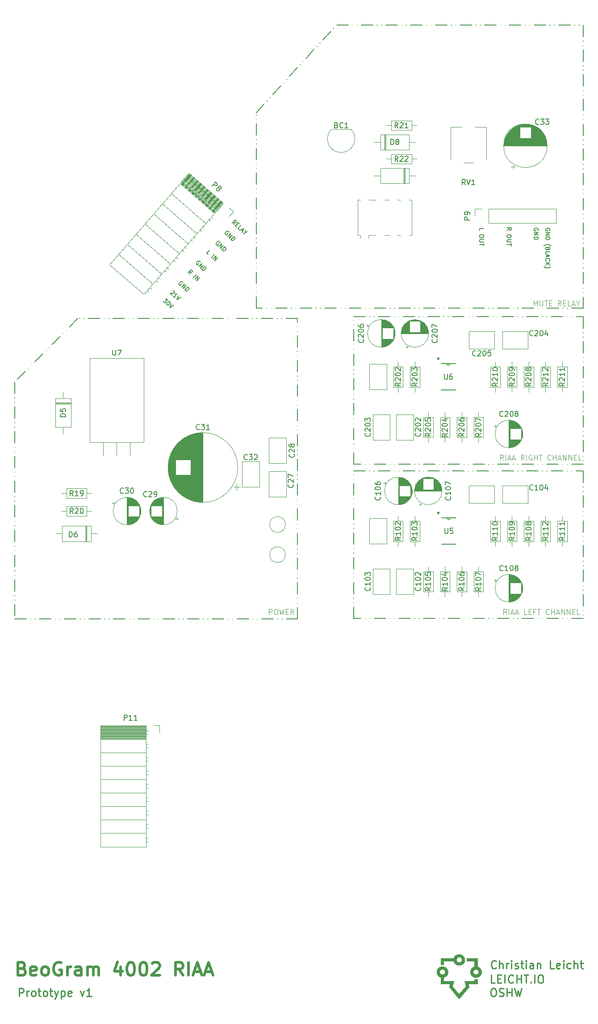
<source format=gbr>
%TF.GenerationSoftware,KiCad,Pcbnew,8.0.7-8.0.7-0~ubuntu22.04.1*%
%TF.CreationDate,2025-01-06T19:22:07+01:00*%
%TF.ProjectId,RIAA,52494141-2e6b-4696-9361-645f70636258,0.1*%
%TF.SameCoordinates,Original*%
%TF.FileFunction,Legend,Top*%
%TF.FilePolarity,Positive*%
%FSLAX46Y46*%
G04 Gerber Fmt 4.6, Leading zero omitted, Abs format (unit mm)*
G04 Created by KiCad (PCBNEW 8.0.7-8.0.7-0~ubuntu22.04.1) date 2025-01-06 19:22:07*
%MOMM*%
%LPD*%
G01*
G04 APERTURE LIST*
G04 Aperture macros list*
%AMHorizOval*
0 Thick line with rounded ends*
0 $1 width*
0 $2 $3 position (X,Y) of the first rounded end (center of the circle)*
0 $4 $5 position (X,Y) of the second rounded end (center of the circle)*
0 Add line between two ends*
20,1,$1,$2,$3,$4,$5,0*
0 Add two circle primitives to create the rounded ends*
1,1,$1,$2,$3*
1,1,$1,$4,$5*%
%AMRotRect*
0 Rectangle, with rotation*
0 The origin of the aperture is its center*
0 $1 length*
0 $2 width*
0 $3 Rotation angle, in degrees counterclockwise*
0 Add horizontal line*
21,1,$1,$2,0,0,$3*%
G04 Aperture macros list end*
%ADD10C,0.200000*%
%ADD11C,0.000000*%
%ADD12C,0.250000*%
%ADD13C,0.100000*%
%ADD14C,0.150000*%
%ADD15C,0.500000*%
%ADD16C,0.120000*%
%ADD17C,0.152400*%
%ADD18C,1.400000*%
%ADD19O,1.400000X1.400000*%
%ADD20R,1.800000X1.800000*%
%ADD21O,1.800000X1.800000*%
%ADD22R,1.600000X1.600000*%
%ADD23C,1.600000*%
%ADD24R,1.300000X1.300000*%
%ADD25C,1.300000*%
%ADD26C,2.000000*%
%ADD27C,2.500000*%
%ADD28R,2.000000X2.500000*%
%ADD29R,0.800000X1.800000*%
%ADD30R,1.981200X0.558800*%
%ADD31RotRect,1.700000X1.700000X319.000000*%
%ADD32HorizOval,1.700000X0.000000X0.000000X0.000000X0.000000X0*%
%ADD33R,1.700000X1.700000*%
%ADD34O,1.700000X1.700000*%
%ADD35R,2.400000X2.400000*%
%ADD36C,2.400000*%
%ADD37C,3.500000*%
%ADD38R,1.905000X2.000000*%
%ADD39O,1.905000X2.000000*%
G04 APERTURE END LIST*
D10*
X208760000Y-114942150D02*
X210960000Y-114942150D01*
X211760000Y-114942150D02*
X211800000Y-114942150D01*
X212600000Y-114942150D02*
X212640000Y-114942150D01*
X213440000Y-114942150D02*
X215640000Y-114942150D01*
X216440000Y-114942150D02*
X216480000Y-114942150D01*
X217280000Y-114942150D02*
X217320000Y-114942150D01*
X218120000Y-114942150D02*
X220320000Y-114942150D01*
X221120000Y-114942150D02*
X221160000Y-114942150D01*
X221960000Y-114942150D02*
X222000000Y-114942150D01*
X222800000Y-114942150D02*
X225000000Y-114942150D01*
X225800000Y-114942150D02*
X225840000Y-114942150D01*
X226640000Y-114942150D02*
X226680000Y-114942150D01*
X227480000Y-114942150D02*
X229680000Y-114942150D01*
X230480000Y-114942150D02*
X230520000Y-114942150D01*
X231320000Y-114942150D02*
X231360000Y-114942150D01*
X232160000Y-114942150D02*
X234360000Y-114942150D01*
X235160000Y-114942150D02*
X235200000Y-114942150D01*
X236000000Y-114942150D02*
X236040000Y-114942150D01*
X236840000Y-114942150D02*
X239040000Y-114942150D01*
X239840000Y-114942150D02*
X239880000Y-114942150D01*
X240680000Y-114942150D02*
X240720000Y-114942150D01*
X241520000Y-114942150D02*
X243720000Y-114942150D01*
X244520000Y-114942150D02*
X244560000Y-114942150D01*
X245360000Y-114942150D02*
X245400000Y-114942150D01*
X246200000Y-114942150D02*
X248400000Y-114942150D01*
X249200000Y-114942150D02*
X249240000Y-114942150D01*
X250040000Y-114942150D02*
X250080000Y-114942150D01*
X250880000Y-114942150D02*
X252250000Y-114942150D01*
X252250000Y-114942150D02*
X252250000Y-117142150D01*
X252250000Y-117942150D02*
X252250000Y-117982150D01*
X252250000Y-118782150D02*
X252250000Y-118822150D01*
X252250000Y-119622150D02*
X252250000Y-121822150D01*
X252250000Y-122622150D02*
X252250000Y-122662150D01*
X252250000Y-123462150D02*
X252250000Y-123502150D01*
X252250000Y-124302150D02*
X252250000Y-126502150D01*
X252250000Y-127302150D02*
X252250000Y-127342150D01*
X252250000Y-128142150D02*
X252250000Y-128182150D01*
X252250000Y-128982150D02*
X252250000Y-131182150D01*
X252250000Y-131982150D02*
X252250000Y-132022150D01*
X252250000Y-132822150D02*
X252250000Y-132862150D01*
X252250000Y-133662150D02*
X252250000Y-135862150D01*
X252250000Y-136662150D02*
X252250000Y-136702150D01*
X252250000Y-137502150D02*
X252250000Y-137542150D01*
X252250000Y-138342150D02*
X252250000Y-140542150D01*
X252250000Y-141342150D02*
X252250000Y-141382150D01*
X252250000Y-142182150D02*
X252250000Y-142222150D01*
X252250000Y-142875000D02*
X250050000Y-142875000D01*
X249250000Y-142875000D02*
X249210000Y-142875000D01*
X248410000Y-142875000D02*
X248370000Y-142875000D01*
X247570000Y-142875000D02*
X245370000Y-142875000D01*
X244570000Y-142875000D02*
X244530000Y-142875000D01*
X243730000Y-142875000D02*
X243690000Y-142875000D01*
X242890000Y-142875000D02*
X240690000Y-142875000D01*
X239890000Y-142875000D02*
X239850000Y-142875000D01*
X239050000Y-142875000D02*
X239010000Y-142875000D01*
X238210000Y-142875000D02*
X236010000Y-142875000D01*
X235210000Y-142875000D02*
X235170000Y-142875000D01*
X234370000Y-142875000D02*
X234330000Y-142875000D01*
X233530000Y-142875000D02*
X231330000Y-142875000D01*
X230530000Y-142875000D02*
X230490000Y-142875000D01*
X229690000Y-142875000D02*
X229650000Y-142875000D01*
X228850000Y-142875000D02*
X226650000Y-142875000D01*
X225850000Y-142875000D02*
X225810000Y-142875000D01*
X225010000Y-142875000D02*
X224970000Y-142875000D01*
X224170000Y-142875000D02*
X221970000Y-142875000D01*
X221170000Y-142875000D02*
X221130000Y-142875000D01*
X220330000Y-142875000D02*
X220290000Y-142875000D01*
X219490000Y-142875000D02*
X217290000Y-142875000D01*
X216490000Y-142875000D02*
X216450000Y-142875000D01*
X215650000Y-142875000D02*
X215610000Y-142875000D01*
X214810000Y-142875000D02*
X212610000Y-142875000D01*
X211810000Y-142875000D02*
X211770000Y-142875000D01*
X210970000Y-142875000D02*
X210930000Y-142875000D01*
X210130000Y-142875000D02*
X208760000Y-142875000D01*
X208760000Y-142875000D02*
X208760000Y-140675000D01*
X208760000Y-139875000D02*
X208760000Y-139835000D01*
X208760000Y-139035000D02*
X208760000Y-138995000D01*
X208760000Y-138195000D02*
X208760000Y-135995000D01*
X208760000Y-135195000D02*
X208760000Y-135155000D01*
X208760000Y-134355000D02*
X208760000Y-134315000D01*
X208760000Y-133515000D02*
X208760000Y-131315000D01*
X208760000Y-130515000D02*
X208760000Y-130475000D01*
X208760000Y-129675000D02*
X208760000Y-129635000D01*
X208760000Y-128835000D02*
X208760000Y-126635000D01*
X208760000Y-125835000D02*
X208760000Y-125795000D01*
X208760000Y-124995000D02*
X208760000Y-124955000D01*
X208760000Y-124155000D02*
X208760000Y-121955000D01*
X208760000Y-121155000D02*
X208760000Y-121115000D01*
X208760000Y-120315000D02*
X208760000Y-120275000D01*
X208760000Y-119475000D02*
X208760000Y-117275000D01*
X208760000Y-116475000D02*
X208760000Y-116435000D01*
X208760000Y-115635000D02*
X208760000Y-115595000D01*
X144500000Y-142935000D02*
X146700000Y-142935000D01*
X147500000Y-142935000D02*
X147540000Y-142935000D01*
X148340000Y-142935000D02*
X148380000Y-142935000D01*
X149180000Y-142935000D02*
X151380000Y-142935000D01*
X152180000Y-142935000D02*
X152220000Y-142935000D01*
X153020000Y-142935000D02*
X153060000Y-142935000D01*
X153860000Y-142935000D02*
X156060000Y-142935000D01*
X156860000Y-142935000D02*
X156900000Y-142935000D01*
X157700000Y-142935000D02*
X157740000Y-142935000D01*
X158540000Y-142935000D02*
X160740000Y-142935000D01*
X161540000Y-142935000D02*
X161580000Y-142935000D01*
X162380000Y-142935000D02*
X162420000Y-142935000D01*
X163220000Y-142935000D02*
X165420000Y-142935000D01*
X166220000Y-142935000D02*
X166260000Y-142935000D01*
X167060000Y-142935000D02*
X167100000Y-142935000D01*
X167900000Y-142935000D02*
X170100000Y-142935000D01*
X170900000Y-142935000D02*
X170940000Y-142935000D01*
X171740000Y-142935000D02*
X171780000Y-142935000D01*
X172580000Y-142935000D02*
X174780000Y-142935000D01*
X175580000Y-142935000D02*
X175620000Y-142935000D01*
X176420000Y-142935000D02*
X176460000Y-142935000D01*
X177260000Y-142935000D02*
X179460000Y-142935000D01*
X180260000Y-142935000D02*
X180300000Y-142935000D01*
X181100000Y-142935000D02*
X181140000Y-142935000D01*
X181940000Y-142935000D02*
X184140000Y-142935000D01*
X184940000Y-142935000D02*
X184980000Y-142935000D01*
X185780000Y-142935000D02*
X185820000Y-142935000D01*
X186620000Y-142935000D02*
X188820000Y-142935000D01*
X189620000Y-142935000D02*
X189660000Y-142935000D01*
X190460000Y-142935000D02*
X190500000Y-142935000D01*
X191300000Y-142935000D02*
X193500000Y-142935000D01*
X194300000Y-142935000D02*
X194340000Y-142935000D01*
X195140000Y-142935000D02*
X195180000Y-142935000D01*
X195980000Y-142935000D02*
X198115400Y-142935000D01*
X198115400Y-142935000D02*
X198115400Y-140735000D01*
X198115400Y-139935000D02*
X198115400Y-139895000D01*
X198115400Y-139095000D02*
X198115400Y-139055000D01*
X198115400Y-138255000D02*
X198115400Y-136055000D01*
X198115400Y-135255000D02*
X198115400Y-135215000D01*
X198115400Y-134415000D02*
X198115400Y-134375000D01*
X198115400Y-133575000D02*
X198115400Y-131375000D01*
X198115400Y-130575000D02*
X198115400Y-130535000D01*
X198115400Y-129735000D02*
X198115400Y-129695000D01*
X198115400Y-128895000D02*
X198115400Y-126695000D01*
X198115400Y-125895000D02*
X198115400Y-125855000D01*
X198115400Y-125055000D02*
X198115400Y-125015000D01*
X198115400Y-124215000D02*
X198115400Y-122015000D01*
X198115400Y-121215000D02*
X198115400Y-121175000D01*
X198115400Y-120375000D02*
X198115400Y-120335000D01*
X198115400Y-119535000D02*
X198115400Y-117335000D01*
X198115400Y-116535000D02*
X198115400Y-116495000D01*
X198115400Y-115695000D02*
X198115400Y-115655000D01*
X198115400Y-114855000D02*
X198115400Y-112655000D01*
X198115400Y-111855000D02*
X198115400Y-111815000D01*
X198115400Y-111015000D02*
X198115400Y-110975000D01*
X198115400Y-110175000D02*
X198115400Y-107975000D01*
X198115400Y-107175000D02*
X198115400Y-107135000D01*
X198115400Y-106335000D02*
X198115400Y-106295000D01*
X198115400Y-105495000D02*
X198115400Y-103295000D01*
X198115400Y-102495000D02*
X198115400Y-102455000D01*
X198115400Y-101655000D02*
X198115400Y-101615000D01*
X198115400Y-100815000D02*
X198115400Y-98615000D01*
X198115400Y-97815000D02*
X198115400Y-97775000D01*
X198115400Y-96975000D02*
X198115400Y-96935000D01*
X198115400Y-96135000D02*
X198115400Y-93935000D01*
X198115400Y-93135000D02*
X198115400Y-93095000D01*
X198115400Y-92295000D02*
X198115400Y-92255000D01*
X198115400Y-91455000D02*
X198115400Y-89255000D01*
X198115400Y-88455000D02*
X198115400Y-88415000D01*
X198115400Y-87615000D02*
X198115400Y-87575000D01*
X198115400Y-86775000D02*
X198115400Y-86110000D01*
X198115400Y-86110000D02*
X195915400Y-86110000D01*
X195115400Y-86110000D02*
X195075400Y-86110000D01*
X194275400Y-86110000D02*
X194235400Y-86110000D01*
X193435400Y-86110000D02*
X191235400Y-86110000D01*
X190435400Y-86110000D02*
X190395400Y-86110000D01*
X189595400Y-86110000D02*
X189555400Y-86110000D01*
X188755400Y-86110000D02*
X186555400Y-86110000D01*
X185755400Y-86110000D02*
X185715400Y-86110000D01*
X184915400Y-86110000D02*
X184875400Y-86110000D01*
X184075400Y-86110000D02*
X181875400Y-86110000D01*
X181075400Y-86110000D02*
X181035400Y-86110000D01*
X180235400Y-86110000D02*
X180195400Y-86110000D01*
X179395400Y-86110000D02*
X177195400Y-86110000D01*
X176395400Y-86110000D02*
X176355400Y-86110000D01*
X175555400Y-86110000D02*
X175515400Y-86110000D01*
X174715400Y-86110000D02*
X172515400Y-86110000D01*
X171715400Y-86110000D02*
X171675400Y-86110000D01*
X170875400Y-86110000D02*
X170835400Y-86110000D01*
X170035400Y-86110000D02*
X167835400Y-86110000D01*
X167035400Y-86110000D02*
X166995400Y-86110000D01*
X166195400Y-86110000D02*
X166155400Y-86110000D01*
X165355400Y-86110000D02*
X163155400Y-86110000D01*
X162355400Y-86110000D02*
X162315400Y-86110000D01*
X161515400Y-86110000D02*
X161475400Y-86110000D01*
X160675400Y-86110000D02*
X158475400Y-86110000D01*
X157675400Y-86110000D02*
X157635400Y-86110000D01*
X156835400Y-86110000D02*
X156795400Y-86110000D01*
X156460000Y-86110000D02*
X154904365Y-87665635D01*
X154338680Y-88231320D02*
X154310395Y-88259605D01*
X153744710Y-88825290D02*
X153716426Y-88853574D01*
X153150740Y-89419260D02*
X151595105Y-90974895D01*
X151029420Y-91540580D02*
X151001136Y-91568864D01*
X150435450Y-92134550D02*
X150407166Y-92162834D01*
X149841481Y-92728519D02*
X148285846Y-94284154D01*
X147720160Y-94849840D02*
X147691876Y-94878124D01*
X147126190Y-95443810D02*
X147097906Y-95472094D01*
X146532221Y-96037779D02*
X144976586Y-97593414D01*
X144500000Y-98070000D02*
X144500000Y-100270000D01*
X144500000Y-101070000D02*
X144500000Y-101110000D01*
X144500000Y-101910000D02*
X144500000Y-101950000D01*
X144500000Y-102750000D02*
X144500000Y-104950000D01*
X144500000Y-105750000D02*
X144500000Y-105790000D01*
X144500000Y-106590000D02*
X144500000Y-106630000D01*
X144500000Y-107430000D02*
X144500000Y-109630000D01*
X144500000Y-110430000D02*
X144500000Y-110470000D01*
X144500000Y-111270000D02*
X144500000Y-111310000D01*
X144500000Y-112110000D02*
X144500000Y-114310000D01*
X144500000Y-115110000D02*
X144500000Y-115150000D01*
X144500000Y-115950000D02*
X144500000Y-115990000D01*
X144500000Y-116790000D02*
X144500000Y-118990000D01*
X144500000Y-119790000D02*
X144500000Y-119830000D01*
X144500000Y-120630000D02*
X144500000Y-120670000D01*
X144500000Y-121470000D02*
X144500000Y-123670000D01*
X144500000Y-124470000D02*
X144500000Y-124510000D01*
X144500000Y-125310000D02*
X144500000Y-125350000D01*
X144500000Y-126150000D02*
X144500000Y-128350000D01*
X144500000Y-129150000D02*
X144500000Y-129190000D01*
X144500000Y-129990000D02*
X144500000Y-130030000D01*
X144500000Y-130830000D02*
X144500000Y-133030000D01*
X144500000Y-133830000D02*
X144500000Y-133870000D01*
X144500000Y-134670000D02*
X144500000Y-134710000D01*
X144500000Y-135510000D02*
X144500000Y-137710000D01*
X144500000Y-138510000D02*
X144500000Y-138550000D01*
X144500000Y-139350000D02*
X144500000Y-139390000D01*
X144500000Y-140190000D02*
X144500000Y-142390000D01*
D11*
G36*
X228818926Y-206459562D02*
G01*
X228875495Y-206463722D01*
X228931244Y-206470572D01*
X228986101Y-206480045D01*
X229039997Y-206492073D01*
X229092861Y-206506588D01*
X229144624Y-206523523D01*
X229195216Y-206542809D01*
X229244567Y-206564379D01*
X229292605Y-206588166D01*
X229339262Y-206614101D01*
X229384467Y-206642117D01*
X229428151Y-206672145D01*
X229470242Y-206704119D01*
X229510671Y-206737970D01*
X229549368Y-206773631D01*
X229586263Y-206811034D01*
X229621286Y-206850111D01*
X229654366Y-206890795D01*
X229685433Y-206933018D01*
X229714418Y-206976711D01*
X229741250Y-207021808D01*
X229765860Y-207068240D01*
X229788176Y-207115940D01*
X229808130Y-207164839D01*
X229825650Y-207214871D01*
X229840668Y-207265968D01*
X229853112Y-207318061D01*
X229862912Y-207371084D01*
X229870000Y-207424967D01*
X229874304Y-207479644D01*
X229875754Y-207535047D01*
X229874304Y-207590382D01*
X229870000Y-207645000D01*
X229862912Y-207698833D01*
X229853112Y-207751812D01*
X229840668Y-207803870D01*
X229825650Y-207854938D01*
X229808130Y-207904947D01*
X229788176Y-207953831D01*
X229765860Y-208001520D01*
X229741250Y-208047947D01*
X229714418Y-208093042D01*
X229685433Y-208136739D01*
X229654366Y-208178969D01*
X229621286Y-208219664D01*
X229586263Y-208258755D01*
X229549368Y-208296175D01*
X229510671Y-208331855D01*
X229470242Y-208365727D01*
X229428151Y-208397723D01*
X229384467Y-208427775D01*
X229339262Y-208455814D01*
X229292605Y-208481773D01*
X229244566Y-208505583D01*
X229195216Y-208527177D01*
X229144624Y-208546485D01*
X229092861Y-208563440D01*
X229039996Y-208577973D01*
X228986100Y-208590017D01*
X228931243Y-208599503D01*
X228875495Y-208606363D01*
X228818926Y-208610529D01*
X228761606Y-208611933D01*
X228714905Y-208610999D01*
X228668686Y-208608223D01*
X228577846Y-208597288D01*
X228489393Y-208579426D01*
X228403636Y-208554930D01*
X228320882Y-208524097D01*
X228241439Y-208487222D01*
X228165614Y-208444601D01*
X228093715Y-208396529D01*
X228026050Y-208343302D01*
X227962928Y-208285215D01*
X227904654Y-208222564D01*
X227851538Y-208155645D01*
X227803888Y-208084752D01*
X227762009Y-208010182D01*
X227726212Y-207932230D01*
X227696803Y-207851191D01*
X225896674Y-207842722D01*
X225896674Y-208531856D01*
X225861931Y-208523550D01*
X225824071Y-208515021D01*
X225777500Y-208505221D01*
X225725930Y-208495385D01*
X225699430Y-208490839D01*
X225673073Y-208486748D01*
X225647322Y-208483265D01*
X225622640Y-208480545D01*
X225599493Y-208478743D01*
X225578344Y-208478012D01*
X225557326Y-208478430D01*
X225534276Y-208479874D01*
X225483950Y-208485262D01*
X225431107Y-208493011D01*
X225379486Y-208501959D01*
X225294868Y-208518800D01*
X225260014Y-208526481D01*
X225260014Y-207534978D01*
X228284119Y-207534978D01*
X228284741Y-207558702D01*
X228286588Y-207582118D01*
X228289628Y-207605197D01*
X228293832Y-207627908D01*
X228299170Y-207650223D01*
X228305612Y-207672114D01*
X228313127Y-207693549D01*
X228321685Y-207714502D01*
X228331256Y-207734941D01*
X228341810Y-207754839D01*
X228353317Y-207774166D01*
X228365747Y-207792892D01*
X228379068Y-207810990D01*
X228393252Y-207828429D01*
X228408268Y-207845180D01*
X228424086Y-207861215D01*
X228440676Y-207876503D01*
X228458007Y-207891017D01*
X228476049Y-207904726D01*
X228494773Y-207917602D01*
X228514147Y-207929616D01*
X228534143Y-207940738D01*
X228554729Y-207950939D01*
X228575875Y-207960189D01*
X228597552Y-207968461D01*
X228619729Y-207975725D01*
X228642377Y-207981951D01*
X228665464Y-207987110D01*
X228688960Y-207991174D01*
X228712836Y-207994112D01*
X228737062Y-207995897D01*
X228761606Y-207996498D01*
X228786222Y-207995897D01*
X228810509Y-207994112D01*
X228834438Y-207991174D01*
X228857980Y-207987110D01*
X228881104Y-207981951D01*
X228903782Y-207975725D01*
X228925982Y-207968461D01*
X228947676Y-207960189D01*
X228968834Y-207950939D01*
X228989426Y-207940738D01*
X229009422Y-207929616D01*
X229028793Y-207917602D01*
X229047509Y-207904726D01*
X229065540Y-207891017D01*
X229082856Y-207876503D01*
X229099428Y-207861215D01*
X229115226Y-207845180D01*
X229130220Y-207828429D01*
X229144380Y-207810990D01*
X229157678Y-207792892D01*
X229170082Y-207774166D01*
X229181564Y-207754839D01*
X229192093Y-207734941D01*
X229201640Y-207714502D01*
X229210175Y-207693549D01*
X229217669Y-207672114D01*
X229224092Y-207650223D01*
X229229413Y-207627908D01*
X229233603Y-207605197D01*
X229236634Y-207582118D01*
X229238473Y-207558702D01*
X229239093Y-207534978D01*
X229238473Y-207511253D01*
X229236633Y-207487837D01*
X229233603Y-207464759D01*
X229229413Y-207442047D01*
X229224091Y-207419732D01*
X229217668Y-207397842D01*
X229210175Y-207376406D01*
X229201639Y-207355454D01*
X229192092Y-207335014D01*
X229181562Y-207315116D01*
X229170080Y-207295790D01*
X229157676Y-207277063D01*
X229144378Y-207258966D01*
X229130217Y-207241527D01*
X229115223Y-207224775D01*
X229099425Y-207208741D01*
X229082853Y-207193452D01*
X229065536Y-207178938D01*
X229047505Y-207165229D01*
X229028790Y-207152353D01*
X229009419Y-207140340D01*
X228989423Y-207129218D01*
X228968831Y-207119017D01*
X228947673Y-207109766D01*
X228925979Y-207101494D01*
X228903779Y-207094231D01*
X228881102Y-207088005D01*
X228857978Y-207082845D01*
X228834436Y-207078782D01*
X228810508Y-207075843D01*
X228786221Y-207074059D01*
X228761606Y-207073457D01*
X228737061Y-207074059D01*
X228712835Y-207075843D01*
X228688958Y-207078782D01*
X228665461Y-207082845D01*
X228642374Y-207088005D01*
X228619727Y-207094231D01*
X228597549Y-207101494D01*
X228575872Y-207109766D01*
X228554725Y-207119017D01*
X228534139Y-207129218D01*
X228514144Y-207140340D01*
X228494769Y-207152353D01*
X228476046Y-207165229D01*
X228458003Y-207178938D01*
X228440673Y-207193452D01*
X228424083Y-207208741D01*
X228408266Y-207224775D01*
X228393250Y-207241527D01*
X228379066Y-207258966D01*
X228365745Y-207277063D01*
X228353315Y-207295790D01*
X228341809Y-207315116D01*
X228331255Y-207335014D01*
X228321684Y-207355454D01*
X228313126Y-207376406D01*
X228305611Y-207397842D01*
X228299170Y-207419732D01*
X228293832Y-207442047D01*
X228289628Y-207464759D01*
X228286587Y-207487837D01*
X228284741Y-207511253D01*
X228284119Y-207534978D01*
X225260014Y-207534978D01*
X225260014Y-207227364D01*
X227693618Y-207227364D01*
X227707372Y-207186040D01*
X227722779Y-207145457D01*
X227739800Y-207105653D01*
X227758397Y-207066663D01*
X227778531Y-207028527D01*
X227800162Y-206991281D01*
X227823254Y-206954963D01*
X227847766Y-206919611D01*
X227873660Y-206885261D01*
X227900897Y-206851951D01*
X227929439Y-206819719D01*
X227959246Y-206788603D01*
X227990281Y-206758639D01*
X228022505Y-206729865D01*
X228055878Y-206702319D01*
X228090362Y-206676037D01*
X228125918Y-206651059D01*
X228162508Y-206627420D01*
X228200092Y-206605159D01*
X228238633Y-206584313D01*
X228278091Y-206564919D01*
X228318428Y-206547015D01*
X228359605Y-206530638D01*
X228401583Y-206515827D01*
X228444324Y-206502617D01*
X228487788Y-206491047D01*
X228531937Y-206481154D01*
X228576733Y-206472976D01*
X228622137Y-206466551D01*
X228668109Y-206461914D01*
X228714612Y-206459105D01*
X228761606Y-206458160D01*
X228818926Y-206459562D01*
G37*
G36*
X225635664Y-208767172D02*
G01*
X225692234Y-208771332D01*
X225747982Y-208778182D01*
X225802839Y-208787655D01*
X225856735Y-208799683D01*
X225909599Y-208814198D01*
X225961363Y-208831133D01*
X226011954Y-208850419D01*
X226061305Y-208871990D01*
X226109344Y-208895776D01*
X226156001Y-208921711D01*
X226201206Y-208949727D01*
X226244889Y-208979755D01*
X226286980Y-209011729D01*
X226327410Y-209045580D01*
X226366107Y-209081241D01*
X226403001Y-209118644D01*
X226438024Y-209157722D01*
X226471104Y-209198405D01*
X226502172Y-209240628D01*
X226531156Y-209284321D01*
X226557989Y-209329418D01*
X226582598Y-209375850D01*
X226604915Y-209423550D01*
X226624868Y-209472449D01*
X226642389Y-209522481D01*
X226657406Y-209573578D01*
X226669850Y-209625671D01*
X226679651Y-209678693D01*
X226686738Y-209732577D01*
X226691042Y-209787254D01*
X226692492Y-209842656D01*
X226691515Y-209888154D01*
X226688608Y-209933167D01*
X226683811Y-209977659D01*
X226677163Y-210021592D01*
X226668702Y-210064931D01*
X226658468Y-210107638D01*
X226646497Y-210149675D01*
X226632831Y-210191006D01*
X226600564Y-210271403D01*
X226561976Y-210348531D01*
X226517377Y-210422094D01*
X226467078Y-210491797D01*
X226411388Y-210557343D01*
X226350618Y-210618437D01*
X226285078Y-210674783D01*
X226215077Y-210726084D01*
X226140927Y-210772045D01*
X226062936Y-210812370D01*
X225981415Y-210846762D01*
X225896674Y-210874925D01*
X225896674Y-211534901D01*
X227770840Y-211534901D01*
X227567904Y-212534865D01*
X228761630Y-214024810D01*
X230029282Y-212534865D01*
X229792927Y-211537206D01*
X231626483Y-211534909D01*
X231629669Y-211147999D01*
X231664647Y-211155704D01*
X231702733Y-211163617D01*
X231749539Y-211172712D01*
X231801307Y-211181842D01*
X231854277Y-211189864D01*
X231880039Y-211193101D01*
X231904693Y-211195631D01*
X231927768Y-211197312D01*
X231948795Y-211197999D01*
X231969506Y-211197472D01*
X231992235Y-211195983D01*
X232041894Y-211190668D01*
X232094072Y-211183153D01*
X232145065Y-211174538D01*
X232228688Y-211158408D01*
X232263144Y-211151077D01*
X232263144Y-212150266D01*
X230579986Y-212152564D01*
X230671508Y-212765617D01*
X228761543Y-215052469D01*
X226851577Y-212765618D01*
X226953443Y-212150252D01*
X225259950Y-212150252D01*
X225260014Y-210874925D01*
X225217261Y-210861640D01*
X225175273Y-210846760D01*
X225134091Y-210830322D01*
X225093753Y-210812364D01*
X225054297Y-210792923D01*
X225015762Y-210772035D01*
X224978187Y-210749738D01*
X224941611Y-210726069D01*
X224906073Y-210701065D01*
X224871611Y-210674763D01*
X224838264Y-210647199D01*
X224806070Y-210618412D01*
X224775070Y-210588437D01*
X224745300Y-210557313D01*
X224716801Y-210525075D01*
X224689611Y-210491762D01*
X224663768Y-210457410D01*
X224639312Y-210422056D01*
X224616280Y-210385738D01*
X224594713Y-210348491D01*
X224574648Y-210310354D01*
X224556125Y-210271364D01*
X224539182Y-210231556D01*
X224523857Y-210190970D01*
X224510191Y-210149640D01*
X224498221Y-210107606D01*
X224487986Y-210064902D01*
X224479525Y-210021568D01*
X224472877Y-209977639D01*
X224468080Y-209933153D01*
X224465174Y-209888146D01*
X224464196Y-209842656D01*
X225100857Y-209842656D01*
X225101479Y-209866381D01*
X225103325Y-209889797D01*
X225106366Y-209912875D01*
X225110570Y-209935587D01*
X225115908Y-209957902D01*
X225122350Y-209979792D01*
X225129865Y-210001228D01*
X225138423Y-210022180D01*
X225147994Y-210042620D01*
X225158548Y-210062518D01*
X225170055Y-210081844D01*
X225182485Y-210100571D01*
X225195806Y-210118668D01*
X225209990Y-210136107D01*
X225225006Y-210152859D01*
X225240824Y-210168893D01*
X225257414Y-210184182D01*
X225274745Y-210198696D01*
X225292787Y-210212405D01*
X225311510Y-210225281D01*
X225330885Y-210237295D01*
X225350881Y-210248416D01*
X225371467Y-210258617D01*
X225392613Y-210267868D01*
X225414290Y-210276140D01*
X225436467Y-210283403D01*
X225459114Y-210289629D01*
X225482201Y-210294789D01*
X225505698Y-210298852D01*
X225529574Y-210301791D01*
X225553800Y-210303576D01*
X225578344Y-210304177D01*
X225602960Y-210303576D01*
X225627247Y-210301791D01*
X225651176Y-210298852D01*
X225674718Y-210294789D01*
X225697842Y-210289629D01*
X225720520Y-210283403D01*
X225742721Y-210276140D01*
X225764415Y-210267868D01*
X225785573Y-210258617D01*
X225806164Y-210248416D01*
X225826161Y-210237295D01*
X225845532Y-210225281D01*
X225864247Y-210212405D01*
X225882278Y-210198696D01*
X225899594Y-210184182D01*
X225916166Y-210168893D01*
X225931964Y-210152859D01*
X225946958Y-210136107D01*
X225961119Y-210118668D01*
X225974416Y-210100571D01*
X225986820Y-210081844D01*
X225998302Y-210062518D01*
X226008831Y-210042620D01*
X226018379Y-210022180D01*
X226026914Y-210001228D01*
X226034408Y-209979792D01*
X226040830Y-209957902D01*
X226046151Y-209935587D01*
X226050342Y-209912875D01*
X226053372Y-209889797D01*
X226055212Y-209866381D01*
X226055832Y-209842656D01*
X226055212Y-209818932D01*
X226053372Y-209795516D01*
X226050342Y-209772438D01*
X226046151Y-209749726D01*
X226040830Y-209727411D01*
X226034407Y-209705521D01*
X226026913Y-209684085D01*
X226018377Y-209663133D01*
X226008830Y-209642693D01*
X225998301Y-209622795D01*
X225986819Y-209603469D01*
X225974414Y-209584742D01*
X225961116Y-209566644D01*
X225946955Y-209549206D01*
X225931961Y-209532454D01*
X225916163Y-209516420D01*
X225899591Y-209501131D01*
X225882275Y-209486617D01*
X225864244Y-209472908D01*
X225845528Y-209460032D01*
X225826157Y-209448018D01*
X225806161Y-209436897D01*
X225785569Y-209426696D01*
X225764411Y-209417445D01*
X225742717Y-209409173D01*
X225720517Y-209401910D01*
X225697840Y-209395684D01*
X225674716Y-209390524D01*
X225651174Y-209386461D01*
X225627246Y-209383522D01*
X225602959Y-209381737D01*
X225578344Y-209381136D01*
X225553799Y-209381737D01*
X225529573Y-209383522D01*
X225505696Y-209386461D01*
X225482199Y-209390524D01*
X225459112Y-209395684D01*
X225436464Y-209401910D01*
X225414287Y-209409173D01*
X225392610Y-209417445D01*
X225371463Y-209426696D01*
X225350877Y-209436897D01*
X225330882Y-209448018D01*
X225311507Y-209460032D01*
X225292784Y-209472908D01*
X225274741Y-209486617D01*
X225257410Y-209501131D01*
X225240821Y-209516420D01*
X225225003Y-209532454D01*
X225209988Y-209549206D01*
X225195804Y-209566644D01*
X225182483Y-209584742D01*
X225170053Y-209603469D01*
X225158547Y-209622795D01*
X225147993Y-209642693D01*
X225138422Y-209663133D01*
X225129864Y-209684085D01*
X225122349Y-209705521D01*
X225115908Y-209727411D01*
X225110570Y-209749726D01*
X225106366Y-209772438D01*
X225103325Y-209795516D01*
X225101479Y-209818932D01*
X225100857Y-209842656D01*
X224464196Y-209842656D01*
X224465649Y-209787254D01*
X224469959Y-209732577D01*
X224477057Y-209678693D01*
X224486871Y-209625671D01*
X224499332Y-209573578D01*
X224514368Y-209522481D01*
X224531910Y-209472449D01*
X224551886Y-209423550D01*
X224574226Y-209375850D01*
X224598860Y-209329418D01*
X224625717Y-209284321D01*
X224654727Y-209240628D01*
X224685819Y-209198405D01*
X224718922Y-209157722D01*
X224753966Y-209118644D01*
X224790880Y-209081241D01*
X224829595Y-209045580D01*
X224870039Y-209011729D01*
X224912142Y-208979755D01*
X224955833Y-208949727D01*
X225001042Y-208921711D01*
X225047698Y-208895776D01*
X225095731Y-208871990D01*
X225145070Y-208850419D01*
X225195645Y-208831133D01*
X225247385Y-208814198D01*
X225300220Y-208799683D01*
X225354079Y-208787655D01*
X225408891Y-208778182D01*
X225464586Y-208771332D01*
X225521094Y-208767172D01*
X225578344Y-208765770D01*
X225635664Y-208767172D01*
G37*
D10*
X205500000Y-30500000D02*
X207700000Y-30500000D01*
X208500000Y-30500000D02*
X208540000Y-30500000D01*
X209340000Y-30500000D02*
X209380000Y-30500000D01*
X210180000Y-30500000D02*
X212380000Y-30500000D01*
X213180000Y-30500000D02*
X213220000Y-30500000D01*
X214020000Y-30500000D02*
X214060000Y-30500000D01*
X214860000Y-30500000D02*
X217060000Y-30500000D01*
X217860000Y-30500000D02*
X217900000Y-30500000D01*
X218700000Y-30500000D02*
X218740000Y-30500000D01*
X219540000Y-30500000D02*
X221740000Y-30500000D01*
X222540000Y-30500000D02*
X222580000Y-30500000D01*
X223380000Y-30500000D02*
X223420000Y-30500000D01*
X224220000Y-30500000D02*
X226420000Y-30500000D01*
X227220000Y-30500000D02*
X227260000Y-30500000D01*
X228060000Y-30500000D02*
X228100000Y-30500000D01*
X228900000Y-30500000D02*
X231100000Y-30500000D01*
X231900000Y-30500000D02*
X231940000Y-30500000D01*
X232740000Y-30500000D02*
X232780000Y-30500000D01*
X233580000Y-30500000D02*
X235780000Y-30500000D01*
X236580000Y-30500000D02*
X236620000Y-30500000D01*
X237420000Y-30500000D02*
X237460000Y-30500000D01*
X238260000Y-30500000D02*
X240460000Y-30500000D01*
X241260000Y-30500000D02*
X241300000Y-30500000D01*
X242100000Y-30500000D02*
X242140000Y-30500000D01*
X242940000Y-30500000D02*
X245140000Y-30500000D01*
X245940000Y-30500000D02*
X245980000Y-30500000D01*
X246780000Y-30500000D02*
X246820000Y-30500000D01*
X247620000Y-30500000D02*
X249820000Y-30500000D01*
X250620000Y-30500000D02*
X250660000Y-30500000D01*
X251460000Y-30500000D02*
X251500000Y-30500000D01*
X252270000Y-30500000D02*
X252270000Y-32700000D01*
X252270000Y-33500000D02*
X252270000Y-33540000D01*
X252270000Y-34340000D02*
X252270000Y-34380000D01*
X252270000Y-35180000D02*
X252270000Y-37380000D01*
X252270000Y-38180000D02*
X252270000Y-38220000D01*
X252270000Y-39020000D02*
X252270000Y-39060000D01*
X252270000Y-39860000D02*
X252270000Y-42060000D01*
X252270000Y-42860000D02*
X252270000Y-42900000D01*
X252270000Y-43700000D02*
X252270000Y-43740000D01*
X252270000Y-44540000D02*
X252270000Y-46740000D01*
X252270000Y-47540000D02*
X252270000Y-47580000D01*
X252270000Y-48380000D02*
X252270000Y-48420000D01*
X252270000Y-49220000D02*
X252270000Y-51420000D01*
X252270000Y-52220000D02*
X252270000Y-52260000D01*
X252270000Y-53060000D02*
X252270000Y-53100000D01*
X252270000Y-53900000D02*
X252270000Y-56100000D01*
X252270000Y-56900000D02*
X252270000Y-56940000D01*
X252270000Y-57740000D02*
X252270000Y-57780000D01*
X252270000Y-58580000D02*
X252270000Y-60780000D01*
X252270000Y-61580000D02*
X252270000Y-61620000D01*
X252270000Y-62420000D02*
X252270000Y-62460000D01*
X252270000Y-63260000D02*
X252270000Y-65460000D01*
X252270000Y-66260000D02*
X252270000Y-66300000D01*
X252270000Y-67100000D02*
X252270000Y-67140000D01*
X252270000Y-67940000D02*
X252270000Y-70140000D01*
X252270000Y-70940000D02*
X252270000Y-70980000D01*
X252270000Y-71780000D02*
X252270000Y-71820000D01*
X252270000Y-72620000D02*
X252270000Y-74820000D01*
X252270000Y-75620000D02*
X252270000Y-75660000D01*
X252270000Y-76460000D02*
X252270000Y-76500000D01*
X252270000Y-77300000D02*
X252270000Y-79500000D01*
X252270000Y-80300000D02*
X252270000Y-80340000D01*
X252270000Y-81140000D02*
X252270000Y-81180000D01*
X252270000Y-81980000D02*
X252270000Y-84110000D01*
X252270000Y-84110000D02*
X250070000Y-84110000D01*
X249270000Y-84110000D02*
X249230000Y-84110000D01*
X248430000Y-84110000D02*
X248390000Y-84110000D01*
X247590000Y-84110000D02*
X245390000Y-84110000D01*
X244590000Y-84110000D02*
X244550000Y-84110000D01*
X243750000Y-84110000D02*
X243710000Y-84110000D01*
X242910000Y-84110000D02*
X240710000Y-84110000D01*
X239910000Y-84110000D02*
X239870000Y-84110000D01*
X239070000Y-84110000D02*
X239030000Y-84110000D01*
X238230000Y-84110000D02*
X236030000Y-84110000D01*
X235230000Y-84110000D02*
X235190000Y-84110000D01*
X234390000Y-84110000D02*
X234350000Y-84110000D01*
X233550000Y-84110000D02*
X231350000Y-84110000D01*
X230550000Y-84110000D02*
X230510000Y-84110000D01*
X229710000Y-84110000D02*
X229670000Y-84110000D01*
X228870000Y-84110000D02*
X226670000Y-84110000D01*
X225870000Y-84110000D02*
X225830000Y-84110000D01*
X225030000Y-84110000D02*
X224990000Y-84110000D01*
X224190000Y-84110000D02*
X221990000Y-84110000D01*
X221190000Y-84110000D02*
X221150000Y-84110000D01*
X220350000Y-84110000D02*
X220310000Y-84110000D01*
X219510000Y-84110000D02*
X217310000Y-84110000D01*
X216510000Y-84110000D02*
X216470000Y-84110000D01*
X215670000Y-84110000D02*
X215630000Y-84110000D01*
X214830000Y-84110000D02*
X212630000Y-84110000D01*
X211830000Y-84110000D02*
X211790000Y-84110000D01*
X210990000Y-84110000D02*
X210950000Y-84110000D01*
X210150000Y-84110000D02*
X207950000Y-84110000D01*
X207150000Y-84110000D02*
X207110000Y-84110000D01*
X206310000Y-84110000D02*
X206270000Y-84110000D01*
X205470000Y-84110000D02*
X203270000Y-84110000D01*
X202470000Y-84110000D02*
X202430000Y-84110000D01*
X201630000Y-84110000D02*
X201590000Y-84110000D01*
X200790000Y-84110000D02*
X198590000Y-84110000D01*
X197790000Y-84110000D02*
X197750000Y-84110000D01*
X196950000Y-84110000D02*
X196910000Y-84110000D01*
X196110000Y-84110000D02*
X193910000Y-84110000D01*
X193110000Y-84110000D02*
X193070000Y-84110000D01*
X192270000Y-84110000D02*
X192230000Y-84110000D01*
X191430000Y-84110000D02*
X190270000Y-84110000D01*
X190270000Y-84110000D02*
X190270000Y-81910000D01*
X190270000Y-81110000D02*
X190270000Y-81070000D01*
X190270000Y-80270000D02*
X190270000Y-80230000D01*
X190270000Y-79430000D02*
X190270000Y-77230000D01*
X190270000Y-76430000D02*
X190270000Y-76390000D01*
X190270000Y-75590000D02*
X190270000Y-75550000D01*
X190270000Y-74750000D02*
X190270000Y-72550000D01*
X190270000Y-71750000D02*
X190270000Y-71710000D01*
X190270000Y-70910000D02*
X190270000Y-70870000D01*
X190270000Y-70070000D02*
X190270000Y-67870000D01*
X190270000Y-67070000D02*
X190270000Y-67030000D01*
X190270000Y-66230000D02*
X190270000Y-66190000D01*
X190270000Y-65390000D02*
X190270000Y-63190000D01*
X190270000Y-62390000D02*
X190270000Y-62350000D01*
X190270000Y-61550000D02*
X190270000Y-61510000D01*
X190270000Y-60710000D02*
X190270000Y-58510000D01*
X190270000Y-57710000D02*
X190270000Y-57670000D01*
X190270000Y-56870000D02*
X190270000Y-56830000D01*
X190270000Y-56030000D02*
X190270000Y-53830000D01*
X190270000Y-53030000D02*
X190270000Y-52990000D01*
X190270000Y-52190000D02*
X190270000Y-52150000D01*
X190270000Y-51350000D02*
X190270000Y-49150000D01*
X190270000Y-48350000D02*
X190270000Y-48310000D01*
X190270000Y-47510000D02*
X190270000Y-47470000D01*
X190270000Y-47114546D02*
X191756594Y-45492807D01*
X192297174Y-44903084D02*
X192324203Y-44873597D01*
X192864783Y-44283874D02*
X192891812Y-44254388D01*
X193432391Y-43664665D02*
X194918985Y-42042925D01*
X195459565Y-41453202D02*
X195486594Y-41423716D01*
X196027174Y-40833993D02*
X196054203Y-40804506D01*
X196594782Y-40214783D02*
X198081377Y-38593044D01*
X198621956Y-38003321D02*
X198648985Y-37973835D01*
X199189565Y-37384111D02*
X199216594Y-37354625D01*
X199757174Y-36764902D02*
X201243768Y-35143163D01*
X201784347Y-34553439D02*
X201811376Y-34523953D01*
X202351956Y-33934230D02*
X202378985Y-33904744D01*
X202919565Y-33315020D02*
X204406159Y-31693281D01*
X204946739Y-31103558D02*
X204973768Y-31074072D01*
D11*
G36*
X232263215Y-208810373D02*
G01*
X232305969Y-208823591D01*
X232347956Y-208838412D01*
X232389138Y-208854799D01*
X232429477Y-208872714D01*
X232468933Y-208892120D01*
X232507468Y-208912979D01*
X232545042Y-208935253D01*
X232581618Y-208958906D01*
X232617156Y-208983900D01*
X232651619Y-209010196D01*
X232684966Y-209037759D01*
X232717159Y-209066550D01*
X232748159Y-209096532D01*
X232777929Y-209127667D01*
X232806428Y-209159919D01*
X232833618Y-209193249D01*
X232859461Y-209227620D01*
X232883917Y-209262995D01*
X232906948Y-209299335D01*
X232928516Y-209336605D01*
X232948580Y-209374766D01*
X232967104Y-209413780D01*
X232984047Y-209453611D01*
X232999371Y-209494221D01*
X233013037Y-209535572D01*
X233025007Y-209577627D01*
X233035242Y-209620348D01*
X233043703Y-209663699D01*
X233050351Y-209707641D01*
X233055148Y-209752137D01*
X233058054Y-209797150D01*
X233059032Y-209842642D01*
X233057581Y-209897977D01*
X233053278Y-209952595D01*
X233046190Y-210006428D01*
X233036390Y-210059407D01*
X233023945Y-210111465D01*
X233008928Y-210162533D01*
X232991408Y-210212542D01*
X232971454Y-210261426D01*
X232949137Y-210309115D01*
X232924528Y-210355541D01*
X232897696Y-210400637D01*
X232868711Y-210444334D01*
X232837643Y-210486564D01*
X232804563Y-210527259D01*
X232769541Y-210566350D01*
X232732646Y-210603770D01*
X232693949Y-210639450D01*
X232653520Y-210673322D01*
X232611428Y-210705318D01*
X232567745Y-210735370D01*
X232522540Y-210763409D01*
X232475883Y-210789368D01*
X232427844Y-210813178D01*
X232378494Y-210834772D01*
X232327902Y-210854080D01*
X232276138Y-210871035D01*
X232223274Y-210885568D01*
X232169378Y-210897612D01*
X232114521Y-210907098D01*
X232058773Y-210913958D01*
X232002204Y-210918124D01*
X231944884Y-210919528D01*
X231887634Y-210918124D01*
X231831126Y-210913958D01*
X231775430Y-210907098D01*
X231720618Y-210897612D01*
X231666759Y-210885568D01*
X231613925Y-210871035D01*
X231562184Y-210854080D01*
X231511610Y-210834772D01*
X231462270Y-210813178D01*
X231414237Y-210789368D01*
X231367581Y-210763409D01*
X231322372Y-210735370D01*
X231278681Y-210705318D01*
X231236578Y-210673322D01*
X231196135Y-210639450D01*
X231157420Y-210603770D01*
X231120505Y-210566350D01*
X231085461Y-210527259D01*
X231052358Y-210486564D01*
X231021266Y-210444334D01*
X230992257Y-210400637D01*
X230965400Y-210355541D01*
X230940766Y-210309115D01*
X230918425Y-210261426D01*
X230898449Y-210212542D01*
X230880907Y-210162533D01*
X230865871Y-210111465D01*
X230853410Y-210059407D01*
X230843596Y-210006428D01*
X230836498Y-209952595D01*
X230832188Y-209897977D01*
X230830736Y-209842649D01*
X231467398Y-209842649D01*
X231468020Y-209866374D01*
X231469867Y-209889790D01*
X231472907Y-209912868D01*
X231477111Y-209935580D01*
X231482449Y-209957895D01*
X231488891Y-209979785D01*
X231496406Y-210001221D01*
X231504964Y-210022173D01*
X231514535Y-210042613D01*
X231525089Y-210062510D01*
X231536596Y-210081837D01*
X231549026Y-210100564D01*
X231562347Y-210118661D01*
X231576531Y-210136100D01*
X231591547Y-210152852D01*
X231607365Y-210168886D01*
X231623955Y-210184175D01*
X231641286Y-210198688D01*
X231659328Y-210212398D01*
X231678051Y-210225274D01*
X231697426Y-210237287D01*
X231717421Y-210248409D01*
X231738007Y-210258610D01*
X231759154Y-210267861D01*
X231780831Y-210276133D01*
X231803008Y-210283396D01*
X231825655Y-210289622D01*
X231848742Y-210294782D01*
X231872239Y-210298845D01*
X231896115Y-210301784D01*
X231920340Y-210303569D01*
X231944885Y-210304170D01*
X231969500Y-210303569D01*
X231993787Y-210301784D01*
X232017717Y-210298845D01*
X232041259Y-210294782D01*
X232064383Y-210289622D01*
X232087060Y-210283396D01*
X232109261Y-210276133D01*
X232130955Y-210267861D01*
X232152113Y-210258610D01*
X232172705Y-210248409D01*
X232192701Y-210237287D01*
X232212072Y-210225274D01*
X232230788Y-210212398D01*
X232248819Y-210198688D01*
X232266135Y-210184175D01*
X232282707Y-210168886D01*
X232298505Y-210152852D01*
X232313499Y-210136100D01*
X232327660Y-210118661D01*
X232340957Y-210100564D01*
X232353361Y-210081837D01*
X232364843Y-210062510D01*
X232375372Y-210042613D01*
X232384920Y-210022173D01*
X232393455Y-210001221D01*
X232400949Y-209979785D01*
X232407371Y-209957895D01*
X232412692Y-209935580D01*
X232416883Y-209912868D01*
X232419913Y-209889790D01*
X232421753Y-209866374D01*
X232422373Y-209842649D01*
X232421753Y-209818925D01*
X232419913Y-209795509D01*
X232416883Y-209772430D01*
X232412692Y-209749719D01*
X232407371Y-209727404D01*
X232400948Y-209705514D01*
X232393454Y-209684078D01*
X232384918Y-209663126D01*
X232375371Y-209642686D01*
X232364841Y-209622788D01*
X232353359Y-209603461D01*
X232340955Y-209584735D01*
X232327657Y-209566637D01*
X232313496Y-209549198D01*
X232298502Y-209532447D01*
X232282704Y-209516412D01*
X232266132Y-209501124D01*
X232248815Y-209486610D01*
X232230784Y-209472901D01*
X232212069Y-209460025D01*
X232192698Y-209448011D01*
X232172701Y-209436890D01*
X232152109Y-209426689D01*
X232130952Y-209417438D01*
X232109258Y-209409166D01*
X232087057Y-209401902D01*
X232064380Y-209395676D01*
X232041256Y-209390517D01*
X232017715Y-209386453D01*
X231993786Y-209383515D01*
X231969499Y-209381730D01*
X231944885Y-209381129D01*
X231920340Y-209381730D01*
X231896114Y-209383515D01*
X231872237Y-209386453D01*
X231848740Y-209390517D01*
X231825653Y-209395676D01*
X231803005Y-209401902D01*
X231780828Y-209409166D01*
X231759151Y-209417438D01*
X231738004Y-209426689D01*
X231717418Y-209436890D01*
X231697423Y-209448011D01*
X231678048Y-209460025D01*
X231659325Y-209472901D01*
X231641282Y-209486610D01*
X231623951Y-209501124D01*
X231607362Y-209516412D01*
X231591545Y-209532447D01*
X231576529Y-209549198D01*
X231562345Y-209566637D01*
X231549024Y-209584735D01*
X231536595Y-209603461D01*
X231525088Y-209622788D01*
X231514534Y-209642686D01*
X231504963Y-209663126D01*
X231496405Y-209684078D01*
X231488890Y-209705514D01*
X231482449Y-209727404D01*
X231477111Y-209749719D01*
X231472907Y-209772430D01*
X231469866Y-209795509D01*
X231468020Y-209818925D01*
X231467398Y-209842649D01*
X230830736Y-209842649D01*
X230830736Y-209842642D01*
X230831713Y-209797142D01*
X230834620Y-209752123D01*
X230839416Y-209707621D01*
X230846064Y-209663674D01*
X230854525Y-209620319D01*
X230864760Y-209577594D01*
X230876730Y-209535536D01*
X230890397Y-209494183D01*
X230922664Y-209413740D01*
X230961252Y-209336564D01*
X231005851Y-209262954D01*
X231056150Y-209193211D01*
X231111839Y-209127634D01*
X231172609Y-209066521D01*
X231238150Y-209010172D01*
X231308150Y-208958888D01*
X231382301Y-208912966D01*
X231460292Y-208872707D01*
X231541812Y-208838409D01*
X231626553Y-208810373D01*
X231626553Y-207842722D01*
X230122461Y-207842722D01*
X230130667Y-207809033D01*
X230139079Y-207772344D01*
X230148722Y-207727245D01*
X230158364Y-207677350D01*
X230162801Y-207651734D01*
X230166776Y-207626275D01*
X230170136Y-207601423D01*
X230172726Y-207577633D01*
X230174393Y-207555354D01*
X230174983Y-207535039D01*
X230174393Y-207514599D01*
X230172726Y-207492228D01*
X230170136Y-207468373D01*
X230166776Y-207443483D01*
X230158364Y-207392394D01*
X230148722Y-207342549D01*
X230139079Y-207297534D01*
X230130667Y-207260938D01*
X230122461Y-207227356D01*
X232263215Y-207227356D01*
X232263215Y-208810373D01*
G37*
D10*
X208760000Y-85732150D02*
X210960000Y-85732150D01*
X211760000Y-85732150D02*
X211800000Y-85732150D01*
X212600000Y-85732150D02*
X212640000Y-85732150D01*
X213440000Y-85732150D02*
X215640000Y-85732150D01*
X216440000Y-85732150D02*
X216480000Y-85732150D01*
X217280000Y-85732150D02*
X217320000Y-85732150D01*
X218120000Y-85732150D02*
X220320000Y-85732150D01*
X221120000Y-85732150D02*
X221160000Y-85732150D01*
X221960000Y-85732150D02*
X222000000Y-85732150D01*
X222800000Y-85732150D02*
X225000000Y-85732150D01*
X225800000Y-85732150D02*
X225840000Y-85732150D01*
X226640000Y-85732150D02*
X226680000Y-85732150D01*
X227480000Y-85732150D02*
X229680000Y-85732150D01*
X230480000Y-85732150D02*
X230520000Y-85732150D01*
X231320000Y-85732150D02*
X231360000Y-85732150D01*
X232160000Y-85732150D02*
X234360000Y-85732150D01*
X235160000Y-85732150D02*
X235200000Y-85732150D01*
X236000000Y-85732150D02*
X236040000Y-85732150D01*
X236840000Y-85732150D02*
X239040000Y-85732150D01*
X239840000Y-85732150D02*
X239880000Y-85732150D01*
X240680000Y-85732150D02*
X240720000Y-85732150D01*
X241520000Y-85732150D02*
X243720000Y-85732150D01*
X244520000Y-85732150D02*
X244560000Y-85732150D01*
X245360000Y-85732150D02*
X245400000Y-85732150D01*
X246200000Y-85732150D02*
X248400000Y-85732150D01*
X249200000Y-85732150D02*
X249240000Y-85732150D01*
X250040000Y-85732150D02*
X250080000Y-85732150D01*
X250880000Y-85732150D02*
X252250000Y-85732150D01*
X252250000Y-85732150D02*
X252250000Y-87932150D01*
X252250000Y-88732150D02*
X252250000Y-88772150D01*
X252250000Y-89572150D02*
X252250000Y-89612150D01*
X252250000Y-90412150D02*
X252250000Y-92612150D01*
X252250000Y-93412150D02*
X252250000Y-93452150D01*
X252250000Y-94252150D02*
X252250000Y-94292150D01*
X252250000Y-95092150D02*
X252250000Y-97292150D01*
X252250000Y-98092150D02*
X252250000Y-98132150D01*
X252250000Y-98932150D02*
X252250000Y-98972150D01*
X252250000Y-99772150D02*
X252250000Y-101972150D01*
X252250000Y-102772150D02*
X252250000Y-102812150D01*
X252250000Y-103612150D02*
X252250000Y-103652150D01*
X252250000Y-104452150D02*
X252250000Y-106652150D01*
X252250000Y-107452150D02*
X252250000Y-107492150D01*
X252250000Y-108292150D02*
X252250000Y-108332150D01*
X252250000Y-109132150D02*
X252250000Y-111332150D01*
X252250000Y-112132150D02*
X252250000Y-112172150D01*
X252250000Y-112972150D02*
X252250000Y-113012150D01*
X252250000Y-113665000D02*
X250050000Y-113665000D01*
X249250000Y-113665000D02*
X249210000Y-113665000D01*
X248410000Y-113665000D02*
X248370000Y-113665000D01*
X247570000Y-113665000D02*
X245370000Y-113665000D01*
X244570000Y-113665000D02*
X244530000Y-113665000D01*
X243730000Y-113665000D02*
X243690000Y-113665000D01*
X242890000Y-113665000D02*
X240690000Y-113665000D01*
X239890000Y-113665000D02*
X239850000Y-113665000D01*
X239050000Y-113665000D02*
X239010000Y-113665000D01*
X238210000Y-113665000D02*
X236010000Y-113665000D01*
X235210000Y-113665000D02*
X235170000Y-113665000D01*
X234370000Y-113665000D02*
X234330000Y-113665000D01*
X233530000Y-113665000D02*
X231330000Y-113665000D01*
X230530000Y-113665000D02*
X230490000Y-113665000D01*
X229690000Y-113665000D02*
X229650000Y-113665000D01*
X228850000Y-113665000D02*
X226650000Y-113665000D01*
X225850000Y-113665000D02*
X225810000Y-113665000D01*
X225010000Y-113665000D02*
X224970000Y-113665000D01*
X224170000Y-113665000D02*
X221970000Y-113665000D01*
X221170000Y-113665000D02*
X221130000Y-113665000D01*
X220330000Y-113665000D02*
X220290000Y-113665000D01*
X219490000Y-113665000D02*
X217290000Y-113665000D01*
X216490000Y-113665000D02*
X216450000Y-113665000D01*
X215650000Y-113665000D02*
X215610000Y-113665000D01*
X214810000Y-113665000D02*
X212610000Y-113665000D01*
X211810000Y-113665000D02*
X211770000Y-113665000D01*
X210970000Y-113665000D02*
X210930000Y-113665000D01*
X210130000Y-113665000D02*
X208760000Y-113665000D01*
X208760000Y-113665000D02*
X208760000Y-111465000D01*
X208760000Y-110665000D02*
X208760000Y-110625000D01*
X208760000Y-109825000D02*
X208760000Y-109785000D01*
X208760000Y-108985000D02*
X208760000Y-106785000D01*
X208760000Y-105985000D02*
X208760000Y-105945000D01*
X208760000Y-105145000D02*
X208760000Y-105105000D01*
X208760000Y-104305000D02*
X208760000Y-102105000D01*
X208760000Y-101305000D02*
X208760000Y-101265000D01*
X208760000Y-100465000D02*
X208760000Y-100425000D01*
X208760000Y-99625000D02*
X208760000Y-97425000D01*
X208760000Y-96625000D02*
X208760000Y-96585000D01*
X208760000Y-95785000D02*
X208760000Y-95745000D01*
X208760000Y-94945000D02*
X208760000Y-92745000D01*
X208760000Y-91945000D02*
X208760000Y-91905000D01*
X208760000Y-91105000D02*
X208760000Y-91065000D01*
X208760000Y-90265000D02*
X208760000Y-88065000D01*
X208760000Y-87265000D02*
X208760000Y-87225000D01*
X208760000Y-86425000D02*
X208760000Y-86385000D01*
D12*
X145301615Y-214433428D02*
X145301615Y-212933428D01*
X145301615Y-212933428D02*
X145873044Y-212933428D01*
X145873044Y-212933428D02*
X146015901Y-213004857D01*
X146015901Y-213004857D02*
X146087330Y-213076285D01*
X146087330Y-213076285D02*
X146158758Y-213219142D01*
X146158758Y-213219142D02*
X146158758Y-213433428D01*
X146158758Y-213433428D02*
X146087330Y-213576285D01*
X146087330Y-213576285D02*
X146015901Y-213647714D01*
X146015901Y-213647714D02*
X145873044Y-213719142D01*
X145873044Y-213719142D02*
X145301615Y-213719142D01*
X146801615Y-214433428D02*
X146801615Y-213433428D01*
X146801615Y-213719142D02*
X146873044Y-213576285D01*
X146873044Y-213576285D02*
X146944473Y-213504857D01*
X146944473Y-213504857D02*
X147087330Y-213433428D01*
X147087330Y-213433428D02*
X147230187Y-213433428D01*
X147944472Y-214433428D02*
X147801615Y-214362000D01*
X147801615Y-214362000D02*
X147730186Y-214290571D01*
X147730186Y-214290571D02*
X147658758Y-214147714D01*
X147658758Y-214147714D02*
X147658758Y-213719142D01*
X147658758Y-213719142D02*
X147730186Y-213576285D01*
X147730186Y-213576285D02*
X147801615Y-213504857D01*
X147801615Y-213504857D02*
X147944472Y-213433428D01*
X147944472Y-213433428D02*
X148158758Y-213433428D01*
X148158758Y-213433428D02*
X148301615Y-213504857D01*
X148301615Y-213504857D02*
X148373044Y-213576285D01*
X148373044Y-213576285D02*
X148444472Y-213719142D01*
X148444472Y-213719142D02*
X148444472Y-214147714D01*
X148444472Y-214147714D02*
X148373044Y-214290571D01*
X148373044Y-214290571D02*
X148301615Y-214362000D01*
X148301615Y-214362000D02*
X148158758Y-214433428D01*
X148158758Y-214433428D02*
X147944472Y-214433428D01*
X148873044Y-213433428D02*
X149444472Y-213433428D01*
X149087329Y-212933428D02*
X149087329Y-214219142D01*
X149087329Y-214219142D02*
X149158758Y-214362000D01*
X149158758Y-214362000D02*
X149301615Y-214433428D01*
X149301615Y-214433428D02*
X149444472Y-214433428D01*
X150158758Y-214433428D02*
X150015901Y-214362000D01*
X150015901Y-214362000D02*
X149944472Y-214290571D01*
X149944472Y-214290571D02*
X149873044Y-214147714D01*
X149873044Y-214147714D02*
X149873044Y-213719142D01*
X149873044Y-213719142D02*
X149944472Y-213576285D01*
X149944472Y-213576285D02*
X150015901Y-213504857D01*
X150015901Y-213504857D02*
X150158758Y-213433428D01*
X150158758Y-213433428D02*
X150373044Y-213433428D01*
X150373044Y-213433428D02*
X150515901Y-213504857D01*
X150515901Y-213504857D02*
X150587330Y-213576285D01*
X150587330Y-213576285D02*
X150658758Y-213719142D01*
X150658758Y-213719142D02*
X150658758Y-214147714D01*
X150658758Y-214147714D02*
X150587330Y-214290571D01*
X150587330Y-214290571D02*
X150515901Y-214362000D01*
X150515901Y-214362000D02*
X150373044Y-214433428D01*
X150373044Y-214433428D02*
X150158758Y-214433428D01*
X151087330Y-213433428D02*
X151658758Y-213433428D01*
X151301615Y-212933428D02*
X151301615Y-214219142D01*
X151301615Y-214219142D02*
X151373044Y-214362000D01*
X151373044Y-214362000D02*
X151515901Y-214433428D01*
X151515901Y-214433428D02*
X151658758Y-214433428D01*
X152015901Y-213433428D02*
X152373044Y-214433428D01*
X152730187Y-213433428D02*
X152373044Y-214433428D01*
X152373044Y-214433428D02*
X152230187Y-214790571D01*
X152230187Y-214790571D02*
X152158758Y-214862000D01*
X152158758Y-214862000D02*
X152015901Y-214933428D01*
X153301615Y-213433428D02*
X153301615Y-214933428D01*
X153301615Y-213504857D02*
X153444473Y-213433428D01*
X153444473Y-213433428D02*
X153730187Y-213433428D01*
X153730187Y-213433428D02*
X153873044Y-213504857D01*
X153873044Y-213504857D02*
X153944473Y-213576285D01*
X153944473Y-213576285D02*
X154015901Y-213719142D01*
X154015901Y-213719142D02*
X154015901Y-214147714D01*
X154015901Y-214147714D02*
X153944473Y-214290571D01*
X153944473Y-214290571D02*
X153873044Y-214362000D01*
X153873044Y-214362000D02*
X153730187Y-214433428D01*
X153730187Y-214433428D02*
X153444473Y-214433428D01*
X153444473Y-214433428D02*
X153301615Y-214362000D01*
X155230187Y-214362000D02*
X155087330Y-214433428D01*
X155087330Y-214433428D02*
X154801616Y-214433428D01*
X154801616Y-214433428D02*
X154658758Y-214362000D01*
X154658758Y-214362000D02*
X154587330Y-214219142D01*
X154587330Y-214219142D02*
X154587330Y-213647714D01*
X154587330Y-213647714D02*
X154658758Y-213504857D01*
X154658758Y-213504857D02*
X154801616Y-213433428D01*
X154801616Y-213433428D02*
X155087330Y-213433428D01*
X155087330Y-213433428D02*
X155230187Y-213504857D01*
X155230187Y-213504857D02*
X155301616Y-213647714D01*
X155301616Y-213647714D02*
X155301616Y-213790571D01*
X155301616Y-213790571D02*
X154587330Y-213933428D01*
X156944472Y-213433428D02*
X157301615Y-214433428D01*
X157301615Y-214433428D02*
X157658758Y-213433428D01*
X159015901Y-214433428D02*
X158158758Y-214433428D01*
X158587329Y-214433428D02*
X158587329Y-212933428D01*
X158587329Y-212933428D02*
X158444472Y-213147714D01*
X158444472Y-213147714D02*
X158301615Y-213290571D01*
X158301615Y-213290571D02*
X158158758Y-213362000D01*
D13*
X237095312Y-112902419D02*
X236761979Y-112426228D01*
X236523884Y-112902419D02*
X236523884Y-111902419D01*
X236523884Y-111902419D02*
X236904836Y-111902419D01*
X236904836Y-111902419D02*
X237000074Y-111950038D01*
X237000074Y-111950038D02*
X237047693Y-111997657D01*
X237047693Y-111997657D02*
X237095312Y-112092895D01*
X237095312Y-112092895D02*
X237095312Y-112235752D01*
X237095312Y-112235752D02*
X237047693Y-112330990D01*
X237047693Y-112330990D02*
X237000074Y-112378609D01*
X237000074Y-112378609D02*
X236904836Y-112426228D01*
X236904836Y-112426228D02*
X236523884Y-112426228D01*
X237523884Y-112902419D02*
X237523884Y-111902419D01*
X237952455Y-112616704D02*
X238428645Y-112616704D01*
X237857217Y-112902419D02*
X238190550Y-111902419D01*
X238190550Y-111902419D02*
X238523883Y-112902419D01*
X238809598Y-112616704D02*
X239285788Y-112616704D01*
X238714360Y-112902419D02*
X239047693Y-111902419D01*
X239047693Y-111902419D02*
X239381026Y-112902419D01*
X241047693Y-112902419D02*
X240714360Y-112426228D01*
X240476265Y-112902419D02*
X240476265Y-111902419D01*
X240476265Y-111902419D02*
X240857217Y-111902419D01*
X240857217Y-111902419D02*
X240952455Y-111950038D01*
X240952455Y-111950038D02*
X241000074Y-111997657D01*
X241000074Y-111997657D02*
X241047693Y-112092895D01*
X241047693Y-112092895D02*
X241047693Y-112235752D01*
X241047693Y-112235752D02*
X241000074Y-112330990D01*
X241000074Y-112330990D02*
X240952455Y-112378609D01*
X240952455Y-112378609D02*
X240857217Y-112426228D01*
X240857217Y-112426228D02*
X240476265Y-112426228D01*
X241476265Y-112902419D02*
X241476265Y-111902419D01*
X242476264Y-111950038D02*
X242381026Y-111902419D01*
X242381026Y-111902419D02*
X242238169Y-111902419D01*
X242238169Y-111902419D02*
X242095312Y-111950038D01*
X242095312Y-111950038D02*
X242000074Y-112045276D01*
X242000074Y-112045276D02*
X241952455Y-112140514D01*
X241952455Y-112140514D02*
X241904836Y-112330990D01*
X241904836Y-112330990D02*
X241904836Y-112473847D01*
X241904836Y-112473847D02*
X241952455Y-112664323D01*
X241952455Y-112664323D02*
X242000074Y-112759561D01*
X242000074Y-112759561D02*
X242095312Y-112854800D01*
X242095312Y-112854800D02*
X242238169Y-112902419D01*
X242238169Y-112902419D02*
X242333407Y-112902419D01*
X242333407Y-112902419D02*
X242476264Y-112854800D01*
X242476264Y-112854800D02*
X242523883Y-112807180D01*
X242523883Y-112807180D02*
X242523883Y-112473847D01*
X242523883Y-112473847D02*
X242333407Y-112473847D01*
X242952455Y-112902419D02*
X242952455Y-111902419D01*
X242952455Y-112378609D02*
X243523883Y-112378609D01*
X243523883Y-112902419D02*
X243523883Y-111902419D01*
X243857217Y-111902419D02*
X244428645Y-111902419D01*
X244142931Y-112902419D02*
X244142931Y-111902419D01*
X246095312Y-112807180D02*
X246047693Y-112854800D01*
X246047693Y-112854800D02*
X245904836Y-112902419D01*
X245904836Y-112902419D02*
X245809598Y-112902419D01*
X245809598Y-112902419D02*
X245666741Y-112854800D01*
X245666741Y-112854800D02*
X245571503Y-112759561D01*
X245571503Y-112759561D02*
X245523884Y-112664323D01*
X245523884Y-112664323D02*
X245476265Y-112473847D01*
X245476265Y-112473847D02*
X245476265Y-112330990D01*
X245476265Y-112330990D02*
X245523884Y-112140514D01*
X245523884Y-112140514D02*
X245571503Y-112045276D01*
X245571503Y-112045276D02*
X245666741Y-111950038D01*
X245666741Y-111950038D02*
X245809598Y-111902419D01*
X245809598Y-111902419D02*
X245904836Y-111902419D01*
X245904836Y-111902419D02*
X246047693Y-111950038D01*
X246047693Y-111950038D02*
X246095312Y-111997657D01*
X246523884Y-112902419D02*
X246523884Y-111902419D01*
X246523884Y-112378609D02*
X247095312Y-112378609D01*
X247095312Y-112902419D02*
X247095312Y-111902419D01*
X247523884Y-112616704D02*
X248000074Y-112616704D01*
X247428646Y-112902419D02*
X247761979Y-111902419D01*
X247761979Y-111902419D02*
X248095312Y-112902419D01*
X248428646Y-112902419D02*
X248428646Y-111902419D01*
X248428646Y-111902419D02*
X249000074Y-112902419D01*
X249000074Y-112902419D02*
X249000074Y-111902419D01*
X249476265Y-112902419D02*
X249476265Y-111902419D01*
X249476265Y-111902419D02*
X250047693Y-112902419D01*
X250047693Y-112902419D02*
X250047693Y-111902419D01*
X250523884Y-112378609D02*
X250857217Y-112378609D01*
X251000074Y-112902419D02*
X250523884Y-112902419D01*
X250523884Y-112902419D02*
X250523884Y-111902419D01*
X250523884Y-111902419D02*
X251000074Y-111902419D01*
X251904836Y-112902419D02*
X251428646Y-112902419D01*
X251428646Y-112902419D02*
X251428646Y-111902419D01*
D14*
X183409658Y-71723467D02*
X183379917Y-71643644D01*
X183379917Y-71643644D02*
X183296334Y-71565701D01*
X183296334Y-71565701D02*
X183186769Y-71515620D01*
X183186769Y-71515620D02*
X183079085Y-71519380D01*
X183079085Y-71519380D02*
X182999263Y-71549121D01*
X182999263Y-71549121D02*
X182867478Y-71634585D01*
X182867478Y-71634585D02*
X182789535Y-71718168D01*
X182789535Y-71718168D02*
X182713473Y-71855593D01*
X182713473Y-71855593D02*
X182689372Y-71937296D01*
X182689372Y-71937296D02*
X182693133Y-72044980D01*
X182693133Y-72044980D02*
X182750735Y-72150784D01*
X182750735Y-72150784D02*
X182806457Y-72202746D01*
X182806457Y-72202746D02*
X182916021Y-72252827D01*
X182916021Y-72252827D02*
X182969863Y-72250947D01*
X182969863Y-72250947D02*
X183151729Y-72055920D01*
X183151729Y-72055920D02*
X183040285Y-71951996D01*
X183168651Y-72540497D02*
X183714250Y-71955414D01*
X183714250Y-71955414D02*
X183502984Y-72852268D01*
X183502984Y-72852268D02*
X184048583Y-72267185D01*
X183781595Y-73112077D02*
X184327194Y-72526994D01*
X184327194Y-72526994D02*
X184466499Y-72656898D01*
X184466499Y-72656898D02*
X184524102Y-72762702D01*
X184524102Y-72762702D02*
X184527862Y-72870386D01*
X184527862Y-72870386D02*
X184503761Y-72952089D01*
X184503761Y-72952089D02*
X184427699Y-73089514D01*
X184427699Y-73089514D02*
X184349756Y-73173098D01*
X184349756Y-73173098D02*
X184217972Y-73258561D01*
X184217972Y-73258561D02*
X184138149Y-73288302D01*
X184138149Y-73288302D02*
X184030465Y-73292063D01*
X184030465Y-73292063D02*
X183920901Y-73241981D01*
X183920901Y-73241981D02*
X183781595Y-73112077D01*
D15*
X145902518Y-209178523D02*
X146259661Y-209297571D01*
X146259661Y-209297571D02*
X146378708Y-209416619D01*
X146378708Y-209416619D02*
X146497756Y-209654714D01*
X146497756Y-209654714D02*
X146497756Y-210011857D01*
X146497756Y-210011857D02*
X146378708Y-210249952D01*
X146378708Y-210249952D02*
X146259661Y-210369000D01*
X146259661Y-210369000D02*
X146021566Y-210488047D01*
X146021566Y-210488047D02*
X145069185Y-210488047D01*
X145069185Y-210488047D02*
X145069185Y-207988047D01*
X145069185Y-207988047D02*
X145902518Y-207988047D01*
X145902518Y-207988047D02*
X146140613Y-208107095D01*
X146140613Y-208107095D02*
X146259661Y-208226142D01*
X146259661Y-208226142D02*
X146378708Y-208464238D01*
X146378708Y-208464238D02*
X146378708Y-208702333D01*
X146378708Y-208702333D02*
X146259661Y-208940428D01*
X146259661Y-208940428D02*
X146140613Y-209059476D01*
X146140613Y-209059476D02*
X145902518Y-209178523D01*
X145902518Y-209178523D02*
X145069185Y-209178523D01*
X148521566Y-210369000D02*
X148283470Y-210488047D01*
X148283470Y-210488047D02*
X147807280Y-210488047D01*
X147807280Y-210488047D02*
X147569185Y-210369000D01*
X147569185Y-210369000D02*
X147450137Y-210130904D01*
X147450137Y-210130904D02*
X147450137Y-209178523D01*
X147450137Y-209178523D02*
X147569185Y-208940428D01*
X147569185Y-208940428D02*
X147807280Y-208821380D01*
X147807280Y-208821380D02*
X148283470Y-208821380D01*
X148283470Y-208821380D02*
X148521566Y-208940428D01*
X148521566Y-208940428D02*
X148640613Y-209178523D01*
X148640613Y-209178523D02*
X148640613Y-209416619D01*
X148640613Y-209416619D02*
X147450137Y-209654714D01*
X150069184Y-210488047D02*
X149831089Y-210369000D01*
X149831089Y-210369000D02*
X149712042Y-210249952D01*
X149712042Y-210249952D02*
X149592994Y-210011857D01*
X149592994Y-210011857D02*
X149592994Y-209297571D01*
X149592994Y-209297571D02*
X149712042Y-209059476D01*
X149712042Y-209059476D02*
X149831089Y-208940428D01*
X149831089Y-208940428D02*
X150069184Y-208821380D01*
X150069184Y-208821380D02*
X150426327Y-208821380D01*
X150426327Y-208821380D02*
X150664423Y-208940428D01*
X150664423Y-208940428D02*
X150783470Y-209059476D01*
X150783470Y-209059476D02*
X150902518Y-209297571D01*
X150902518Y-209297571D02*
X150902518Y-210011857D01*
X150902518Y-210011857D02*
X150783470Y-210249952D01*
X150783470Y-210249952D02*
X150664423Y-210369000D01*
X150664423Y-210369000D02*
X150426327Y-210488047D01*
X150426327Y-210488047D02*
X150069184Y-210488047D01*
X153283470Y-208107095D02*
X153045375Y-207988047D01*
X153045375Y-207988047D02*
X152688232Y-207988047D01*
X152688232Y-207988047D02*
X152331089Y-208107095D01*
X152331089Y-208107095D02*
X152092994Y-208345190D01*
X152092994Y-208345190D02*
X151973947Y-208583285D01*
X151973947Y-208583285D02*
X151854899Y-209059476D01*
X151854899Y-209059476D02*
X151854899Y-209416619D01*
X151854899Y-209416619D02*
X151973947Y-209892809D01*
X151973947Y-209892809D02*
X152092994Y-210130904D01*
X152092994Y-210130904D02*
X152331089Y-210369000D01*
X152331089Y-210369000D02*
X152688232Y-210488047D01*
X152688232Y-210488047D02*
X152926328Y-210488047D01*
X152926328Y-210488047D02*
X153283470Y-210369000D01*
X153283470Y-210369000D02*
X153402518Y-210249952D01*
X153402518Y-210249952D02*
X153402518Y-209416619D01*
X153402518Y-209416619D02*
X152926328Y-209416619D01*
X154473947Y-210488047D02*
X154473947Y-208821380D01*
X154473947Y-209297571D02*
X154592994Y-209059476D01*
X154592994Y-209059476D02*
X154712042Y-208940428D01*
X154712042Y-208940428D02*
X154950137Y-208821380D01*
X154950137Y-208821380D02*
X155188232Y-208821380D01*
X157092994Y-210488047D02*
X157092994Y-209178523D01*
X157092994Y-209178523D02*
X156973947Y-208940428D01*
X156973947Y-208940428D02*
X156735851Y-208821380D01*
X156735851Y-208821380D02*
X156259661Y-208821380D01*
X156259661Y-208821380D02*
X156021566Y-208940428D01*
X157092994Y-210369000D02*
X156854899Y-210488047D01*
X156854899Y-210488047D02*
X156259661Y-210488047D01*
X156259661Y-210488047D02*
X156021566Y-210369000D01*
X156021566Y-210369000D02*
X155902518Y-210130904D01*
X155902518Y-210130904D02*
X155902518Y-209892809D01*
X155902518Y-209892809D02*
X156021566Y-209654714D01*
X156021566Y-209654714D02*
X156259661Y-209535666D01*
X156259661Y-209535666D02*
X156854899Y-209535666D01*
X156854899Y-209535666D02*
X157092994Y-209416619D01*
X158283471Y-210488047D02*
X158283471Y-208821380D01*
X158283471Y-209059476D02*
X158402518Y-208940428D01*
X158402518Y-208940428D02*
X158640613Y-208821380D01*
X158640613Y-208821380D02*
X158997756Y-208821380D01*
X158997756Y-208821380D02*
X159235852Y-208940428D01*
X159235852Y-208940428D02*
X159354899Y-209178523D01*
X159354899Y-209178523D02*
X159354899Y-210488047D01*
X159354899Y-209178523D02*
X159473947Y-208940428D01*
X159473947Y-208940428D02*
X159712042Y-208821380D01*
X159712042Y-208821380D02*
X160069185Y-208821380D01*
X160069185Y-208821380D02*
X160307280Y-208940428D01*
X160307280Y-208940428D02*
X160426328Y-209178523D01*
X160426328Y-209178523D02*
X160426328Y-210488047D01*
X164592994Y-208821380D02*
X164592994Y-210488047D01*
X163997756Y-207869000D02*
X163402518Y-209654714D01*
X163402518Y-209654714D02*
X164950137Y-209654714D01*
X166378708Y-207988047D02*
X166616803Y-207988047D01*
X166616803Y-207988047D02*
X166854899Y-208107095D01*
X166854899Y-208107095D02*
X166973946Y-208226142D01*
X166973946Y-208226142D02*
X167092994Y-208464238D01*
X167092994Y-208464238D02*
X167212041Y-208940428D01*
X167212041Y-208940428D02*
X167212041Y-209535666D01*
X167212041Y-209535666D02*
X167092994Y-210011857D01*
X167092994Y-210011857D02*
X166973946Y-210249952D01*
X166973946Y-210249952D02*
X166854899Y-210369000D01*
X166854899Y-210369000D02*
X166616803Y-210488047D01*
X166616803Y-210488047D02*
X166378708Y-210488047D01*
X166378708Y-210488047D02*
X166140613Y-210369000D01*
X166140613Y-210369000D02*
X166021565Y-210249952D01*
X166021565Y-210249952D02*
X165902518Y-210011857D01*
X165902518Y-210011857D02*
X165783470Y-209535666D01*
X165783470Y-209535666D02*
X165783470Y-208940428D01*
X165783470Y-208940428D02*
X165902518Y-208464238D01*
X165902518Y-208464238D02*
X166021565Y-208226142D01*
X166021565Y-208226142D02*
X166140613Y-208107095D01*
X166140613Y-208107095D02*
X166378708Y-207988047D01*
X168759660Y-207988047D02*
X168997755Y-207988047D01*
X168997755Y-207988047D02*
X169235851Y-208107095D01*
X169235851Y-208107095D02*
X169354898Y-208226142D01*
X169354898Y-208226142D02*
X169473946Y-208464238D01*
X169473946Y-208464238D02*
X169592993Y-208940428D01*
X169592993Y-208940428D02*
X169592993Y-209535666D01*
X169592993Y-209535666D02*
X169473946Y-210011857D01*
X169473946Y-210011857D02*
X169354898Y-210249952D01*
X169354898Y-210249952D02*
X169235851Y-210369000D01*
X169235851Y-210369000D02*
X168997755Y-210488047D01*
X168997755Y-210488047D02*
X168759660Y-210488047D01*
X168759660Y-210488047D02*
X168521565Y-210369000D01*
X168521565Y-210369000D02*
X168402517Y-210249952D01*
X168402517Y-210249952D02*
X168283470Y-210011857D01*
X168283470Y-210011857D02*
X168164422Y-209535666D01*
X168164422Y-209535666D02*
X168164422Y-208940428D01*
X168164422Y-208940428D02*
X168283470Y-208464238D01*
X168283470Y-208464238D02*
X168402517Y-208226142D01*
X168402517Y-208226142D02*
X168521565Y-208107095D01*
X168521565Y-208107095D02*
X168759660Y-207988047D01*
X170545374Y-208226142D02*
X170664422Y-208107095D01*
X170664422Y-208107095D02*
X170902517Y-207988047D01*
X170902517Y-207988047D02*
X171497755Y-207988047D01*
X171497755Y-207988047D02*
X171735850Y-208107095D01*
X171735850Y-208107095D02*
X171854898Y-208226142D01*
X171854898Y-208226142D02*
X171973945Y-208464238D01*
X171973945Y-208464238D02*
X171973945Y-208702333D01*
X171973945Y-208702333D02*
X171854898Y-209059476D01*
X171854898Y-209059476D02*
X170426326Y-210488047D01*
X170426326Y-210488047D02*
X171973945Y-210488047D01*
X176378707Y-210488047D02*
X175545374Y-209297571D01*
X174950136Y-210488047D02*
X174950136Y-207988047D01*
X174950136Y-207988047D02*
X175902517Y-207988047D01*
X175902517Y-207988047D02*
X176140612Y-208107095D01*
X176140612Y-208107095D02*
X176259659Y-208226142D01*
X176259659Y-208226142D02*
X176378707Y-208464238D01*
X176378707Y-208464238D02*
X176378707Y-208821380D01*
X176378707Y-208821380D02*
X176259659Y-209059476D01*
X176259659Y-209059476D02*
X176140612Y-209178523D01*
X176140612Y-209178523D02*
X175902517Y-209297571D01*
X175902517Y-209297571D02*
X174950136Y-209297571D01*
X177450136Y-210488047D02*
X177450136Y-207988047D01*
X178521564Y-209773761D02*
X179712040Y-209773761D01*
X178283469Y-210488047D02*
X179116802Y-207988047D01*
X179116802Y-207988047D02*
X179950135Y-210488047D01*
X180664421Y-209773761D02*
X181854897Y-209773761D01*
X180426326Y-210488047D02*
X181259659Y-207988047D01*
X181259659Y-207988047D02*
X182092992Y-210488047D01*
D14*
X245912609Y-69463207D02*
X245950704Y-69387017D01*
X245950704Y-69387017D02*
X245950704Y-69272731D01*
X245950704Y-69272731D02*
X245912609Y-69158445D01*
X245912609Y-69158445D02*
X245836419Y-69082255D01*
X245836419Y-69082255D02*
X245760228Y-69044160D01*
X245760228Y-69044160D02*
X245607847Y-69006064D01*
X245607847Y-69006064D02*
X245493561Y-69006064D01*
X245493561Y-69006064D02*
X245341180Y-69044160D01*
X245341180Y-69044160D02*
X245264990Y-69082255D01*
X245264990Y-69082255D02*
X245188800Y-69158445D01*
X245188800Y-69158445D02*
X245150704Y-69272731D01*
X245150704Y-69272731D02*
X245150704Y-69348922D01*
X245150704Y-69348922D02*
X245188800Y-69463207D01*
X245188800Y-69463207D02*
X245226895Y-69501303D01*
X245226895Y-69501303D02*
X245493561Y-69501303D01*
X245493561Y-69501303D02*
X245493561Y-69348922D01*
X245150704Y-69844160D02*
X245950704Y-69844160D01*
X245950704Y-69844160D02*
X245150704Y-70301303D01*
X245150704Y-70301303D02*
X245950704Y-70301303D01*
X245150704Y-70682255D02*
X245950704Y-70682255D01*
X245950704Y-70682255D02*
X245950704Y-70872731D01*
X245950704Y-70872731D02*
X245912609Y-70987017D01*
X245912609Y-70987017D02*
X245836419Y-71063207D01*
X245836419Y-71063207D02*
X245760228Y-71101302D01*
X245760228Y-71101302D02*
X245607847Y-71139398D01*
X245607847Y-71139398D02*
X245493561Y-71139398D01*
X245493561Y-71139398D02*
X245341180Y-71101302D01*
X245341180Y-71101302D02*
X245264990Y-71063207D01*
X245264990Y-71063207D02*
X245188800Y-70987017D01*
X245188800Y-70987017D02*
X245150704Y-70872731D01*
X245150704Y-70872731D02*
X245150704Y-70682255D01*
X244845942Y-72320350D02*
X244884038Y-72282255D01*
X244884038Y-72282255D02*
X244998323Y-72206064D01*
X244998323Y-72206064D02*
X245074514Y-72167969D01*
X245074514Y-72167969D02*
X245188800Y-72129874D01*
X245188800Y-72129874D02*
X245379276Y-72091779D01*
X245379276Y-72091779D02*
X245531657Y-72091779D01*
X245531657Y-72091779D02*
X245722133Y-72129874D01*
X245722133Y-72129874D02*
X245836419Y-72167969D01*
X245836419Y-72167969D02*
X245912609Y-72206064D01*
X245912609Y-72206064D02*
X246026895Y-72282255D01*
X246026895Y-72282255D02*
X246064990Y-72320350D01*
X245569752Y-72891778D02*
X245531657Y-73006064D01*
X245531657Y-73006064D02*
X245493561Y-73044159D01*
X245493561Y-73044159D02*
X245417371Y-73082255D01*
X245417371Y-73082255D02*
X245303085Y-73082255D01*
X245303085Y-73082255D02*
X245226895Y-73044159D01*
X245226895Y-73044159D02*
X245188800Y-73006064D01*
X245188800Y-73006064D02*
X245150704Y-72929874D01*
X245150704Y-72929874D02*
X245150704Y-72625112D01*
X245150704Y-72625112D02*
X245950704Y-72625112D01*
X245950704Y-72625112D02*
X245950704Y-72891778D01*
X245950704Y-72891778D02*
X245912609Y-72967969D01*
X245912609Y-72967969D02*
X245874514Y-73006064D01*
X245874514Y-73006064D02*
X245798323Y-73044159D01*
X245798323Y-73044159D02*
X245722133Y-73044159D01*
X245722133Y-73044159D02*
X245645942Y-73006064D01*
X245645942Y-73006064D02*
X245607847Y-72967969D01*
X245607847Y-72967969D02*
X245569752Y-72891778D01*
X245569752Y-72891778D02*
X245569752Y-72625112D01*
X245150704Y-73806064D02*
X245150704Y-73425112D01*
X245150704Y-73425112D02*
X245950704Y-73425112D01*
X245379276Y-74034635D02*
X245379276Y-74415588D01*
X245150704Y-73958445D02*
X245950704Y-74225112D01*
X245950704Y-74225112D02*
X245150704Y-74491778D01*
X245226895Y-75215588D02*
X245188800Y-75177492D01*
X245188800Y-75177492D02*
X245150704Y-75063207D01*
X245150704Y-75063207D02*
X245150704Y-74987016D01*
X245150704Y-74987016D02*
X245188800Y-74872730D01*
X245188800Y-74872730D02*
X245264990Y-74796540D01*
X245264990Y-74796540D02*
X245341180Y-74758445D01*
X245341180Y-74758445D02*
X245493561Y-74720349D01*
X245493561Y-74720349D02*
X245607847Y-74720349D01*
X245607847Y-74720349D02*
X245760228Y-74758445D01*
X245760228Y-74758445D02*
X245836419Y-74796540D01*
X245836419Y-74796540D02*
X245912609Y-74872730D01*
X245912609Y-74872730D02*
X245950704Y-74987016D01*
X245950704Y-74987016D02*
X245950704Y-75063207D01*
X245950704Y-75063207D02*
X245912609Y-75177492D01*
X245912609Y-75177492D02*
X245874514Y-75215588D01*
X245150704Y-75558445D02*
X245950704Y-75558445D01*
X245150704Y-76015588D02*
X245607847Y-75672730D01*
X245950704Y-76015588D02*
X245493561Y-75558445D01*
X244845942Y-76282254D02*
X244884038Y-76320349D01*
X244884038Y-76320349D02*
X244998323Y-76396540D01*
X244998323Y-76396540D02*
X245074514Y-76434635D01*
X245074514Y-76434635D02*
X245188800Y-76472730D01*
X245188800Y-76472730D02*
X245379276Y-76510826D01*
X245379276Y-76510826D02*
X245531657Y-76510826D01*
X245531657Y-76510826D02*
X245722133Y-76472730D01*
X245722133Y-76472730D02*
X245836419Y-76434635D01*
X245836419Y-76434635D02*
X245912609Y-76396540D01*
X245912609Y-76396540D02*
X246026895Y-76320349D01*
X246026895Y-76320349D02*
X246064990Y-76282254D01*
D12*
X235550901Y-211893428D02*
X234836615Y-211893428D01*
X234836615Y-211893428D02*
X234836615Y-210393428D01*
X236050901Y-211107714D02*
X236550901Y-211107714D01*
X236765187Y-211893428D02*
X236050901Y-211893428D01*
X236050901Y-211893428D02*
X236050901Y-210393428D01*
X236050901Y-210393428D02*
X236765187Y-210393428D01*
X237408044Y-211893428D02*
X237408044Y-210393428D01*
X238979473Y-211750571D02*
X238908045Y-211822000D01*
X238908045Y-211822000D02*
X238693759Y-211893428D01*
X238693759Y-211893428D02*
X238550902Y-211893428D01*
X238550902Y-211893428D02*
X238336616Y-211822000D01*
X238336616Y-211822000D02*
X238193759Y-211679142D01*
X238193759Y-211679142D02*
X238122330Y-211536285D01*
X238122330Y-211536285D02*
X238050902Y-211250571D01*
X238050902Y-211250571D02*
X238050902Y-211036285D01*
X238050902Y-211036285D02*
X238122330Y-210750571D01*
X238122330Y-210750571D02*
X238193759Y-210607714D01*
X238193759Y-210607714D02*
X238336616Y-210464857D01*
X238336616Y-210464857D02*
X238550902Y-210393428D01*
X238550902Y-210393428D02*
X238693759Y-210393428D01*
X238693759Y-210393428D02*
X238908045Y-210464857D01*
X238908045Y-210464857D02*
X238979473Y-210536285D01*
X239622330Y-211893428D02*
X239622330Y-210393428D01*
X239622330Y-211107714D02*
X240479473Y-211107714D01*
X240479473Y-211893428D02*
X240479473Y-210393428D01*
X240979474Y-210393428D02*
X241836617Y-210393428D01*
X241408045Y-211893428D02*
X241408045Y-210393428D01*
X242336616Y-211750571D02*
X242408045Y-211822000D01*
X242408045Y-211822000D02*
X242336616Y-211893428D01*
X242336616Y-211893428D02*
X242265188Y-211822000D01*
X242265188Y-211822000D02*
X242336616Y-211750571D01*
X242336616Y-211750571D02*
X242336616Y-211893428D01*
X243050902Y-211893428D02*
X243050902Y-210393428D01*
X244050903Y-210393428D02*
X244336617Y-210393428D01*
X244336617Y-210393428D02*
X244479474Y-210464857D01*
X244479474Y-210464857D02*
X244622331Y-210607714D01*
X244622331Y-210607714D02*
X244693760Y-210893428D01*
X244693760Y-210893428D02*
X244693760Y-211393428D01*
X244693760Y-211393428D02*
X244622331Y-211679142D01*
X244622331Y-211679142D02*
X244479474Y-211822000D01*
X244479474Y-211822000D02*
X244336617Y-211893428D01*
X244336617Y-211893428D02*
X244050903Y-211893428D01*
X244050903Y-211893428D02*
X243908046Y-211822000D01*
X243908046Y-211822000D02*
X243765188Y-211679142D01*
X243765188Y-211679142D02*
X243693760Y-211393428D01*
X243693760Y-211393428D02*
X243693760Y-210893428D01*
X243693760Y-210893428D02*
X243765188Y-210607714D01*
X243765188Y-210607714D02*
X243908046Y-210464857D01*
X243908046Y-210464857D02*
X244050903Y-210393428D01*
D14*
X174476819Y-80815935D02*
X174530661Y-80814055D01*
X174530661Y-80814055D02*
X174612364Y-80838156D01*
X174612364Y-80838156D02*
X174751670Y-80968060D01*
X174751670Y-80968060D02*
X174781411Y-81047883D01*
X174781411Y-81047883D02*
X174783291Y-81101725D01*
X174783291Y-81101725D02*
X174759191Y-81183428D01*
X174759191Y-81183428D02*
X174707229Y-81239150D01*
X174707229Y-81239150D02*
X174601425Y-81296752D01*
X174601425Y-81296752D02*
X173955321Y-81319315D01*
X173955321Y-81319315D02*
X174317515Y-81657066D01*
X174874737Y-82176684D02*
X174540404Y-81864914D01*
X174707571Y-82020799D02*
X175253170Y-81435716D01*
X175253170Y-81435716D02*
X175119505Y-81467338D01*
X175119505Y-81467338D02*
X175011821Y-81471098D01*
X175011821Y-81471098D02*
X174930118Y-81446997D01*
X175587503Y-81747487D02*
X175236932Y-82514436D01*
X175236932Y-82514436D02*
X175977558Y-82111219D01*
D13*
X237730312Y-142112419D02*
X237396979Y-141636228D01*
X237158884Y-142112419D02*
X237158884Y-141112419D01*
X237158884Y-141112419D02*
X237539836Y-141112419D01*
X237539836Y-141112419D02*
X237635074Y-141160038D01*
X237635074Y-141160038D02*
X237682693Y-141207657D01*
X237682693Y-141207657D02*
X237730312Y-141302895D01*
X237730312Y-141302895D02*
X237730312Y-141445752D01*
X237730312Y-141445752D02*
X237682693Y-141540990D01*
X237682693Y-141540990D02*
X237635074Y-141588609D01*
X237635074Y-141588609D02*
X237539836Y-141636228D01*
X237539836Y-141636228D02*
X237158884Y-141636228D01*
X238158884Y-142112419D02*
X238158884Y-141112419D01*
X238587455Y-141826704D02*
X239063645Y-141826704D01*
X238492217Y-142112419D02*
X238825550Y-141112419D01*
X238825550Y-141112419D02*
X239158883Y-142112419D01*
X239444598Y-141826704D02*
X239920788Y-141826704D01*
X239349360Y-142112419D02*
X239682693Y-141112419D01*
X239682693Y-141112419D02*
X240016026Y-142112419D01*
X241587455Y-142112419D02*
X241111265Y-142112419D01*
X241111265Y-142112419D02*
X241111265Y-141112419D01*
X241920789Y-141588609D02*
X242254122Y-141588609D01*
X242396979Y-142112419D02*
X241920789Y-142112419D01*
X241920789Y-142112419D02*
X241920789Y-141112419D01*
X241920789Y-141112419D02*
X242396979Y-141112419D01*
X243158884Y-141588609D02*
X242825551Y-141588609D01*
X242825551Y-142112419D02*
X242825551Y-141112419D01*
X242825551Y-141112419D02*
X243301741Y-141112419D01*
X243539837Y-141112419D02*
X244111265Y-141112419D01*
X243825551Y-142112419D02*
X243825551Y-141112419D01*
X245777932Y-142017180D02*
X245730313Y-142064800D01*
X245730313Y-142064800D02*
X245587456Y-142112419D01*
X245587456Y-142112419D02*
X245492218Y-142112419D01*
X245492218Y-142112419D02*
X245349361Y-142064800D01*
X245349361Y-142064800D02*
X245254123Y-141969561D01*
X245254123Y-141969561D02*
X245206504Y-141874323D01*
X245206504Y-141874323D02*
X245158885Y-141683847D01*
X245158885Y-141683847D02*
X245158885Y-141540990D01*
X245158885Y-141540990D02*
X245206504Y-141350514D01*
X245206504Y-141350514D02*
X245254123Y-141255276D01*
X245254123Y-141255276D02*
X245349361Y-141160038D01*
X245349361Y-141160038D02*
X245492218Y-141112419D01*
X245492218Y-141112419D02*
X245587456Y-141112419D01*
X245587456Y-141112419D02*
X245730313Y-141160038D01*
X245730313Y-141160038D02*
X245777932Y-141207657D01*
X246206504Y-142112419D02*
X246206504Y-141112419D01*
X246206504Y-141588609D02*
X246777932Y-141588609D01*
X246777932Y-142112419D02*
X246777932Y-141112419D01*
X247206504Y-141826704D02*
X247682694Y-141826704D01*
X247111266Y-142112419D02*
X247444599Y-141112419D01*
X247444599Y-141112419D02*
X247777932Y-142112419D01*
X248111266Y-142112419D02*
X248111266Y-141112419D01*
X248111266Y-141112419D02*
X248682694Y-142112419D01*
X248682694Y-142112419D02*
X248682694Y-141112419D01*
X249158885Y-142112419D02*
X249158885Y-141112419D01*
X249158885Y-141112419D02*
X249730313Y-142112419D01*
X249730313Y-142112419D02*
X249730313Y-141112419D01*
X250206504Y-141588609D02*
X250539837Y-141588609D01*
X250682694Y-142112419D02*
X250206504Y-142112419D01*
X250206504Y-142112419D02*
X250206504Y-141112419D01*
X250206504Y-141112419D02*
X250682694Y-141112419D01*
X251587456Y-142112419D02*
X251111266Y-142112419D01*
X251111266Y-142112419D02*
X251111266Y-141112419D01*
D14*
X243712609Y-69438207D02*
X243750704Y-69362017D01*
X243750704Y-69362017D02*
X243750704Y-69247731D01*
X243750704Y-69247731D02*
X243712609Y-69133445D01*
X243712609Y-69133445D02*
X243636419Y-69057255D01*
X243636419Y-69057255D02*
X243560228Y-69019160D01*
X243560228Y-69019160D02*
X243407847Y-68981064D01*
X243407847Y-68981064D02*
X243293561Y-68981064D01*
X243293561Y-68981064D02*
X243141180Y-69019160D01*
X243141180Y-69019160D02*
X243064990Y-69057255D01*
X243064990Y-69057255D02*
X242988800Y-69133445D01*
X242988800Y-69133445D02*
X242950704Y-69247731D01*
X242950704Y-69247731D02*
X242950704Y-69323922D01*
X242950704Y-69323922D02*
X242988800Y-69438207D01*
X242988800Y-69438207D02*
X243026895Y-69476303D01*
X243026895Y-69476303D02*
X243293561Y-69476303D01*
X243293561Y-69476303D02*
X243293561Y-69323922D01*
X242950704Y-69819160D02*
X243750704Y-69819160D01*
X243750704Y-69819160D02*
X242950704Y-70276303D01*
X242950704Y-70276303D02*
X243750704Y-70276303D01*
X242950704Y-70657255D02*
X243750704Y-70657255D01*
X243750704Y-70657255D02*
X243750704Y-70847731D01*
X243750704Y-70847731D02*
X243712609Y-70962017D01*
X243712609Y-70962017D02*
X243636419Y-71038207D01*
X243636419Y-71038207D02*
X243560228Y-71076302D01*
X243560228Y-71076302D02*
X243407847Y-71114398D01*
X243407847Y-71114398D02*
X243293561Y-71114398D01*
X243293561Y-71114398D02*
X243141180Y-71076302D01*
X243141180Y-71076302D02*
X243064990Y-71038207D01*
X243064990Y-71038207D02*
X242988800Y-70962017D01*
X242988800Y-70962017D02*
X242950704Y-70847731D01*
X242950704Y-70847731D02*
X242950704Y-70657255D01*
X185109658Y-69748467D02*
X185079917Y-69668644D01*
X185079917Y-69668644D02*
X184996334Y-69590701D01*
X184996334Y-69590701D02*
X184886769Y-69540620D01*
X184886769Y-69540620D02*
X184779085Y-69544380D01*
X184779085Y-69544380D02*
X184699263Y-69574121D01*
X184699263Y-69574121D02*
X184567478Y-69659585D01*
X184567478Y-69659585D02*
X184489535Y-69743168D01*
X184489535Y-69743168D02*
X184413473Y-69880593D01*
X184413473Y-69880593D02*
X184389372Y-69962296D01*
X184389372Y-69962296D02*
X184393133Y-70069980D01*
X184393133Y-70069980D02*
X184450735Y-70175784D01*
X184450735Y-70175784D02*
X184506457Y-70227746D01*
X184506457Y-70227746D02*
X184616021Y-70277827D01*
X184616021Y-70277827D02*
X184669863Y-70275947D01*
X184669863Y-70275947D02*
X184851729Y-70080920D01*
X184851729Y-70080920D02*
X184740285Y-69976996D01*
X184868651Y-70565497D02*
X185414250Y-69980414D01*
X185414250Y-69980414D02*
X185202984Y-70877268D01*
X185202984Y-70877268D02*
X185748583Y-70292185D01*
X185481595Y-71137077D02*
X186027194Y-70551994D01*
X186027194Y-70551994D02*
X186166499Y-70681898D01*
X186166499Y-70681898D02*
X186224102Y-70787702D01*
X186224102Y-70787702D02*
X186227862Y-70895386D01*
X186227862Y-70895386D02*
X186203761Y-70977089D01*
X186203761Y-70977089D02*
X186127699Y-71114514D01*
X186127699Y-71114514D02*
X186049756Y-71198098D01*
X186049756Y-71198098D02*
X185917972Y-71283561D01*
X185917972Y-71283561D02*
X185838149Y-71313302D01*
X185838149Y-71313302D02*
X185730465Y-71317063D01*
X185730465Y-71317063D02*
X185620901Y-71266981D01*
X185620901Y-71266981D02*
X185481595Y-71137077D01*
D12*
X235122330Y-212933428D02*
X235408044Y-212933428D01*
X235408044Y-212933428D02*
X235550901Y-213004857D01*
X235550901Y-213004857D02*
X235693758Y-213147714D01*
X235693758Y-213147714D02*
X235765187Y-213433428D01*
X235765187Y-213433428D02*
X235765187Y-213933428D01*
X235765187Y-213933428D02*
X235693758Y-214219142D01*
X235693758Y-214219142D02*
X235550901Y-214362000D01*
X235550901Y-214362000D02*
X235408044Y-214433428D01*
X235408044Y-214433428D02*
X235122330Y-214433428D01*
X235122330Y-214433428D02*
X234979473Y-214362000D01*
X234979473Y-214362000D02*
X234836615Y-214219142D01*
X234836615Y-214219142D02*
X234765187Y-213933428D01*
X234765187Y-213933428D02*
X234765187Y-213433428D01*
X234765187Y-213433428D02*
X234836615Y-213147714D01*
X234836615Y-213147714D02*
X234979473Y-213004857D01*
X234979473Y-213004857D02*
X235122330Y-212933428D01*
X236336616Y-214362000D02*
X236550902Y-214433428D01*
X236550902Y-214433428D02*
X236908044Y-214433428D01*
X236908044Y-214433428D02*
X237050902Y-214362000D01*
X237050902Y-214362000D02*
X237122330Y-214290571D01*
X237122330Y-214290571D02*
X237193759Y-214147714D01*
X237193759Y-214147714D02*
X237193759Y-214004857D01*
X237193759Y-214004857D02*
X237122330Y-213862000D01*
X237122330Y-213862000D02*
X237050902Y-213790571D01*
X237050902Y-213790571D02*
X236908044Y-213719142D01*
X236908044Y-213719142D02*
X236622330Y-213647714D01*
X236622330Y-213647714D02*
X236479473Y-213576285D01*
X236479473Y-213576285D02*
X236408044Y-213504857D01*
X236408044Y-213504857D02*
X236336616Y-213362000D01*
X236336616Y-213362000D02*
X236336616Y-213219142D01*
X236336616Y-213219142D02*
X236408044Y-213076285D01*
X236408044Y-213076285D02*
X236479473Y-213004857D01*
X236479473Y-213004857D02*
X236622330Y-212933428D01*
X236622330Y-212933428D02*
X236979473Y-212933428D01*
X236979473Y-212933428D02*
X237193759Y-213004857D01*
X237836615Y-214433428D02*
X237836615Y-212933428D01*
X237836615Y-213647714D02*
X238693758Y-213647714D01*
X238693758Y-214433428D02*
X238693758Y-212933428D01*
X239265187Y-212933428D02*
X239622330Y-214433428D01*
X239622330Y-214433428D02*
X239908044Y-213362000D01*
X239908044Y-213362000D02*
X240193759Y-214433428D01*
X240193759Y-214433428D02*
X240550902Y-212933428D01*
D14*
X232600704Y-69400112D02*
X232600704Y-69019160D01*
X232600704Y-69019160D02*
X233400704Y-69019160D01*
X233400704Y-70428684D02*
X233400704Y-70581065D01*
X233400704Y-70581065D02*
X233362609Y-70657255D01*
X233362609Y-70657255D02*
X233286419Y-70733446D01*
X233286419Y-70733446D02*
X233134038Y-70771541D01*
X233134038Y-70771541D02*
X232867371Y-70771541D01*
X232867371Y-70771541D02*
X232714990Y-70733446D01*
X232714990Y-70733446D02*
X232638800Y-70657255D01*
X232638800Y-70657255D02*
X232600704Y-70581065D01*
X232600704Y-70581065D02*
X232600704Y-70428684D01*
X232600704Y-70428684D02*
X232638800Y-70352493D01*
X232638800Y-70352493D02*
X232714990Y-70276303D01*
X232714990Y-70276303D02*
X232867371Y-70238207D01*
X232867371Y-70238207D02*
X233134038Y-70238207D01*
X233134038Y-70238207D02*
X233286419Y-70276303D01*
X233286419Y-70276303D02*
X233362609Y-70352493D01*
X233362609Y-70352493D02*
X233400704Y-70428684D01*
X233400704Y-71114398D02*
X232753085Y-71114398D01*
X232753085Y-71114398D02*
X232676895Y-71152493D01*
X232676895Y-71152493D02*
X232638800Y-71190588D01*
X232638800Y-71190588D02*
X232600704Y-71266779D01*
X232600704Y-71266779D02*
X232600704Y-71419160D01*
X232600704Y-71419160D02*
X232638800Y-71495350D01*
X232638800Y-71495350D02*
X232676895Y-71533445D01*
X232676895Y-71533445D02*
X232753085Y-71571541D01*
X232753085Y-71571541D02*
X233400704Y-71571541D01*
X233400704Y-71838207D02*
X233400704Y-72295350D01*
X232600704Y-72066778D02*
X233400704Y-72066778D01*
X179634658Y-75423467D02*
X179604917Y-75343644D01*
X179604917Y-75343644D02*
X179521334Y-75265701D01*
X179521334Y-75265701D02*
X179411769Y-75215620D01*
X179411769Y-75215620D02*
X179304085Y-75219380D01*
X179304085Y-75219380D02*
X179224263Y-75249121D01*
X179224263Y-75249121D02*
X179092478Y-75334585D01*
X179092478Y-75334585D02*
X179014535Y-75418168D01*
X179014535Y-75418168D02*
X178938473Y-75555593D01*
X178938473Y-75555593D02*
X178914372Y-75637296D01*
X178914372Y-75637296D02*
X178918133Y-75744980D01*
X178918133Y-75744980D02*
X178975735Y-75850784D01*
X178975735Y-75850784D02*
X179031457Y-75902746D01*
X179031457Y-75902746D02*
X179141021Y-75952827D01*
X179141021Y-75952827D02*
X179194863Y-75950947D01*
X179194863Y-75950947D02*
X179376729Y-75755920D01*
X179376729Y-75755920D02*
X179265285Y-75651996D01*
X179393651Y-76240497D02*
X179939250Y-75655414D01*
X179939250Y-75655414D02*
X179727984Y-76552268D01*
X179727984Y-76552268D02*
X180273583Y-75967185D01*
X180006595Y-76812077D02*
X180552194Y-76226994D01*
X180552194Y-76226994D02*
X180691499Y-76356898D01*
X180691499Y-76356898D02*
X180749102Y-76462702D01*
X180749102Y-76462702D02*
X180752862Y-76570386D01*
X180752862Y-76570386D02*
X180728761Y-76652089D01*
X180728761Y-76652089D02*
X180652699Y-76789514D01*
X180652699Y-76789514D02*
X180574756Y-76873098D01*
X180574756Y-76873098D02*
X180442972Y-76958561D01*
X180442972Y-76958561D02*
X180363149Y-76988302D01*
X180363149Y-76988302D02*
X180255465Y-76992063D01*
X180255465Y-76992063D02*
X180145901Y-76941981D01*
X180145901Y-76941981D02*
X180006595Y-76812077D01*
D12*
X235742112Y-209015895D02*
X235670684Y-209087324D01*
X235670684Y-209087324D02*
X235456398Y-209158752D01*
X235456398Y-209158752D02*
X235313541Y-209158752D01*
X235313541Y-209158752D02*
X235099255Y-209087324D01*
X235099255Y-209087324D02*
X234956398Y-208944466D01*
X234956398Y-208944466D02*
X234884969Y-208801609D01*
X234884969Y-208801609D02*
X234813541Y-208515895D01*
X234813541Y-208515895D02*
X234813541Y-208301609D01*
X234813541Y-208301609D02*
X234884969Y-208015895D01*
X234884969Y-208015895D02*
X234956398Y-207873038D01*
X234956398Y-207873038D02*
X235099255Y-207730181D01*
X235099255Y-207730181D02*
X235313541Y-207658752D01*
X235313541Y-207658752D02*
X235456398Y-207658752D01*
X235456398Y-207658752D02*
X235670684Y-207730181D01*
X235670684Y-207730181D02*
X235742112Y-207801609D01*
X236384969Y-209158752D02*
X236384969Y-207658752D01*
X237027827Y-209158752D02*
X237027827Y-208373038D01*
X237027827Y-208373038D02*
X236956398Y-208230181D01*
X236956398Y-208230181D02*
X236813541Y-208158752D01*
X236813541Y-208158752D02*
X236599255Y-208158752D01*
X236599255Y-208158752D02*
X236456398Y-208230181D01*
X236456398Y-208230181D02*
X236384969Y-208301609D01*
X237742112Y-209158752D02*
X237742112Y-208158752D01*
X237742112Y-208444466D02*
X237813541Y-208301609D01*
X237813541Y-208301609D02*
X237884970Y-208230181D01*
X237884970Y-208230181D02*
X238027827Y-208158752D01*
X238027827Y-208158752D02*
X238170684Y-208158752D01*
X238670683Y-209158752D02*
X238670683Y-208158752D01*
X238670683Y-207658752D02*
X238599255Y-207730181D01*
X238599255Y-207730181D02*
X238670683Y-207801609D01*
X238670683Y-207801609D02*
X238742112Y-207730181D01*
X238742112Y-207730181D02*
X238670683Y-207658752D01*
X238670683Y-207658752D02*
X238670683Y-207801609D01*
X239313541Y-209087324D02*
X239456398Y-209158752D01*
X239456398Y-209158752D02*
X239742112Y-209158752D01*
X239742112Y-209158752D02*
X239884969Y-209087324D01*
X239884969Y-209087324D02*
X239956398Y-208944466D01*
X239956398Y-208944466D02*
X239956398Y-208873038D01*
X239956398Y-208873038D02*
X239884969Y-208730181D01*
X239884969Y-208730181D02*
X239742112Y-208658752D01*
X239742112Y-208658752D02*
X239527827Y-208658752D01*
X239527827Y-208658752D02*
X239384969Y-208587324D01*
X239384969Y-208587324D02*
X239313541Y-208444466D01*
X239313541Y-208444466D02*
X239313541Y-208373038D01*
X239313541Y-208373038D02*
X239384969Y-208230181D01*
X239384969Y-208230181D02*
X239527827Y-208158752D01*
X239527827Y-208158752D02*
X239742112Y-208158752D01*
X239742112Y-208158752D02*
X239884969Y-208230181D01*
X240384970Y-208158752D02*
X240956398Y-208158752D01*
X240599255Y-207658752D02*
X240599255Y-208944466D01*
X240599255Y-208944466D02*
X240670684Y-209087324D01*
X240670684Y-209087324D02*
X240813541Y-209158752D01*
X240813541Y-209158752D02*
X240956398Y-209158752D01*
X241456398Y-209158752D02*
X241456398Y-208158752D01*
X241456398Y-207658752D02*
X241384970Y-207730181D01*
X241384970Y-207730181D02*
X241456398Y-207801609D01*
X241456398Y-207801609D02*
X241527827Y-207730181D01*
X241527827Y-207730181D02*
X241456398Y-207658752D01*
X241456398Y-207658752D02*
X241456398Y-207801609D01*
X242813542Y-209158752D02*
X242813542Y-208373038D01*
X242813542Y-208373038D02*
X242742113Y-208230181D01*
X242742113Y-208230181D02*
X242599256Y-208158752D01*
X242599256Y-208158752D02*
X242313542Y-208158752D01*
X242313542Y-208158752D02*
X242170684Y-208230181D01*
X242813542Y-209087324D02*
X242670684Y-209158752D01*
X242670684Y-209158752D02*
X242313542Y-209158752D01*
X242313542Y-209158752D02*
X242170684Y-209087324D01*
X242170684Y-209087324D02*
X242099256Y-208944466D01*
X242099256Y-208944466D02*
X242099256Y-208801609D01*
X242099256Y-208801609D02*
X242170684Y-208658752D01*
X242170684Y-208658752D02*
X242313542Y-208587324D01*
X242313542Y-208587324D02*
X242670684Y-208587324D01*
X242670684Y-208587324D02*
X242813542Y-208515895D01*
X243527827Y-208158752D02*
X243527827Y-209158752D01*
X243527827Y-208301609D02*
X243599256Y-208230181D01*
X243599256Y-208230181D02*
X243742113Y-208158752D01*
X243742113Y-208158752D02*
X243956399Y-208158752D01*
X243956399Y-208158752D02*
X244099256Y-208230181D01*
X244099256Y-208230181D02*
X244170685Y-208373038D01*
X244170685Y-208373038D02*
X244170685Y-209158752D01*
X246742113Y-209158752D02*
X246027827Y-209158752D01*
X246027827Y-209158752D02*
X246027827Y-207658752D01*
X247813542Y-209087324D02*
X247670685Y-209158752D01*
X247670685Y-209158752D02*
X247384971Y-209158752D01*
X247384971Y-209158752D02*
X247242113Y-209087324D01*
X247242113Y-209087324D02*
X247170685Y-208944466D01*
X247170685Y-208944466D02*
X247170685Y-208373038D01*
X247170685Y-208373038D02*
X247242113Y-208230181D01*
X247242113Y-208230181D02*
X247384971Y-208158752D01*
X247384971Y-208158752D02*
X247670685Y-208158752D01*
X247670685Y-208158752D02*
X247813542Y-208230181D01*
X247813542Y-208230181D02*
X247884971Y-208373038D01*
X247884971Y-208373038D02*
X247884971Y-208515895D01*
X247884971Y-208515895D02*
X247170685Y-208658752D01*
X248527827Y-209158752D02*
X248527827Y-208158752D01*
X248527827Y-207658752D02*
X248456399Y-207730181D01*
X248456399Y-207730181D02*
X248527827Y-207801609D01*
X248527827Y-207801609D02*
X248599256Y-207730181D01*
X248599256Y-207730181D02*
X248527827Y-207658752D01*
X248527827Y-207658752D02*
X248527827Y-207801609D01*
X249884971Y-209087324D02*
X249742113Y-209158752D01*
X249742113Y-209158752D02*
X249456399Y-209158752D01*
X249456399Y-209158752D02*
X249313542Y-209087324D01*
X249313542Y-209087324D02*
X249242113Y-209015895D01*
X249242113Y-209015895D02*
X249170685Y-208873038D01*
X249170685Y-208873038D02*
X249170685Y-208444466D01*
X249170685Y-208444466D02*
X249242113Y-208301609D01*
X249242113Y-208301609D02*
X249313542Y-208230181D01*
X249313542Y-208230181D02*
X249456399Y-208158752D01*
X249456399Y-208158752D02*
X249742113Y-208158752D01*
X249742113Y-208158752D02*
X249884971Y-208230181D01*
X250527827Y-209158752D02*
X250527827Y-207658752D01*
X251170685Y-209158752D02*
X251170685Y-208373038D01*
X251170685Y-208373038D02*
X251099256Y-208230181D01*
X251099256Y-208230181D02*
X250956399Y-208158752D01*
X250956399Y-208158752D02*
X250742113Y-208158752D01*
X250742113Y-208158752D02*
X250599256Y-208230181D01*
X250599256Y-208230181D02*
X250527827Y-208301609D01*
X251670685Y-208158752D02*
X252242113Y-208158752D01*
X251884970Y-207658752D02*
X251884970Y-208944466D01*
X251884970Y-208944466D02*
X251956399Y-209087324D01*
X251956399Y-209087324D02*
X252099256Y-209158752D01*
X252099256Y-209158752D02*
X252242113Y-209158752D01*
D14*
X186037901Y-68326247D02*
X186102683Y-67865770D01*
X185703568Y-68014477D02*
X186249167Y-67429394D01*
X186249167Y-67429394D02*
X186472056Y-67637241D01*
X186472056Y-67637241D02*
X186501797Y-67717064D01*
X186501797Y-67717064D02*
X186503677Y-67770906D01*
X186503677Y-67770906D02*
X186479577Y-67852609D01*
X186479577Y-67852609D02*
X186401634Y-67936192D01*
X186401634Y-67936192D02*
X186321811Y-67965933D01*
X186321811Y-67965933D02*
X186267969Y-67967814D01*
X186267969Y-67967814D02*
X186186266Y-67943713D01*
X186186266Y-67943713D02*
X185963377Y-67735866D01*
X186574441Y-68253603D02*
X186769469Y-68435470D01*
X186567262Y-68819884D02*
X186288651Y-68560075D01*
X186288651Y-68560075D02*
X186834250Y-67974992D01*
X186834250Y-67974992D02*
X187112861Y-68234801D01*
X187096623Y-69313522D02*
X186818012Y-69053713D01*
X186818012Y-69053713D02*
X187363611Y-68468630D01*
X187419675Y-69302240D02*
X187698286Y-69562049D01*
X187208068Y-69417445D02*
X187948694Y-69014228D01*
X187948694Y-69014228D02*
X187598123Y-69781178D01*
X188164404Y-69788356D02*
X187904595Y-70066967D01*
X188255166Y-69300018D02*
X188164404Y-69788356D01*
X188164404Y-69788356D02*
X188645221Y-69663750D01*
D13*
X242873884Y-83692419D02*
X242873884Y-82692419D01*
X242873884Y-82692419D02*
X243207217Y-83406704D01*
X243207217Y-83406704D02*
X243540550Y-82692419D01*
X243540550Y-82692419D02*
X243540550Y-83692419D01*
X244016741Y-82692419D02*
X244016741Y-83501942D01*
X244016741Y-83501942D02*
X244064360Y-83597180D01*
X244064360Y-83597180D02*
X244111979Y-83644800D01*
X244111979Y-83644800D02*
X244207217Y-83692419D01*
X244207217Y-83692419D02*
X244397693Y-83692419D01*
X244397693Y-83692419D02*
X244492931Y-83644800D01*
X244492931Y-83644800D02*
X244540550Y-83597180D01*
X244540550Y-83597180D02*
X244588169Y-83501942D01*
X244588169Y-83501942D02*
X244588169Y-82692419D01*
X244921503Y-82692419D02*
X245492931Y-82692419D01*
X245207217Y-83692419D02*
X245207217Y-82692419D01*
X245826265Y-83168609D02*
X246159598Y-83168609D01*
X246302455Y-83692419D02*
X245826265Y-83692419D01*
X245826265Y-83692419D02*
X245826265Y-82692419D01*
X245826265Y-82692419D02*
X246302455Y-82692419D01*
X248064360Y-83692419D02*
X247731027Y-83216228D01*
X247492932Y-83692419D02*
X247492932Y-82692419D01*
X247492932Y-82692419D02*
X247873884Y-82692419D01*
X247873884Y-82692419D02*
X247969122Y-82740038D01*
X247969122Y-82740038D02*
X248016741Y-82787657D01*
X248016741Y-82787657D02*
X248064360Y-82882895D01*
X248064360Y-82882895D02*
X248064360Y-83025752D01*
X248064360Y-83025752D02*
X248016741Y-83120990D01*
X248016741Y-83120990D02*
X247969122Y-83168609D01*
X247969122Y-83168609D02*
X247873884Y-83216228D01*
X247873884Y-83216228D02*
X247492932Y-83216228D01*
X248492932Y-83168609D02*
X248826265Y-83168609D01*
X248969122Y-83692419D02*
X248492932Y-83692419D01*
X248492932Y-83692419D02*
X248492932Y-82692419D01*
X248492932Y-82692419D02*
X248969122Y-82692419D01*
X249873884Y-83692419D02*
X249397694Y-83692419D01*
X249397694Y-83692419D02*
X249397694Y-82692419D01*
X250159599Y-83406704D02*
X250635789Y-83406704D01*
X250064361Y-83692419D02*
X250397694Y-82692419D01*
X250397694Y-82692419D02*
X250731027Y-83692419D01*
X251254837Y-83216228D02*
X251254837Y-83692419D01*
X250921504Y-82692419D02*
X251254837Y-83216228D01*
X251254837Y-83216228D02*
X251588170Y-82692419D01*
D14*
X176369658Y-79299845D02*
X176339917Y-79220022D01*
X176339917Y-79220022D02*
X176256334Y-79142079D01*
X176256334Y-79142079D02*
X176146769Y-79091998D01*
X176146769Y-79091998D02*
X176039085Y-79095758D01*
X176039085Y-79095758D02*
X175959263Y-79125499D01*
X175959263Y-79125499D02*
X175827478Y-79210963D01*
X175827478Y-79210963D02*
X175749535Y-79294546D01*
X175749535Y-79294546D02*
X175673473Y-79431971D01*
X175673473Y-79431971D02*
X175649372Y-79513674D01*
X175649372Y-79513674D02*
X175653133Y-79621358D01*
X175653133Y-79621358D02*
X175710735Y-79727162D01*
X175710735Y-79727162D02*
X175766457Y-79779124D01*
X175766457Y-79779124D02*
X175876021Y-79829205D01*
X175876021Y-79829205D02*
X175929863Y-79827325D01*
X175929863Y-79827325D02*
X176111729Y-79632298D01*
X176111729Y-79632298D02*
X176000285Y-79528374D01*
X176128651Y-80116875D02*
X176674250Y-79531792D01*
X176674250Y-79531792D02*
X176462984Y-80428646D01*
X176462984Y-80428646D02*
X177008583Y-79843563D01*
X176741595Y-80688455D02*
X177287194Y-80103372D01*
X177287194Y-80103372D02*
X177426499Y-80233276D01*
X177426499Y-80233276D02*
X177484102Y-80339080D01*
X177484102Y-80339080D02*
X177487862Y-80446764D01*
X177487862Y-80446764D02*
X177463761Y-80528467D01*
X177463761Y-80528467D02*
X177387699Y-80665892D01*
X177387699Y-80665892D02*
X177309756Y-80749476D01*
X177309756Y-80749476D02*
X177177972Y-80834939D01*
X177177972Y-80834939D02*
X177098149Y-80864680D01*
X177098149Y-80864680D02*
X176990465Y-80868441D01*
X176990465Y-80868441D02*
X176880901Y-80818359D01*
X176880901Y-80818359D02*
X176741595Y-80688455D01*
X177692901Y-77731669D02*
X177757683Y-77271192D01*
X177358568Y-77419899D02*
X177904167Y-76834816D01*
X177904167Y-76834816D02*
X178127056Y-77042663D01*
X178127056Y-77042663D02*
X178156797Y-77122486D01*
X178156797Y-77122486D02*
X178158677Y-77176328D01*
X178158677Y-77176328D02*
X178134577Y-77258031D01*
X178134577Y-77258031D02*
X178056634Y-77341614D01*
X178056634Y-77341614D02*
X177976811Y-77371355D01*
X177976811Y-77371355D02*
X177922969Y-77373236D01*
X177922969Y-77373236D02*
X177841266Y-77349135D01*
X177841266Y-77349135D02*
X177618377Y-77141288D01*
X178389429Y-78381192D02*
X178935028Y-77796109D01*
X178668040Y-78641000D02*
X179213638Y-78055917D01*
X179213638Y-78055917D02*
X179002373Y-78952771D01*
X179002373Y-78952771D02*
X179547971Y-78367688D01*
D13*
X192708884Y-142112419D02*
X192708884Y-141112419D01*
X192708884Y-141112419D02*
X193089836Y-141112419D01*
X193089836Y-141112419D02*
X193185074Y-141160038D01*
X193185074Y-141160038D02*
X193232693Y-141207657D01*
X193232693Y-141207657D02*
X193280312Y-141302895D01*
X193280312Y-141302895D02*
X193280312Y-141445752D01*
X193280312Y-141445752D02*
X193232693Y-141540990D01*
X193232693Y-141540990D02*
X193185074Y-141588609D01*
X193185074Y-141588609D02*
X193089836Y-141636228D01*
X193089836Y-141636228D02*
X192708884Y-141636228D01*
X193899360Y-141112419D02*
X194089836Y-141112419D01*
X194089836Y-141112419D02*
X194185074Y-141160038D01*
X194185074Y-141160038D02*
X194280312Y-141255276D01*
X194280312Y-141255276D02*
X194327931Y-141445752D01*
X194327931Y-141445752D02*
X194327931Y-141779085D01*
X194327931Y-141779085D02*
X194280312Y-141969561D01*
X194280312Y-141969561D02*
X194185074Y-142064800D01*
X194185074Y-142064800D02*
X194089836Y-142112419D01*
X194089836Y-142112419D02*
X193899360Y-142112419D01*
X193899360Y-142112419D02*
X193804122Y-142064800D01*
X193804122Y-142064800D02*
X193708884Y-141969561D01*
X193708884Y-141969561D02*
X193661265Y-141779085D01*
X193661265Y-141779085D02*
X193661265Y-141445752D01*
X193661265Y-141445752D02*
X193708884Y-141255276D01*
X193708884Y-141255276D02*
X193804122Y-141160038D01*
X193804122Y-141160038D02*
X193899360Y-141112419D01*
X194661265Y-141112419D02*
X194899360Y-142112419D01*
X194899360Y-142112419D02*
X195089836Y-141398133D01*
X195089836Y-141398133D02*
X195280312Y-142112419D01*
X195280312Y-142112419D02*
X195518408Y-141112419D01*
X195899360Y-141588609D02*
X196232693Y-141588609D01*
X196375550Y-142112419D02*
X195899360Y-142112419D01*
X195899360Y-142112419D02*
X195899360Y-141112419D01*
X195899360Y-141112419D02*
X196375550Y-141112419D01*
X197375550Y-142112419D02*
X197042217Y-141636228D01*
X196804122Y-142112419D02*
X196804122Y-141112419D01*
X196804122Y-141112419D02*
X197185074Y-141112419D01*
X197185074Y-141112419D02*
X197280312Y-141160038D01*
X197280312Y-141160038D02*
X197327931Y-141207657D01*
X197327931Y-141207657D02*
X197375550Y-141302895D01*
X197375550Y-141302895D02*
X197375550Y-141445752D01*
X197375550Y-141445752D02*
X197327931Y-141540990D01*
X197327931Y-141540990D02*
X197280312Y-141588609D01*
X197280312Y-141588609D02*
X197185074Y-141636228D01*
X197185074Y-141636228D02*
X196804122Y-141636228D01*
D14*
X173150920Y-82234232D02*
X173513114Y-82571984D01*
X173513114Y-82571984D02*
X173110239Y-82613006D01*
X173110239Y-82613006D02*
X173193823Y-82690949D01*
X173193823Y-82690949D02*
X173223564Y-82770772D01*
X173223564Y-82770772D02*
X173225444Y-82824614D01*
X173225444Y-82824614D02*
X173201343Y-82906317D01*
X173201343Y-82906317D02*
X173071439Y-83045622D01*
X173071439Y-83045622D02*
X172991616Y-83075363D01*
X172991616Y-83075363D02*
X172937774Y-83077244D01*
X172937774Y-83077244D02*
X172856071Y-83053143D01*
X172856071Y-83053143D02*
X172688904Y-82897258D01*
X172688904Y-82897258D02*
X172659163Y-82817435D01*
X172659163Y-82817435D02*
X172657283Y-82763593D01*
X173875308Y-82909735D02*
X173931031Y-82961697D01*
X173931031Y-82961697D02*
X173960772Y-83041520D01*
X173960772Y-83041520D02*
X173962652Y-83095362D01*
X173962652Y-83095362D02*
X173938551Y-83177065D01*
X173938551Y-83177065D02*
X173862489Y-83314490D01*
X173862489Y-83314490D02*
X173732585Y-83453796D01*
X173732585Y-83453796D02*
X173600800Y-83539259D01*
X173600800Y-83539259D02*
X173520977Y-83569000D01*
X173520977Y-83569000D02*
X173467135Y-83570881D01*
X173467135Y-83570881D02*
X173385432Y-83546780D01*
X173385432Y-83546780D02*
X173329710Y-83494818D01*
X173329710Y-83494818D02*
X173299968Y-83414995D01*
X173299968Y-83414995D02*
X173298088Y-83361153D01*
X173298088Y-83361153D02*
X173322189Y-83279450D01*
X173322189Y-83279450D02*
X173398251Y-83142025D01*
X173398251Y-83142025D02*
X173528156Y-83002720D01*
X173528156Y-83002720D02*
X173659941Y-82917256D01*
X173659941Y-82917256D02*
X173739763Y-82887515D01*
X173739763Y-82887515D02*
X173793605Y-82885635D01*
X173793605Y-82885635D02*
X173875308Y-82909735D01*
X174237503Y-83247487D02*
X173886932Y-84014436D01*
X173886932Y-84014436D02*
X174627558Y-83611219D01*
X181187179Y-73979708D02*
X180908568Y-73719899D01*
X180908568Y-73719899D02*
X181454167Y-73134816D01*
X181827985Y-74577268D02*
X182373583Y-73992185D01*
X182106595Y-74837077D02*
X182652194Y-74251994D01*
X182652194Y-74251994D02*
X182440928Y-75148847D01*
X182440928Y-75148847D02*
X182986527Y-74563765D01*
X237825704Y-69351303D02*
X238206657Y-69084636D01*
X237825704Y-68894160D02*
X238625704Y-68894160D01*
X238625704Y-68894160D02*
X238625704Y-69198922D01*
X238625704Y-69198922D02*
X238587609Y-69275112D01*
X238587609Y-69275112D02*
X238549514Y-69313207D01*
X238549514Y-69313207D02*
X238473323Y-69351303D01*
X238473323Y-69351303D02*
X238359038Y-69351303D01*
X238359038Y-69351303D02*
X238282847Y-69313207D01*
X238282847Y-69313207D02*
X238244752Y-69275112D01*
X238244752Y-69275112D02*
X238206657Y-69198922D01*
X238206657Y-69198922D02*
X238206657Y-68894160D01*
X238625704Y-70456065D02*
X238625704Y-70608446D01*
X238625704Y-70608446D02*
X238587609Y-70684636D01*
X238587609Y-70684636D02*
X238511419Y-70760827D01*
X238511419Y-70760827D02*
X238359038Y-70798922D01*
X238359038Y-70798922D02*
X238092371Y-70798922D01*
X238092371Y-70798922D02*
X237939990Y-70760827D01*
X237939990Y-70760827D02*
X237863800Y-70684636D01*
X237863800Y-70684636D02*
X237825704Y-70608446D01*
X237825704Y-70608446D02*
X237825704Y-70456065D01*
X237825704Y-70456065D02*
X237863800Y-70379874D01*
X237863800Y-70379874D02*
X237939990Y-70303684D01*
X237939990Y-70303684D02*
X238092371Y-70265588D01*
X238092371Y-70265588D02*
X238359038Y-70265588D01*
X238359038Y-70265588D02*
X238511419Y-70303684D01*
X238511419Y-70303684D02*
X238587609Y-70379874D01*
X238587609Y-70379874D02*
X238625704Y-70456065D01*
X238625704Y-71141779D02*
X237978085Y-71141779D01*
X237978085Y-71141779D02*
X237901895Y-71179874D01*
X237901895Y-71179874D02*
X237863800Y-71217969D01*
X237863800Y-71217969D02*
X237825704Y-71294160D01*
X237825704Y-71294160D02*
X237825704Y-71446541D01*
X237825704Y-71446541D02*
X237863800Y-71522731D01*
X237863800Y-71522731D02*
X237901895Y-71560826D01*
X237901895Y-71560826D02*
X237978085Y-71598922D01*
X237978085Y-71598922D02*
X238625704Y-71598922D01*
X238625704Y-71865588D02*
X238625704Y-72322731D01*
X237825704Y-72094159D02*
X238625704Y-72094159D01*
X223339819Y-107799047D02*
X222863628Y-108132380D01*
X223339819Y-108370475D02*
X222339819Y-108370475D01*
X222339819Y-108370475D02*
X222339819Y-107989523D01*
X222339819Y-107989523D02*
X222387438Y-107894285D01*
X222387438Y-107894285D02*
X222435057Y-107846666D01*
X222435057Y-107846666D02*
X222530295Y-107799047D01*
X222530295Y-107799047D02*
X222673152Y-107799047D01*
X222673152Y-107799047D02*
X222768390Y-107846666D01*
X222768390Y-107846666D02*
X222816009Y-107894285D01*
X222816009Y-107894285D02*
X222863628Y-107989523D01*
X222863628Y-107989523D02*
X222863628Y-108370475D01*
X222435057Y-107418094D02*
X222387438Y-107370475D01*
X222387438Y-107370475D02*
X222339819Y-107275237D01*
X222339819Y-107275237D02*
X222339819Y-107037142D01*
X222339819Y-107037142D02*
X222387438Y-106941904D01*
X222387438Y-106941904D02*
X222435057Y-106894285D01*
X222435057Y-106894285D02*
X222530295Y-106846666D01*
X222530295Y-106846666D02*
X222625533Y-106846666D01*
X222625533Y-106846666D02*
X222768390Y-106894285D01*
X222768390Y-106894285D02*
X223339819Y-107465713D01*
X223339819Y-107465713D02*
X223339819Y-106846666D01*
X222339819Y-106227618D02*
X222339819Y-106132380D01*
X222339819Y-106132380D02*
X222387438Y-106037142D01*
X222387438Y-106037142D02*
X222435057Y-105989523D01*
X222435057Y-105989523D02*
X222530295Y-105941904D01*
X222530295Y-105941904D02*
X222720771Y-105894285D01*
X222720771Y-105894285D02*
X222958866Y-105894285D01*
X222958866Y-105894285D02*
X223149342Y-105941904D01*
X223149342Y-105941904D02*
X223244580Y-105989523D01*
X223244580Y-105989523D02*
X223292200Y-106037142D01*
X223292200Y-106037142D02*
X223339819Y-106132380D01*
X223339819Y-106132380D02*
X223339819Y-106227618D01*
X223339819Y-106227618D02*
X223292200Y-106322856D01*
X223292200Y-106322856D02*
X223244580Y-106370475D01*
X223244580Y-106370475D02*
X223149342Y-106418094D01*
X223149342Y-106418094D02*
X222958866Y-106465713D01*
X222958866Y-106465713D02*
X222720771Y-106465713D01*
X222720771Y-106465713D02*
X222530295Y-106418094D01*
X222530295Y-106418094D02*
X222435057Y-106370475D01*
X222435057Y-106370475D02*
X222387438Y-106322856D01*
X222387438Y-106322856D02*
X222339819Y-106227618D01*
X222339819Y-104989523D02*
X222339819Y-105465713D01*
X222339819Y-105465713D02*
X222816009Y-105513332D01*
X222816009Y-105513332D02*
X222768390Y-105465713D01*
X222768390Y-105465713D02*
X222720771Y-105370475D01*
X222720771Y-105370475D02*
X222720771Y-105132380D01*
X222720771Y-105132380D02*
X222768390Y-105037142D01*
X222768390Y-105037142D02*
X222816009Y-104989523D01*
X222816009Y-104989523D02*
X222911247Y-104941904D01*
X222911247Y-104941904D02*
X223149342Y-104941904D01*
X223149342Y-104941904D02*
X223244580Y-104989523D01*
X223244580Y-104989523D02*
X223292200Y-105037142D01*
X223292200Y-105037142D02*
X223339819Y-105132380D01*
X223339819Y-105132380D02*
X223339819Y-105370475D01*
X223339819Y-105370475D02*
X223292200Y-105465713D01*
X223292200Y-105465713D02*
X223244580Y-105513332D01*
X248739819Y-127484047D02*
X248263628Y-127817380D01*
X248739819Y-128055475D02*
X247739819Y-128055475D01*
X247739819Y-128055475D02*
X247739819Y-127674523D01*
X247739819Y-127674523D02*
X247787438Y-127579285D01*
X247787438Y-127579285D02*
X247835057Y-127531666D01*
X247835057Y-127531666D02*
X247930295Y-127484047D01*
X247930295Y-127484047D02*
X248073152Y-127484047D01*
X248073152Y-127484047D02*
X248168390Y-127531666D01*
X248168390Y-127531666D02*
X248216009Y-127579285D01*
X248216009Y-127579285D02*
X248263628Y-127674523D01*
X248263628Y-127674523D02*
X248263628Y-128055475D01*
X248739819Y-126531666D02*
X248739819Y-127103094D01*
X248739819Y-126817380D02*
X247739819Y-126817380D01*
X247739819Y-126817380D02*
X247882676Y-126912618D01*
X247882676Y-126912618D02*
X247977914Y-127007856D01*
X247977914Y-127007856D02*
X248025533Y-127103094D01*
X248739819Y-125579285D02*
X248739819Y-126150713D01*
X248739819Y-125864999D02*
X247739819Y-125864999D01*
X247739819Y-125864999D02*
X247882676Y-125960237D01*
X247882676Y-125960237D02*
X247977914Y-126055475D01*
X247977914Y-126055475D02*
X248025533Y-126150713D01*
X248739819Y-124626904D02*
X248739819Y-125198332D01*
X248739819Y-124912618D02*
X247739819Y-124912618D01*
X247739819Y-124912618D02*
X247882676Y-125007856D01*
X247882676Y-125007856D02*
X247977914Y-125103094D01*
X247977914Y-125103094D02*
X248025533Y-125198332D01*
X232864819Y-137039047D02*
X232388628Y-137372380D01*
X232864819Y-137610475D02*
X231864819Y-137610475D01*
X231864819Y-137610475D02*
X231864819Y-137229523D01*
X231864819Y-137229523D02*
X231912438Y-137134285D01*
X231912438Y-137134285D02*
X231960057Y-137086666D01*
X231960057Y-137086666D02*
X232055295Y-137039047D01*
X232055295Y-137039047D02*
X232198152Y-137039047D01*
X232198152Y-137039047D02*
X232293390Y-137086666D01*
X232293390Y-137086666D02*
X232341009Y-137134285D01*
X232341009Y-137134285D02*
X232388628Y-137229523D01*
X232388628Y-137229523D02*
X232388628Y-137610475D01*
X232864819Y-136086666D02*
X232864819Y-136658094D01*
X232864819Y-136372380D02*
X231864819Y-136372380D01*
X231864819Y-136372380D02*
X232007676Y-136467618D01*
X232007676Y-136467618D02*
X232102914Y-136562856D01*
X232102914Y-136562856D02*
X232150533Y-136658094D01*
X231864819Y-135467618D02*
X231864819Y-135372380D01*
X231864819Y-135372380D02*
X231912438Y-135277142D01*
X231912438Y-135277142D02*
X231960057Y-135229523D01*
X231960057Y-135229523D02*
X232055295Y-135181904D01*
X232055295Y-135181904D02*
X232245771Y-135134285D01*
X232245771Y-135134285D02*
X232483866Y-135134285D01*
X232483866Y-135134285D02*
X232674342Y-135181904D01*
X232674342Y-135181904D02*
X232769580Y-135229523D01*
X232769580Y-135229523D02*
X232817200Y-135277142D01*
X232817200Y-135277142D02*
X232864819Y-135372380D01*
X232864819Y-135372380D02*
X232864819Y-135467618D01*
X232864819Y-135467618D02*
X232817200Y-135562856D01*
X232817200Y-135562856D02*
X232769580Y-135610475D01*
X232769580Y-135610475D02*
X232674342Y-135658094D01*
X232674342Y-135658094D02*
X232483866Y-135705713D01*
X232483866Y-135705713D02*
X232245771Y-135705713D01*
X232245771Y-135705713D02*
X232055295Y-135658094D01*
X232055295Y-135658094D02*
X231960057Y-135610475D01*
X231960057Y-135610475D02*
X231912438Y-135562856D01*
X231912438Y-135562856D02*
X231864819Y-135467618D01*
X231864819Y-134800951D02*
X231864819Y-134134285D01*
X231864819Y-134134285D02*
X232864819Y-134562856D01*
X211814580Y-107799047D02*
X211862200Y-107846666D01*
X211862200Y-107846666D02*
X211909819Y-107989523D01*
X211909819Y-107989523D02*
X211909819Y-108084761D01*
X211909819Y-108084761D02*
X211862200Y-108227618D01*
X211862200Y-108227618D02*
X211766961Y-108322856D01*
X211766961Y-108322856D02*
X211671723Y-108370475D01*
X211671723Y-108370475D02*
X211481247Y-108418094D01*
X211481247Y-108418094D02*
X211338390Y-108418094D01*
X211338390Y-108418094D02*
X211147914Y-108370475D01*
X211147914Y-108370475D02*
X211052676Y-108322856D01*
X211052676Y-108322856D02*
X210957438Y-108227618D01*
X210957438Y-108227618D02*
X210909819Y-108084761D01*
X210909819Y-108084761D02*
X210909819Y-107989523D01*
X210909819Y-107989523D02*
X210957438Y-107846666D01*
X210957438Y-107846666D02*
X211005057Y-107799047D01*
X211005057Y-107418094D02*
X210957438Y-107370475D01*
X210957438Y-107370475D02*
X210909819Y-107275237D01*
X210909819Y-107275237D02*
X210909819Y-107037142D01*
X210909819Y-107037142D02*
X210957438Y-106941904D01*
X210957438Y-106941904D02*
X211005057Y-106894285D01*
X211005057Y-106894285D02*
X211100295Y-106846666D01*
X211100295Y-106846666D02*
X211195533Y-106846666D01*
X211195533Y-106846666D02*
X211338390Y-106894285D01*
X211338390Y-106894285D02*
X211909819Y-107465713D01*
X211909819Y-107465713D02*
X211909819Y-106846666D01*
X210909819Y-106227618D02*
X210909819Y-106132380D01*
X210909819Y-106132380D02*
X210957438Y-106037142D01*
X210957438Y-106037142D02*
X211005057Y-105989523D01*
X211005057Y-105989523D02*
X211100295Y-105941904D01*
X211100295Y-105941904D02*
X211290771Y-105894285D01*
X211290771Y-105894285D02*
X211528866Y-105894285D01*
X211528866Y-105894285D02*
X211719342Y-105941904D01*
X211719342Y-105941904D02*
X211814580Y-105989523D01*
X211814580Y-105989523D02*
X211862200Y-106037142D01*
X211862200Y-106037142D02*
X211909819Y-106132380D01*
X211909819Y-106132380D02*
X211909819Y-106227618D01*
X211909819Y-106227618D02*
X211862200Y-106322856D01*
X211862200Y-106322856D02*
X211814580Y-106370475D01*
X211814580Y-106370475D02*
X211719342Y-106418094D01*
X211719342Y-106418094D02*
X211528866Y-106465713D01*
X211528866Y-106465713D02*
X211290771Y-106465713D01*
X211290771Y-106465713D02*
X211100295Y-106418094D01*
X211100295Y-106418094D02*
X211005057Y-106370475D01*
X211005057Y-106370475D02*
X210957438Y-106322856D01*
X210957438Y-106322856D02*
X210909819Y-106227618D01*
X210909819Y-105560951D02*
X210909819Y-104941904D01*
X210909819Y-104941904D02*
X211290771Y-105275237D01*
X211290771Y-105275237D02*
X211290771Y-105132380D01*
X211290771Y-105132380D02*
X211338390Y-105037142D01*
X211338390Y-105037142D02*
X211386009Y-104989523D01*
X211386009Y-104989523D02*
X211481247Y-104941904D01*
X211481247Y-104941904D02*
X211719342Y-104941904D01*
X211719342Y-104941904D02*
X211814580Y-104989523D01*
X211814580Y-104989523D02*
X211862200Y-105037142D01*
X211862200Y-105037142D02*
X211909819Y-105132380D01*
X211909819Y-105132380D02*
X211909819Y-105418094D01*
X211909819Y-105418094D02*
X211862200Y-105513332D01*
X211862200Y-105513332D02*
X211814580Y-105560951D01*
X169537142Y-119739580D02*
X169489523Y-119787200D01*
X169489523Y-119787200D02*
X169346666Y-119834819D01*
X169346666Y-119834819D02*
X169251428Y-119834819D01*
X169251428Y-119834819D02*
X169108571Y-119787200D01*
X169108571Y-119787200D02*
X169013333Y-119691961D01*
X169013333Y-119691961D02*
X168965714Y-119596723D01*
X168965714Y-119596723D02*
X168918095Y-119406247D01*
X168918095Y-119406247D02*
X168918095Y-119263390D01*
X168918095Y-119263390D02*
X168965714Y-119072914D01*
X168965714Y-119072914D02*
X169013333Y-118977676D01*
X169013333Y-118977676D02*
X169108571Y-118882438D01*
X169108571Y-118882438D02*
X169251428Y-118834819D01*
X169251428Y-118834819D02*
X169346666Y-118834819D01*
X169346666Y-118834819D02*
X169489523Y-118882438D01*
X169489523Y-118882438D02*
X169537142Y-118930057D01*
X169918095Y-118930057D02*
X169965714Y-118882438D01*
X169965714Y-118882438D02*
X170060952Y-118834819D01*
X170060952Y-118834819D02*
X170299047Y-118834819D01*
X170299047Y-118834819D02*
X170394285Y-118882438D01*
X170394285Y-118882438D02*
X170441904Y-118930057D01*
X170441904Y-118930057D02*
X170489523Y-119025295D01*
X170489523Y-119025295D02*
X170489523Y-119120533D01*
X170489523Y-119120533D02*
X170441904Y-119263390D01*
X170441904Y-119263390D02*
X169870476Y-119834819D01*
X169870476Y-119834819D02*
X170489523Y-119834819D01*
X170965714Y-119834819D02*
X171156190Y-119834819D01*
X171156190Y-119834819D02*
X171251428Y-119787200D01*
X171251428Y-119787200D02*
X171299047Y-119739580D01*
X171299047Y-119739580D02*
X171394285Y-119596723D01*
X171394285Y-119596723D02*
X171441904Y-119406247D01*
X171441904Y-119406247D02*
X171441904Y-119025295D01*
X171441904Y-119025295D02*
X171394285Y-118930057D01*
X171394285Y-118930057D02*
X171346666Y-118882438D01*
X171346666Y-118882438D02*
X171251428Y-118834819D01*
X171251428Y-118834819D02*
X171060952Y-118834819D01*
X171060952Y-118834819D02*
X170965714Y-118882438D01*
X170965714Y-118882438D02*
X170918095Y-118930057D01*
X170918095Y-118930057D02*
X170870476Y-119025295D01*
X170870476Y-119025295D02*
X170870476Y-119263390D01*
X170870476Y-119263390D02*
X170918095Y-119358628D01*
X170918095Y-119358628D02*
X170965714Y-119406247D01*
X170965714Y-119406247D02*
X171060952Y-119453866D01*
X171060952Y-119453866D02*
X171251428Y-119453866D01*
X171251428Y-119453866D02*
X171346666Y-119406247D01*
X171346666Y-119406247D02*
X171394285Y-119358628D01*
X171394285Y-119358628D02*
X171441904Y-119263390D01*
X245564819Y-127484047D02*
X245088628Y-127817380D01*
X245564819Y-128055475D02*
X244564819Y-128055475D01*
X244564819Y-128055475D02*
X244564819Y-127674523D01*
X244564819Y-127674523D02*
X244612438Y-127579285D01*
X244612438Y-127579285D02*
X244660057Y-127531666D01*
X244660057Y-127531666D02*
X244755295Y-127484047D01*
X244755295Y-127484047D02*
X244898152Y-127484047D01*
X244898152Y-127484047D02*
X244993390Y-127531666D01*
X244993390Y-127531666D02*
X245041009Y-127579285D01*
X245041009Y-127579285D02*
X245088628Y-127674523D01*
X245088628Y-127674523D02*
X245088628Y-128055475D01*
X245564819Y-126531666D02*
X245564819Y-127103094D01*
X245564819Y-126817380D02*
X244564819Y-126817380D01*
X244564819Y-126817380D02*
X244707676Y-126912618D01*
X244707676Y-126912618D02*
X244802914Y-127007856D01*
X244802914Y-127007856D02*
X244850533Y-127103094D01*
X245564819Y-125579285D02*
X245564819Y-126150713D01*
X245564819Y-125864999D02*
X244564819Y-125864999D01*
X244564819Y-125864999D02*
X244707676Y-125960237D01*
X244707676Y-125960237D02*
X244802914Y-126055475D01*
X244802914Y-126055475D02*
X244850533Y-126150713D01*
X244660057Y-125198332D02*
X244612438Y-125150713D01*
X244612438Y-125150713D02*
X244564819Y-125055475D01*
X244564819Y-125055475D02*
X244564819Y-124817380D01*
X244564819Y-124817380D02*
X244612438Y-124722142D01*
X244612438Y-124722142D02*
X244660057Y-124674523D01*
X244660057Y-124674523D02*
X244755295Y-124626904D01*
X244755295Y-124626904D02*
X244850533Y-124626904D01*
X244850533Y-124626904D02*
X244993390Y-124674523D01*
X244993390Y-124674523D02*
X245564819Y-125245951D01*
X245564819Y-125245951D02*
X245564819Y-124626904D01*
X229689819Y-107799047D02*
X229213628Y-108132380D01*
X229689819Y-108370475D02*
X228689819Y-108370475D01*
X228689819Y-108370475D02*
X228689819Y-107989523D01*
X228689819Y-107989523D02*
X228737438Y-107894285D01*
X228737438Y-107894285D02*
X228785057Y-107846666D01*
X228785057Y-107846666D02*
X228880295Y-107799047D01*
X228880295Y-107799047D02*
X229023152Y-107799047D01*
X229023152Y-107799047D02*
X229118390Y-107846666D01*
X229118390Y-107846666D02*
X229166009Y-107894285D01*
X229166009Y-107894285D02*
X229213628Y-107989523D01*
X229213628Y-107989523D02*
X229213628Y-108370475D01*
X228785057Y-107418094D02*
X228737438Y-107370475D01*
X228737438Y-107370475D02*
X228689819Y-107275237D01*
X228689819Y-107275237D02*
X228689819Y-107037142D01*
X228689819Y-107037142D02*
X228737438Y-106941904D01*
X228737438Y-106941904D02*
X228785057Y-106894285D01*
X228785057Y-106894285D02*
X228880295Y-106846666D01*
X228880295Y-106846666D02*
X228975533Y-106846666D01*
X228975533Y-106846666D02*
X229118390Y-106894285D01*
X229118390Y-106894285D02*
X229689819Y-107465713D01*
X229689819Y-107465713D02*
X229689819Y-106846666D01*
X228689819Y-106227618D02*
X228689819Y-106132380D01*
X228689819Y-106132380D02*
X228737438Y-106037142D01*
X228737438Y-106037142D02*
X228785057Y-105989523D01*
X228785057Y-105989523D02*
X228880295Y-105941904D01*
X228880295Y-105941904D02*
X229070771Y-105894285D01*
X229070771Y-105894285D02*
X229308866Y-105894285D01*
X229308866Y-105894285D02*
X229499342Y-105941904D01*
X229499342Y-105941904D02*
X229594580Y-105989523D01*
X229594580Y-105989523D02*
X229642200Y-106037142D01*
X229642200Y-106037142D02*
X229689819Y-106132380D01*
X229689819Y-106132380D02*
X229689819Y-106227618D01*
X229689819Y-106227618D02*
X229642200Y-106322856D01*
X229642200Y-106322856D02*
X229594580Y-106370475D01*
X229594580Y-106370475D02*
X229499342Y-106418094D01*
X229499342Y-106418094D02*
X229308866Y-106465713D01*
X229308866Y-106465713D02*
X229070771Y-106465713D01*
X229070771Y-106465713D02*
X228880295Y-106418094D01*
X228880295Y-106418094D02*
X228785057Y-106370475D01*
X228785057Y-106370475D02*
X228737438Y-106322856D01*
X228737438Y-106322856D02*
X228689819Y-106227618D01*
X228689819Y-105037142D02*
X228689819Y-105227618D01*
X228689819Y-105227618D02*
X228737438Y-105322856D01*
X228737438Y-105322856D02*
X228785057Y-105370475D01*
X228785057Y-105370475D02*
X228927914Y-105465713D01*
X228927914Y-105465713D02*
X229118390Y-105513332D01*
X229118390Y-105513332D02*
X229499342Y-105513332D01*
X229499342Y-105513332D02*
X229594580Y-105465713D01*
X229594580Y-105465713D02*
X229642200Y-105418094D01*
X229642200Y-105418094D02*
X229689819Y-105322856D01*
X229689819Y-105322856D02*
X229689819Y-105132380D01*
X229689819Y-105132380D02*
X229642200Y-105037142D01*
X229642200Y-105037142D02*
X229594580Y-104989523D01*
X229594580Y-104989523D02*
X229499342Y-104941904D01*
X229499342Y-104941904D02*
X229261247Y-104941904D01*
X229261247Y-104941904D02*
X229166009Y-104989523D01*
X229166009Y-104989523D02*
X229118390Y-105037142D01*
X229118390Y-105037142D02*
X229070771Y-105132380D01*
X229070771Y-105132380D02*
X229070771Y-105322856D01*
X229070771Y-105322856D02*
X229118390Y-105418094D01*
X229118390Y-105418094D02*
X229166009Y-105465713D01*
X229166009Y-105465713D02*
X229261247Y-105513332D01*
X155567142Y-119644819D02*
X155233809Y-119168628D01*
X154995714Y-119644819D02*
X154995714Y-118644819D01*
X154995714Y-118644819D02*
X155376666Y-118644819D01*
X155376666Y-118644819D02*
X155471904Y-118692438D01*
X155471904Y-118692438D02*
X155519523Y-118740057D01*
X155519523Y-118740057D02*
X155567142Y-118835295D01*
X155567142Y-118835295D02*
X155567142Y-118978152D01*
X155567142Y-118978152D02*
X155519523Y-119073390D01*
X155519523Y-119073390D02*
X155471904Y-119121009D01*
X155471904Y-119121009D02*
X155376666Y-119168628D01*
X155376666Y-119168628D02*
X154995714Y-119168628D01*
X156519523Y-119644819D02*
X155948095Y-119644819D01*
X156233809Y-119644819D02*
X156233809Y-118644819D01*
X156233809Y-118644819D02*
X156138571Y-118787676D01*
X156138571Y-118787676D02*
X156043333Y-118882914D01*
X156043333Y-118882914D02*
X155948095Y-118930533D01*
X156995714Y-119644819D02*
X157186190Y-119644819D01*
X157186190Y-119644819D02*
X157281428Y-119597200D01*
X157281428Y-119597200D02*
X157329047Y-119549580D01*
X157329047Y-119549580D02*
X157424285Y-119406723D01*
X157424285Y-119406723D02*
X157471904Y-119216247D01*
X157471904Y-119216247D02*
X157471904Y-118835295D01*
X157471904Y-118835295D02*
X157424285Y-118740057D01*
X157424285Y-118740057D02*
X157376666Y-118692438D01*
X157376666Y-118692438D02*
X157281428Y-118644819D01*
X157281428Y-118644819D02*
X157090952Y-118644819D01*
X157090952Y-118644819D02*
X156995714Y-118692438D01*
X156995714Y-118692438D02*
X156948095Y-118740057D01*
X156948095Y-118740057D02*
X156900476Y-118835295D01*
X156900476Y-118835295D02*
X156900476Y-119073390D01*
X156900476Y-119073390D02*
X156948095Y-119168628D01*
X156948095Y-119168628D02*
X156995714Y-119216247D01*
X156995714Y-119216247D02*
X157090952Y-119263866D01*
X157090952Y-119263866D02*
X157281428Y-119263866D01*
X157281428Y-119263866D02*
X157376666Y-119216247D01*
X157376666Y-119216247D02*
X157424285Y-119168628D01*
X157424285Y-119168628D02*
X157471904Y-119073390D01*
X205470238Y-49461009D02*
X205613095Y-49508628D01*
X205613095Y-49508628D02*
X205660714Y-49556247D01*
X205660714Y-49556247D02*
X205708333Y-49651485D01*
X205708333Y-49651485D02*
X205708333Y-49794342D01*
X205708333Y-49794342D02*
X205660714Y-49889580D01*
X205660714Y-49889580D02*
X205613095Y-49937200D01*
X205613095Y-49937200D02*
X205517857Y-49984819D01*
X205517857Y-49984819D02*
X205136905Y-49984819D01*
X205136905Y-49984819D02*
X205136905Y-48984819D01*
X205136905Y-48984819D02*
X205470238Y-48984819D01*
X205470238Y-48984819D02*
X205565476Y-49032438D01*
X205565476Y-49032438D02*
X205613095Y-49080057D01*
X205613095Y-49080057D02*
X205660714Y-49175295D01*
X205660714Y-49175295D02*
X205660714Y-49270533D01*
X205660714Y-49270533D02*
X205613095Y-49365771D01*
X205613095Y-49365771D02*
X205565476Y-49413390D01*
X205565476Y-49413390D02*
X205470238Y-49461009D01*
X205470238Y-49461009D02*
X205136905Y-49461009D01*
X206708333Y-49889580D02*
X206660714Y-49937200D01*
X206660714Y-49937200D02*
X206517857Y-49984819D01*
X206517857Y-49984819D02*
X206422619Y-49984819D01*
X206422619Y-49984819D02*
X206279762Y-49937200D01*
X206279762Y-49937200D02*
X206184524Y-49841961D01*
X206184524Y-49841961D02*
X206136905Y-49746723D01*
X206136905Y-49746723D02*
X206089286Y-49556247D01*
X206089286Y-49556247D02*
X206089286Y-49413390D01*
X206089286Y-49413390D02*
X206136905Y-49222914D01*
X206136905Y-49222914D02*
X206184524Y-49127676D01*
X206184524Y-49127676D02*
X206279762Y-49032438D01*
X206279762Y-49032438D02*
X206422619Y-48984819D01*
X206422619Y-48984819D02*
X206517857Y-48984819D01*
X206517857Y-48984819D02*
X206660714Y-49032438D01*
X206660714Y-49032438D02*
X206708333Y-49080057D01*
X207660714Y-49984819D02*
X207089286Y-49984819D01*
X207375000Y-49984819D02*
X207375000Y-48984819D01*
X207375000Y-48984819D02*
X207279762Y-49127676D01*
X207279762Y-49127676D02*
X207184524Y-49222914D01*
X207184524Y-49222914D02*
X207089286Y-49270533D01*
X197419580Y-111747857D02*
X197467200Y-111795476D01*
X197467200Y-111795476D02*
X197514819Y-111938333D01*
X197514819Y-111938333D02*
X197514819Y-112033571D01*
X197514819Y-112033571D02*
X197467200Y-112176428D01*
X197467200Y-112176428D02*
X197371961Y-112271666D01*
X197371961Y-112271666D02*
X197276723Y-112319285D01*
X197276723Y-112319285D02*
X197086247Y-112366904D01*
X197086247Y-112366904D02*
X196943390Y-112366904D01*
X196943390Y-112366904D02*
X196752914Y-112319285D01*
X196752914Y-112319285D02*
X196657676Y-112271666D01*
X196657676Y-112271666D02*
X196562438Y-112176428D01*
X196562438Y-112176428D02*
X196514819Y-112033571D01*
X196514819Y-112033571D02*
X196514819Y-111938333D01*
X196514819Y-111938333D02*
X196562438Y-111795476D01*
X196562438Y-111795476D02*
X196610057Y-111747857D01*
X196610057Y-111366904D02*
X196562438Y-111319285D01*
X196562438Y-111319285D02*
X196514819Y-111224047D01*
X196514819Y-111224047D02*
X196514819Y-110985952D01*
X196514819Y-110985952D02*
X196562438Y-110890714D01*
X196562438Y-110890714D02*
X196610057Y-110843095D01*
X196610057Y-110843095D02*
X196705295Y-110795476D01*
X196705295Y-110795476D02*
X196800533Y-110795476D01*
X196800533Y-110795476D02*
X196943390Y-110843095D01*
X196943390Y-110843095D02*
X197514819Y-111414523D01*
X197514819Y-111414523D02*
X197514819Y-110795476D01*
X196943390Y-110224047D02*
X196895771Y-110319285D01*
X196895771Y-110319285D02*
X196848152Y-110366904D01*
X196848152Y-110366904D02*
X196752914Y-110414523D01*
X196752914Y-110414523D02*
X196705295Y-110414523D01*
X196705295Y-110414523D02*
X196610057Y-110366904D01*
X196610057Y-110366904D02*
X196562438Y-110319285D01*
X196562438Y-110319285D02*
X196514819Y-110224047D01*
X196514819Y-110224047D02*
X196514819Y-110033571D01*
X196514819Y-110033571D02*
X196562438Y-109938333D01*
X196562438Y-109938333D02*
X196610057Y-109890714D01*
X196610057Y-109890714D02*
X196705295Y-109843095D01*
X196705295Y-109843095D02*
X196752914Y-109843095D01*
X196752914Y-109843095D02*
X196848152Y-109890714D01*
X196848152Y-109890714D02*
X196895771Y-109938333D01*
X196895771Y-109938333D02*
X196943390Y-110033571D01*
X196943390Y-110033571D02*
X196943390Y-110224047D01*
X196943390Y-110224047D02*
X196991009Y-110319285D01*
X196991009Y-110319285D02*
X197038628Y-110366904D01*
X197038628Y-110366904D02*
X197133866Y-110414523D01*
X197133866Y-110414523D02*
X197324342Y-110414523D01*
X197324342Y-110414523D02*
X197419580Y-110366904D01*
X197419580Y-110366904D02*
X197467200Y-110319285D01*
X197467200Y-110319285D02*
X197514819Y-110224047D01*
X197514819Y-110224047D02*
X197514819Y-110033571D01*
X197514819Y-110033571D02*
X197467200Y-109938333D01*
X197467200Y-109938333D02*
X197419580Y-109890714D01*
X197419580Y-109890714D02*
X197324342Y-109843095D01*
X197324342Y-109843095D02*
X197133866Y-109843095D01*
X197133866Y-109843095D02*
X197038628Y-109890714D01*
X197038628Y-109890714D02*
X196991009Y-109938333D01*
X196991009Y-109938333D02*
X196943390Y-110033571D01*
X236039819Y-98274047D02*
X235563628Y-98607380D01*
X236039819Y-98845475D02*
X235039819Y-98845475D01*
X235039819Y-98845475D02*
X235039819Y-98464523D01*
X235039819Y-98464523D02*
X235087438Y-98369285D01*
X235087438Y-98369285D02*
X235135057Y-98321666D01*
X235135057Y-98321666D02*
X235230295Y-98274047D01*
X235230295Y-98274047D02*
X235373152Y-98274047D01*
X235373152Y-98274047D02*
X235468390Y-98321666D01*
X235468390Y-98321666D02*
X235516009Y-98369285D01*
X235516009Y-98369285D02*
X235563628Y-98464523D01*
X235563628Y-98464523D02*
X235563628Y-98845475D01*
X235135057Y-97893094D02*
X235087438Y-97845475D01*
X235087438Y-97845475D02*
X235039819Y-97750237D01*
X235039819Y-97750237D02*
X235039819Y-97512142D01*
X235039819Y-97512142D02*
X235087438Y-97416904D01*
X235087438Y-97416904D02*
X235135057Y-97369285D01*
X235135057Y-97369285D02*
X235230295Y-97321666D01*
X235230295Y-97321666D02*
X235325533Y-97321666D01*
X235325533Y-97321666D02*
X235468390Y-97369285D01*
X235468390Y-97369285D02*
X236039819Y-97940713D01*
X236039819Y-97940713D02*
X236039819Y-97321666D01*
X236039819Y-96369285D02*
X236039819Y-96940713D01*
X236039819Y-96654999D02*
X235039819Y-96654999D01*
X235039819Y-96654999D02*
X235182676Y-96750237D01*
X235182676Y-96750237D02*
X235277914Y-96845475D01*
X235277914Y-96845475D02*
X235325533Y-96940713D01*
X235039819Y-95750237D02*
X235039819Y-95654999D01*
X235039819Y-95654999D02*
X235087438Y-95559761D01*
X235087438Y-95559761D02*
X235135057Y-95512142D01*
X235135057Y-95512142D02*
X235230295Y-95464523D01*
X235230295Y-95464523D02*
X235420771Y-95416904D01*
X235420771Y-95416904D02*
X235658866Y-95416904D01*
X235658866Y-95416904D02*
X235849342Y-95464523D01*
X235849342Y-95464523D02*
X235944580Y-95512142D01*
X235944580Y-95512142D02*
X235992200Y-95559761D01*
X235992200Y-95559761D02*
X236039819Y-95654999D01*
X236039819Y-95654999D02*
X236039819Y-95750237D01*
X236039819Y-95750237D02*
X235992200Y-95845475D01*
X235992200Y-95845475D02*
X235944580Y-95893094D01*
X235944580Y-95893094D02*
X235849342Y-95940713D01*
X235849342Y-95940713D02*
X235658866Y-95988332D01*
X235658866Y-95988332D02*
X235420771Y-95988332D01*
X235420771Y-95988332D02*
X235230295Y-95940713D01*
X235230295Y-95940713D02*
X235135057Y-95893094D01*
X235135057Y-95893094D02*
X235087438Y-95845475D01*
X235087438Y-95845475D02*
X235039819Y-95750237D01*
X227054580Y-119844047D02*
X227102200Y-119891666D01*
X227102200Y-119891666D02*
X227149819Y-120034523D01*
X227149819Y-120034523D02*
X227149819Y-120129761D01*
X227149819Y-120129761D02*
X227102200Y-120272618D01*
X227102200Y-120272618D02*
X227006961Y-120367856D01*
X227006961Y-120367856D02*
X226911723Y-120415475D01*
X226911723Y-120415475D02*
X226721247Y-120463094D01*
X226721247Y-120463094D02*
X226578390Y-120463094D01*
X226578390Y-120463094D02*
X226387914Y-120415475D01*
X226387914Y-120415475D02*
X226292676Y-120367856D01*
X226292676Y-120367856D02*
X226197438Y-120272618D01*
X226197438Y-120272618D02*
X226149819Y-120129761D01*
X226149819Y-120129761D02*
X226149819Y-120034523D01*
X226149819Y-120034523D02*
X226197438Y-119891666D01*
X226197438Y-119891666D02*
X226245057Y-119844047D01*
X227149819Y-118891666D02*
X227149819Y-119463094D01*
X227149819Y-119177380D02*
X226149819Y-119177380D01*
X226149819Y-119177380D02*
X226292676Y-119272618D01*
X226292676Y-119272618D02*
X226387914Y-119367856D01*
X226387914Y-119367856D02*
X226435533Y-119463094D01*
X226149819Y-118272618D02*
X226149819Y-118177380D01*
X226149819Y-118177380D02*
X226197438Y-118082142D01*
X226197438Y-118082142D02*
X226245057Y-118034523D01*
X226245057Y-118034523D02*
X226340295Y-117986904D01*
X226340295Y-117986904D02*
X226530771Y-117939285D01*
X226530771Y-117939285D02*
X226768866Y-117939285D01*
X226768866Y-117939285D02*
X226959342Y-117986904D01*
X226959342Y-117986904D02*
X227054580Y-118034523D01*
X227054580Y-118034523D02*
X227102200Y-118082142D01*
X227102200Y-118082142D02*
X227149819Y-118177380D01*
X227149819Y-118177380D02*
X227149819Y-118272618D01*
X227149819Y-118272618D02*
X227102200Y-118367856D01*
X227102200Y-118367856D02*
X227054580Y-118415475D01*
X227054580Y-118415475D02*
X226959342Y-118463094D01*
X226959342Y-118463094D02*
X226768866Y-118510713D01*
X226768866Y-118510713D02*
X226530771Y-118510713D01*
X226530771Y-118510713D02*
X226340295Y-118463094D01*
X226340295Y-118463094D02*
X226245057Y-118415475D01*
X226245057Y-118415475D02*
X226197438Y-118367856D01*
X226197438Y-118367856D02*
X226149819Y-118272618D01*
X226149819Y-117605951D02*
X226149819Y-116939285D01*
X226149819Y-116939285D02*
X227149819Y-117367856D01*
X221339580Y-137009047D02*
X221387200Y-137056666D01*
X221387200Y-137056666D02*
X221434819Y-137199523D01*
X221434819Y-137199523D02*
X221434819Y-137294761D01*
X221434819Y-137294761D02*
X221387200Y-137437618D01*
X221387200Y-137437618D02*
X221291961Y-137532856D01*
X221291961Y-137532856D02*
X221196723Y-137580475D01*
X221196723Y-137580475D02*
X221006247Y-137628094D01*
X221006247Y-137628094D02*
X220863390Y-137628094D01*
X220863390Y-137628094D02*
X220672914Y-137580475D01*
X220672914Y-137580475D02*
X220577676Y-137532856D01*
X220577676Y-137532856D02*
X220482438Y-137437618D01*
X220482438Y-137437618D02*
X220434819Y-137294761D01*
X220434819Y-137294761D02*
X220434819Y-137199523D01*
X220434819Y-137199523D02*
X220482438Y-137056666D01*
X220482438Y-137056666D02*
X220530057Y-137009047D01*
X221434819Y-136056666D02*
X221434819Y-136628094D01*
X221434819Y-136342380D02*
X220434819Y-136342380D01*
X220434819Y-136342380D02*
X220577676Y-136437618D01*
X220577676Y-136437618D02*
X220672914Y-136532856D01*
X220672914Y-136532856D02*
X220720533Y-136628094D01*
X220434819Y-135437618D02*
X220434819Y-135342380D01*
X220434819Y-135342380D02*
X220482438Y-135247142D01*
X220482438Y-135247142D02*
X220530057Y-135199523D01*
X220530057Y-135199523D02*
X220625295Y-135151904D01*
X220625295Y-135151904D02*
X220815771Y-135104285D01*
X220815771Y-135104285D02*
X221053866Y-135104285D01*
X221053866Y-135104285D02*
X221244342Y-135151904D01*
X221244342Y-135151904D02*
X221339580Y-135199523D01*
X221339580Y-135199523D02*
X221387200Y-135247142D01*
X221387200Y-135247142D02*
X221434819Y-135342380D01*
X221434819Y-135342380D02*
X221434819Y-135437618D01*
X221434819Y-135437618D02*
X221387200Y-135532856D01*
X221387200Y-135532856D02*
X221339580Y-135580475D01*
X221339580Y-135580475D02*
X221244342Y-135628094D01*
X221244342Y-135628094D02*
X221053866Y-135675713D01*
X221053866Y-135675713D02*
X220815771Y-135675713D01*
X220815771Y-135675713D02*
X220625295Y-135628094D01*
X220625295Y-135628094D02*
X220530057Y-135580475D01*
X220530057Y-135580475D02*
X220482438Y-135532856D01*
X220482438Y-135532856D02*
X220434819Y-135437618D01*
X220530057Y-134723332D02*
X220482438Y-134675713D01*
X220482438Y-134675713D02*
X220434819Y-134580475D01*
X220434819Y-134580475D02*
X220434819Y-134342380D01*
X220434819Y-134342380D02*
X220482438Y-134247142D01*
X220482438Y-134247142D02*
X220530057Y-134199523D01*
X220530057Y-134199523D02*
X220625295Y-134151904D01*
X220625295Y-134151904D02*
X220720533Y-134151904D01*
X220720533Y-134151904D02*
X220863390Y-134199523D01*
X220863390Y-134199523D02*
X221434819Y-134770951D01*
X221434819Y-134770951D02*
X221434819Y-134151904D01*
X213719580Y-119864047D02*
X213767200Y-119911666D01*
X213767200Y-119911666D02*
X213814819Y-120054523D01*
X213814819Y-120054523D02*
X213814819Y-120149761D01*
X213814819Y-120149761D02*
X213767200Y-120292618D01*
X213767200Y-120292618D02*
X213671961Y-120387856D01*
X213671961Y-120387856D02*
X213576723Y-120435475D01*
X213576723Y-120435475D02*
X213386247Y-120483094D01*
X213386247Y-120483094D02*
X213243390Y-120483094D01*
X213243390Y-120483094D02*
X213052914Y-120435475D01*
X213052914Y-120435475D02*
X212957676Y-120387856D01*
X212957676Y-120387856D02*
X212862438Y-120292618D01*
X212862438Y-120292618D02*
X212814819Y-120149761D01*
X212814819Y-120149761D02*
X212814819Y-120054523D01*
X212814819Y-120054523D02*
X212862438Y-119911666D01*
X212862438Y-119911666D02*
X212910057Y-119864047D01*
X213814819Y-118911666D02*
X213814819Y-119483094D01*
X213814819Y-119197380D02*
X212814819Y-119197380D01*
X212814819Y-119197380D02*
X212957676Y-119292618D01*
X212957676Y-119292618D02*
X213052914Y-119387856D01*
X213052914Y-119387856D02*
X213100533Y-119483094D01*
X212814819Y-118292618D02*
X212814819Y-118197380D01*
X212814819Y-118197380D02*
X212862438Y-118102142D01*
X212862438Y-118102142D02*
X212910057Y-118054523D01*
X212910057Y-118054523D02*
X213005295Y-118006904D01*
X213005295Y-118006904D02*
X213195771Y-117959285D01*
X213195771Y-117959285D02*
X213433866Y-117959285D01*
X213433866Y-117959285D02*
X213624342Y-118006904D01*
X213624342Y-118006904D02*
X213719580Y-118054523D01*
X213719580Y-118054523D02*
X213767200Y-118102142D01*
X213767200Y-118102142D02*
X213814819Y-118197380D01*
X213814819Y-118197380D02*
X213814819Y-118292618D01*
X213814819Y-118292618D02*
X213767200Y-118387856D01*
X213767200Y-118387856D02*
X213719580Y-118435475D01*
X213719580Y-118435475D02*
X213624342Y-118483094D01*
X213624342Y-118483094D02*
X213433866Y-118530713D01*
X213433866Y-118530713D02*
X213195771Y-118530713D01*
X213195771Y-118530713D02*
X213005295Y-118483094D01*
X213005295Y-118483094D02*
X212910057Y-118435475D01*
X212910057Y-118435475D02*
X212862438Y-118387856D01*
X212862438Y-118387856D02*
X212814819Y-118292618D01*
X212814819Y-117102142D02*
X212814819Y-117292618D01*
X212814819Y-117292618D02*
X212862438Y-117387856D01*
X212862438Y-117387856D02*
X212910057Y-117435475D01*
X212910057Y-117435475D02*
X213052914Y-117530713D01*
X213052914Y-117530713D02*
X213243390Y-117578332D01*
X213243390Y-117578332D02*
X213624342Y-117578332D01*
X213624342Y-117578332D02*
X213719580Y-117530713D01*
X213719580Y-117530713D02*
X213767200Y-117483094D01*
X213767200Y-117483094D02*
X213814819Y-117387856D01*
X213814819Y-117387856D02*
X213814819Y-117197380D01*
X213814819Y-117197380D02*
X213767200Y-117102142D01*
X213767200Y-117102142D02*
X213719580Y-117054523D01*
X213719580Y-117054523D02*
X213624342Y-117006904D01*
X213624342Y-117006904D02*
X213386247Y-117006904D01*
X213386247Y-117006904D02*
X213291009Y-117054523D01*
X213291009Y-117054523D02*
X213243390Y-117102142D01*
X213243390Y-117102142D02*
X213195771Y-117197380D01*
X213195771Y-117197380D02*
X213195771Y-117387856D01*
X213195771Y-117387856D02*
X213243390Y-117483094D01*
X213243390Y-117483094D02*
X213291009Y-117530713D01*
X213291009Y-117530713D02*
X213386247Y-117578332D01*
X229909761Y-60779819D02*
X229576428Y-60303628D01*
X229338333Y-60779819D02*
X229338333Y-59779819D01*
X229338333Y-59779819D02*
X229719285Y-59779819D01*
X229719285Y-59779819D02*
X229814523Y-59827438D01*
X229814523Y-59827438D02*
X229862142Y-59875057D01*
X229862142Y-59875057D02*
X229909761Y-59970295D01*
X229909761Y-59970295D02*
X229909761Y-60113152D01*
X229909761Y-60113152D02*
X229862142Y-60208390D01*
X229862142Y-60208390D02*
X229814523Y-60256009D01*
X229814523Y-60256009D02*
X229719285Y-60303628D01*
X229719285Y-60303628D02*
X229338333Y-60303628D01*
X230195476Y-59779819D02*
X230528809Y-60779819D01*
X230528809Y-60779819D02*
X230862142Y-59779819D01*
X231719285Y-60779819D02*
X231147857Y-60779819D01*
X231433571Y-60779819D02*
X231433571Y-59779819D01*
X231433571Y-59779819D02*
X231338333Y-59922676D01*
X231338333Y-59922676D02*
X231243095Y-60017914D01*
X231243095Y-60017914D02*
X231147857Y-60065533D01*
X217624819Y-98274047D02*
X217148628Y-98607380D01*
X217624819Y-98845475D02*
X216624819Y-98845475D01*
X216624819Y-98845475D02*
X216624819Y-98464523D01*
X216624819Y-98464523D02*
X216672438Y-98369285D01*
X216672438Y-98369285D02*
X216720057Y-98321666D01*
X216720057Y-98321666D02*
X216815295Y-98274047D01*
X216815295Y-98274047D02*
X216958152Y-98274047D01*
X216958152Y-98274047D02*
X217053390Y-98321666D01*
X217053390Y-98321666D02*
X217101009Y-98369285D01*
X217101009Y-98369285D02*
X217148628Y-98464523D01*
X217148628Y-98464523D02*
X217148628Y-98845475D01*
X216720057Y-97893094D02*
X216672438Y-97845475D01*
X216672438Y-97845475D02*
X216624819Y-97750237D01*
X216624819Y-97750237D02*
X216624819Y-97512142D01*
X216624819Y-97512142D02*
X216672438Y-97416904D01*
X216672438Y-97416904D02*
X216720057Y-97369285D01*
X216720057Y-97369285D02*
X216815295Y-97321666D01*
X216815295Y-97321666D02*
X216910533Y-97321666D01*
X216910533Y-97321666D02*
X217053390Y-97369285D01*
X217053390Y-97369285D02*
X217624819Y-97940713D01*
X217624819Y-97940713D02*
X217624819Y-97321666D01*
X216624819Y-96702618D02*
X216624819Y-96607380D01*
X216624819Y-96607380D02*
X216672438Y-96512142D01*
X216672438Y-96512142D02*
X216720057Y-96464523D01*
X216720057Y-96464523D02*
X216815295Y-96416904D01*
X216815295Y-96416904D02*
X217005771Y-96369285D01*
X217005771Y-96369285D02*
X217243866Y-96369285D01*
X217243866Y-96369285D02*
X217434342Y-96416904D01*
X217434342Y-96416904D02*
X217529580Y-96464523D01*
X217529580Y-96464523D02*
X217577200Y-96512142D01*
X217577200Y-96512142D02*
X217624819Y-96607380D01*
X217624819Y-96607380D02*
X217624819Y-96702618D01*
X217624819Y-96702618D02*
X217577200Y-96797856D01*
X217577200Y-96797856D02*
X217529580Y-96845475D01*
X217529580Y-96845475D02*
X217434342Y-96893094D01*
X217434342Y-96893094D02*
X217243866Y-96940713D01*
X217243866Y-96940713D02*
X217005771Y-96940713D01*
X217005771Y-96940713D02*
X216815295Y-96893094D01*
X216815295Y-96893094D02*
X216720057Y-96845475D01*
X216720057Y-96845475D02*
X216672438Y-96797856D01*
X216672438Y-96797856D02*
X216624819Y-96702618D01*
X216720057Y-95988332D02*
X216672438Y-95940713D01*
X216672438Y-95940713D02*
X216624819Y-95845475D01*
X216624819Y-95845475D02*
X216624819Y-95607380D01*
X216624819Y-95607380D02*
X216672438Y-95512142D01*
X216672438Y-95512142D02*
X216720057Y-95464523D01*
X216720057Y-95464523D02*
X216815295Y-95416904D01*
X216815295Y-95416904D02*
X216910533Y-95416904D01*
X216910533Y-95416904D02*
X217053390Y-95464523D01*
X217053390Y-95464523D02*
X217624819Y-96035951D01*
X217624819Y-96035951D02*
X217624819Y-95416904D01*
X232864819Y-107829047D02*
X232388628Y-108162380D01*
X232864819Y-108400475D02*
X231864819Y-108400475D01*
X231864819Y-108400475D02*
X231864819Y-108019523D01*
X231864819Y-108019523D02*
X231912438Y-107924285D01*
X231912438Y-107924285D02*
X231960057Y-107876666D01*
X231960057Y-107876666D02*
X232055295Y-107829047D01*
X232055295Y-107829047D02*
X232198152Y-107829047D01*
X232198152Y-107829047D02*
X232293390Y-107876666D01*
X232293390Y-107876666D02*
X232341009Y-107924285D01*
X232341009Y-107924285D02*
X232388628Y-108019523D01*
X232388628Y-108019523D02*
X232388628Y-108400475D01*
X231960057Y-107448094D02*
X231912438Y-107400475D01*
X231912438Y-107400475D02*
X231864819Y-107305237D01*
X231864819Y-107305237D02*
X231864819Y-107067142D01*
X231864819Y-107067142D02*
X231912438Y-106971904D01*
X231912438Y-106971904D02*
X231960057Y-106924285D01*
X231960057Y-106924285D02*
X232055295Y-106876666D01*
X232055295Y-106876666D02*
X232150533Y-106876666D01*
X232150533Y-106876666D02*
X232293390Y-106924285D01*
X232293390Y-106924285D02*
X232864819Y-107495713D01*
X232864819Y-107495713D02*
X232864819Y-106876666D01*
X231864819Y-106257618D02*
X231864819Y-106162380D01*
X231864819Y-106162380D02*
X231912438Y-106067142D01*
X231912438Y-106067142D02*
X231960057Y-106019523D01*
X231960057Y-106019523D02*
X232055295Y-105971904D01*
X232055295Y-105971904D02*
X232245771Y-105924285D01*
X232245771Y-105924285D02*
X232483866Y-105924285D01*
X232483866Y-105924285D02*
X232674342Y-105971904D01*
X232674342Y-105971904D02*
X232769580Y-106019523D01*
X232769580Y-106019523D02*
X232817200Y-106067142D01*
X232817200Y-106067142D02*
X232864819Y-106162380D01*
X232864819Y-106162380D02*
X232864819Y-106257618D01*
X232864819Y-106257618D02*
X232817200Y-106352856D01*
X232817200Y-106352856D02*
X232769580Y-106400475D01*
X232769580Y-106400475D02*
X232674342Y-106448094D01*
X232674342Y-106448094D02*
X232483866Y-106495713D01*
X232483866Y-106495713D02*
X232245771Y-106495713D01*
X232245771Y-106495713D02*
X232055295Y-106448094D01*
X232055295Y-106448094D02*
X231960057Y-106400475D01*
X231960057Y-106400475D02*
X231912438Y-106352856D01*
X231912438Y-106352856D02*
X231864819Y-106257618D01*
X231864819Y-105590951D02*
X231864819Y-104924285D01*
X231864819Y-104924285D02*
X232864819Y-105352856D01*
X226514819Y-137039047D02*
X226038628Y-137372380D01*
X226514819Y-137610475D02*
X225514819Y-137610475D01*
X225514819Y-137610475D02*
X225514819Y-137229523D01*
X225514819Y-137229523D02*
X225562438Y-137134285D01*
X225562438Y-137134285D02*
X225610057Y-137086666D01*
X225610057Y-137086666D02*
X225705295Y-137039047D01*
X225705295Y-137039047D02*
X225848152Y-137039047D01*
X225848152Y-137039047D02*
X225943390Y-137086666D01*
X225943390Y-137086666D02*
X225991009Y-137134285D01*
X225991009Y-137134285D02*
X226038628Y-137229523D01*
X226038628Y-137229523D02*
X226038628Y-137610475D01*
X226514819Y-136086666D02*
X226514819Y-136658094D01*
X226514819Y-136372380D02*
X225514819Y-136372380D01*
X225514819Y-136372380D02*
X225657676Y-136467618D01*
X225657676Y-136467618D02*
X225752914Y-136562856D01*
X225752914Y-136562856D02*
X225800533Y-136658094D01*
X225514819Y-135467618D02*
X225514819Y-135372380D01*
X225514819Y-135372380D02*
X225562438Y-135277142D01*
X225562438Y-135277142D02*
X225610057Y-135229523D01*
X225610057Y-135229523D02*
X225705295Y-135181904D01*
X225705295Y-135181904D02*
X225895771Y-135134285D01*
X225895771Y-135134285D02*
X226133866Y-135134285D01*
X226133866Y-135134285D02*
X226324342Y-135181904D01*
X226324342Y-135181904D02*
X226419580Y-135229523D01*
X226419580Y-135229523D02*
X226467200Y-135277142D01*
X226467200Y-135277142D02*
X226514819Y-135372380D01*
X226514819Y-135372380D02*
X226514819Y-135467618D01*
X226514819Y-135467618D02*
X226467200Y-135562856D01*
X226467200Y-135562856D02*
X226419580Y-135610475D01*
X226419580Y-135610475D02*
X226324342Y-135658094D01*
X226324342Y-135658094D02*
X226133866Y-135705713D01*
X226133866Y-135705713D02*
X225895771Y-135705713D01*
X225895771Y-135705713D02*
X225705295Y-135658094D01*
X225705295Y-135658094D02*
X225610057Y-135610475D01*
X225610057Y-135610475D02*
X225562438Y-135562856D01*
X225562438Y-135562856D02*
X225514819Y-135467618D01*
X225848152Y-134277142D02*
X226514819Y-134277142D01*
X225467200Y-134515237D02*
X226181485Y-134753332D01*
X226181485Y-134753332D02*
X226181485Y-134134285D01*
X243832142Y-49254580D02*
X243784523Y-49302200D01*
X243784523Y-49302200D02*
X243641666Y-49349819D01*
X243641666Y-49349819D02*
X243546428Y-49349819D01*
X243546428Y-49349819D02*
X243403571Y-49302200D01*
X243403571Y-49302200D02*
X243308333Y-49206961D01*
X243308333Y-49206961D02*
X243260714Y-49111723D01*
X243260714Y-49111723D02*
X243213095Y-48921247D01*
X243213095Y-48921247D02*
X243213095Y-48778390D01*
X243213095Y-48778390D02*
X243260714Y-48587914D01*
X243260714Y-48587914D02*
X243308333Y-48492676D01*
X243308333Y-48492676D02*
X243403571Y-48397438D01*
X243403571Y-48397438D02*
X243546428Y-48349819D01*
X243546428Y-48349819D02*
X243641666Y-48349819D01*
X243641666Y-48349819D02*
X243784523Y-48397438D01*
X243784523Y-48397438D02*
X243832142Y-48445057D01*
X244165476Y-48349819D02*
X244784523Y-48349819D01*
X244784523Y-48349819D02*
X244451190Y-48730771D01*
X244451190Y-48730771D02*
X244594047Y-48730771D01*
X244594047Y-48730771D02*
X244689285Y-48778390D01*
X244689285Y-48778390D02*
X244736904Y-48826009D01*
X244736904Y-48826009D02*
X244784523Y-48921247D01*
X244784523Y-48921247D02*
X244784523Y-49159342D01*
X244784523Y-49159342D02*
X244736904Y-49254580D01*
X244736904Y-49254580D02*
X244689285Y-49302200D01*
X244689285Y-49302200D02*
X244594047Y-49349819D01*
X244594047Y-49349819D02*
X244308333Y-49349819D01*
X244308333Y-49349819D02*
X244213095Y-49302200D01*
X244213095Y-49302200D02*
X244165476Y-49254580D01*
X245117857Y-48349819D02*
X245736904Y-48349819D01*
X245736904Y-48349819D02*
X245403571Y-48730771D01*
X245403571Y-48730771D02*
X245546428Y-48730771D01*
X245546428Y-48730771D02*
X245641666Y-48778390D01*
X245641666Y-48778390D02*
X245689285Y-48826009D01*
X245689285Y-48826009D02*
X245736904Y-48921247D01*
X245736904Y-48921247D02*
X245736904Y-49159342D01*
X245736904Y-49159342D02*
X245689285Y-49254580D01*
X245689285Y-49254580D02*
X245641666Y-49302200D01*
X245641666Y-49302200D02*
X245546428Y-49349819D01*
X245546428Y-49349819D02*
X245260714Y-49349819D01*
X245260714Y-49349819D02*
X245165476Y-49302200D01*
X245165476Y-49302200D02*
X245117857Y-49254580D01*
X231905952Y-93069580D02*
X231858333Y-93117200D01*
X231858333Y-93117200D02*
X231715476Y-93164819D01*
X231715476Y-93164819D02*
X231620238Y-93164819D01*
X231620238Y-93164819D02*
X231477381Y-93117200D01*
X231477381Y-93117200D02*
X231382143Y-93021961D01*
X231382143Y-93021961D02*
X231334524Y-92926723D01*
X231334524Y-92926723D02*
X231286905Y-92736247D01*
X231286905Y-92736247D02*
X231286905Y-92593390D01*
X231286905Y-92593390D02*
X231334524Y-92402914D01*
X231334524Y-92402914D02*
X231382143Y-92307676D01*
X231382143Y-92307676D02*
X231477381Y-92212438D01*
X231477381Y-92212438D02*
X231620238Y-92164819D01*
X231620238Y-92164819D02*
X231715476Y-92164819D01*
X231715476Y-92164819D02*
X231858333Y-92212438D01*
X231858333Y-92212438D02*
X231905952Y-92260057D01*
X232286905Y-92260057D02*
X232334524Y-92212438D01*
X232334524Y-92212438D02*
X232429762Y-92164819D01*
X232429762Y-92164819D02*
X232667857Y-92164819D01*
X232667857Y-92164819D02*
X232763095Y-92212438D01*
X232763095Y-92212438D02*
X232810714Y-92260057D01*
X232810714Y-92260057D02*
X232858333Y-92355295D01*
X232858333Y-92355295D02*
X232858333Y-92450533D01*
X232858333Y-92450533D02*
X232810714Y-92593390D01*
X232810714Y-92593390D02*
X232239286Y-93164819D01*
X232239286Y-93164819D02*
X232858333Y-93164819D01*
X233477381Y-92164819D02*
X233572619Y-92164819D01*
X233572619Y-92164819D02*
X233667857Y-92212438D01*
X233667857Y-92212438D02*
X233715476Y-92260057D01*
X233715476Y-92260057D02*
X233763095Y-92355295D01*
X233763095Y-92355295D02*
X233810714Y-92545771D01*
X233810714Y-92545771D02*
X233810714Y-92783866D01*
X233810714Y-92783866D02*
X233763095Y-92974342D01*
X233763095Y-92974342D02*
X233715476Y-93069580D01*
X233715476Y-93069580D02*
X233667857Y-93117200D01*
X233667857Y-93117200D02*
X233572619Y-93164819D01*
X233572619Y-93164819D02*
X233477381Y-93164819D01*
X233477381Y-93164819D02*
X233382143Y-93117200D01*
X233382143Y-93117200D02*
X233334524Y-93069580D01*
X233334524Y-93069580D02*
X233286905Y-92974342D01*
X233286905Y-92974342D02*
X233239286Y-92783866D01*
X233239286Y-92783866D02*
X233239286Y-92545771D01*
X233239286Y-92545771D02*
X233286905Y-92355295D01*
X233286905Y-92355295D02*
X233334524Y-92260057D01*
X233334524Y-92260057D02*
X233382143Y-92212438D01*
X233382143Y-92212438D02*
X233477381Y-92164819D01*
X234715476Y-92164819D02*
X234239286Y-92164819D01*
X234239286Y-92164819D02*
X234191667Y-92641009D01*
X234191667Y-92641009D02*
X234239286Y-92593390D01*
X234239286Y-92593390D02*
X234334524Y-92545771D01*
X234334524Y-92545771D02*
X234572619Y-92545771D01*
X234572619Y-92545771D02*
X234667857Y-92593390D01*
X234667857Y-92593390D02*
X234715476Y-92641009D01*
X234715476Y-92641009D02*
X234763095Y-92736247D01*
X234763095Y-92736247D02*
X234763095Y-92974342D01*
X234763095Y-92974342D02*
X234715476Y-93069580D01*
X234715476Y-93069580D02*
X234667857Y-93117200D01*
X234667857Y-93117200D02*
X234572619Y-93164819D01*
X234572619Y-93164819D02*
X234334524Y-93164819D01*
X234334524Y-93164819D02*
X234239286Y-93117200D01*
X234239286Y-93117200D02*
X234191667Y-93069580D01*
X242720952Y-118469580D02*
X242673333Y-118517200D01*
X242673333Y-118517200D02*
X242530476Y-118564819D01*
X242530476Y-118564819D02*
X242435238Y-118564819D01*
X242435238Y-118564819D02*
X242292381Y-118517200D01*
X242292381Y-118517200D02*
X242197143Y-118421961D01*
X242197143Y-118421961D02*
X242149524Y-118326723D01*
X242149524Y-118326723D02*
X242101905Y-118136247D01*
X242101905Y-118136247D02*
X242101905Y-117993390D01*
X242101905Y-117993390D02*
X242149524Y-117802914D01*
X242149524Y-117802914D02*
X242197143Y-117707676D01*
X242197143Y-117707676D02*
X242292381Y-117612438D01*
X242292381Y-117612438D02*
X242435238Y-117564819D01*
X242435238Y-117564819D02*
X242530476Y-117564819D01*
X242530476Y-117564819D02*
X242673333Y-117612438D01*
X242673333Y-117612438D02*
X242720952Y-117660057D01*
X243673333Y-118564819D02*
X243101905Y-118564819D01*
X243387619Y-118564819D02*
X243387619Y-117564819D01*
X243387619Y-117564819D02*
X243292381Y-117707676D01*
X243292381Y-117707676D02*
X243197143Y-117802914D01*
X243197143Y-117802914D02*
X243101905Y-117850533D01*
X244292381Y-117564819D02*
X244387619Y-117564819D01*
X244387619Y-117564819D02*
X244482857Y-117612438D01*
X244482857Y-117612438D02*
X244530476Y-117660057D01*
X244530476Y-117660057D02*
X244578095Y-117755295D01*
X244578095Y-117755295D02*
X244625714Y-117945771D01*
X244625714Y-117945771D02*
X244625714Y-118183866D01*
X244625714Y-118183866D02*
X244578095Y-118374342D01*
X244578095Y-118374342D02*
X244530476Y-118469580D01*
X244530476Y-118469580D02*
X244482857Y-118517200D01*
X244482857Y-118517200D02*
X244387619Y-118564819D01*
X244387619Y-118564819D02*
X244292381Y-118564819D01*
X244292381Y-118564819D02*
X244197143Y-118517200D01*
X244197143Y-118517200D02*
X244149524Y-118469580D01*
X244149524Y-118469580D02*
X244101905Y-118374342D01*
X244101905Y-118374342D02*
X244054286Y-118183866D01*
X244054286Y-118183866D02*
X244054286Y-117945771D01*
X244054286Y-117945771D02*
X244101905Y-117755295D01*
X244101905Y-117755295D02*
X244149524Y-117660057D01*
X244149524Y-117660057D02*
X244197143Y-117612438D01*
X244197143Y-117612438D02*
X244292381Y-117564819D01*
X245482857Y-117898152D02*
X245482857Y-118564819D01*
X245244762Y-117517200D02*
X245006667Y-118231485D01*
X245006667Y-118231485D02*
X245625714Y-118231485D01*
X224514580Y-90039047D02*
X224562200Y-90086666D01*
X224562200Y-90086666D02*
X224609819Y-90229523D01*
X224609819Y-90229523D02*
X224609819Y-90324761D01*
X224609819Y-90324761D02*
X224562200Y-90467618D01*
X224562200Y-90467618D02*
X224466961Y-90562856D01*
X224466961Y-90562856D02*
X224371723Y-90610475D01*
X224371723Y-90610475D02*
X224181247Y-90658094D01*
X224181247Y-90658094D02*
X224038390Y-90658094D01*
X224038390Y-90658094D02*
X223847914Y-90610475D01*
X223847914Y-90610475D02*
X223752676Y-90562856D01*
X223752676Y-90562856D02*
X223657438Y-90467618D01*
X223657438Y-90467618D02*
X223609819Y-90324761D01*
X223609819Y-90324761D02*
X223609819Y-90229523D01*
X223609819Y-90229523D02*
X223657438Y-90086666D01*
X223657438Y-90086666D02*
X223705057Y-90039047D01*
X223705057Y-89658094D02*
X223657438Y-89610475D01*
X223657438Y-89610475D02*
X223609819Y-89515237D01*
X223609819Y-89515237D02*
X223609819Y-89277142D01*
X223609819Y-89277142D02*
X223657438Y-89181904D01*
X223657438Y-89181904D02*
X223705057Y-89134285D01*
X223705057Y-89134285D02*
X223800295Y-89086666D01*
X223800295Y-89086666D02*
X223895533Y-89086666D01*
X223895533Y-89086666D02*
X224038390Y-89134285D01*
X224038390Y-89134285D02*
X224609819Y-89705713D01*
X224609819Y-89705713D02*
X224609819Y-89086666D01*
X223609819Y-88467618D02*
X223609819Y-88372380D01*
X223609819Y-88372380D02*
X223657438Y-88277142D01*
X223657438Y-88277142D02*
X223705057Y-88229523D01*
X223705057Y-88229523D02*
X223800295Y-88181904D01*
X223800295Y-88181904D02*
X223990771Y-88134285D01*
X223990771Y-88134285D02*
X224228866Y-88134285D01*
X224228866Y-88134285D02*
X224419342Y-88181904D01*
X224419342Y-88181904D02*
X224514580Y-88229523D01*
X224514580Y-88229523D02*
X224562200Y-88277142D01*
X224562200Y-88277142D02*
X224609819Y-88372380D01*
X224609819Y-88372380D02*
X224609819Y-88467618D01*
X224609819Y-88467618D02*
X224562200Y-88562856D01*
X224562200Y-88562856D02*
X224514580Y-88610475D01*
X224514580Y-88610475D02*
X224419342Y-88658094D01*
X224419342Y-88658094D02*
X224228866Y-88705713D01*
X224228866Y-88705713D02*
X223990771Y-88705713D01*
X223990771Y-88705713D02*
X223800295Y-88658094D01*
X223800295Y-88658094D02*
X223705057Y-88610475D01*
X223705057Y-88610475D02*
X223657438Y-88562856D01*
X223657438Y-88562856D02*
X223609819Y-88467618D01*
X223609819Y-87800951D02*
X223609819Y-87134285D01*
X223609819Y-87134285D02*
X224609819Y-87562856D01*
X226009295Y-125819819D02*
X226009295Y-126629342D01*
X226009295Y-126629342D02*
X226056914Y-126724580D01*
X226056914Y-126724580D02*
X226104533Y-126772200D01*
X226104533Y-126772200D02*
X226199771Y-126819819D01*
X226199771Y-126819819D02*
X226390247Y-126819819D01*
X226390247Y-126819819D02*
X226485485Y-126772200D01*
X226485485Y-126772200D02*
X226533104Y-126724580D01*
X226533104Y-126724580D02*
X226580723Y-126629342D01*
X226580723Y-126629342D02*
X226580723Y-125819819D01*
X227533104Y-125819819D02*
X227056914Y-125819819D01*
X227056914Y-125819819D02*
X227009295Y-126296009D01*
X227009295Y-126296009D02*
X227056914Y-126248390D01*
X227056914Y-126248390D02*
X227152152Y-126200771D01*
X227152152Y-126200771D02*
X227390247Y-126200771D01*
X227390247Y-126200771D02*
X227485485Y-126248390D01*
X227485485Y-126248390D02*
X227533104Y-126296009D01*
X227533104Y-126296009D02*
X227580723Y-126391247D01*
X227580723Y-126391247D02*
X227580723Y-126629342D01*
X227580723Y-126629342D02*
X227533104Y-126724580D01*
X227533104Y-126724580D02*
X227485485Y-126772200D01*
X227485485Y-126772200D02*
X227390247Y-126819819D01*
X227390247Y-126819819D02*
X227152152Y-126819819D01*
X227152152Y-126819819D02*
X227056914Y-126772200D01*
X227056914Y-126772200D02*
X227009295Y-126724580D01*
X224790000Y-122644819D02*
X224790000Y-122882914D01*
X224551905Y-122787676D02*
X224790000Y-122882914D01*
X224790000Y-122882914D02*
X225028095Y-122787676D01*
X224647143Y-123073390D02*
X224790000Y-122882914D01*
X224790000Y-122882914D02*
X224932857Y-123073390D01*
X220799819Y-98274047D02*
X220323628Y-98607380D01*
X220799819Y-98845475D02*
X219799819Y-98845475D01*
X219799819Y-98845475D02*
X219799819Y-98464523D01*
X219799819Y-98464523D02*
X219847438Y-98369285D01*
X219847438Y-98369285D02*
X219895057Y-98321666D01*
X219895057Y-98321666D02*
X219990295Y-98274047D01*
X219990295Y-98274047D02*
X220133152Y-98274047D01*
X220133152Y-98274047D02*
X220228390Y-98321666D01*
X220228390Y-98321666D02*
X220276009Y-98369285D01*
X220276009Y-98369285D02*
X220323628Y-98464523D01*
X220323628Y-98464523D02*
X220323628Y-98845475D01*
X219895057Y-97893094D02*
X219847438Y-97845475D01*
X219847438Y-97845475D02*
X219799819Y-97750237D01*
X219799819Y-97750237D02*
X219799819Y-97512142D01*
X219799819Y-97512142D02*
X219847438Y-97416904D01*
X219847438Y-97416904D02*
X219895057Y-97369285D01*
X219895057Y-97369285D02*
X219990295Y-97321666D01*
X219990295Y-97321666D02*
X220085533Y-97321666D01*
X220085533Y-97321666D02*
X220228390Y-97369285D01*
X220228390Y-97369285D02*
X220799819Y-97940713D01*
X220799819Y-97940713D02*
X220799819Y-97321666D01*
X219799819Y-96702618D02*
X219799819Y-96607380D01*
X219799819Y-96607380D02*
X219847438Y-96512142D01*
X219847438Y-96512142D02*
X219895057Y-96464523D01*
X219895057Y-96464523D02*
X219990295Y-96416904D01*
X219990295Y-96416904D02*
X220180771Y-96369285D01*
X220180771Y-96369285D02*
X220418866Y-96369285D01*
X220418866Y-96369285D02*
X220609342Y-96416904D01*
X220609342Y-96416904D02*
X220704580Y-96464523D01*
X220704580Y-96464523D02*
X220752200Y-96512142D01*
X220752200Y-96512142D02*
X220799819Y-96607380D01*
X220799819Y-96607380D02*
X220799819Y-96702618D01*
X220799819Y-96702618D02*
X220752200Y-96797856D01*
X220752200Y-96797856D02*
X220704580Y-96845475D01*
X220704580Y-96845475D02*
X220609342Y-96893094D01*
X220609342Y-96893094D02*
X220418866Y-96940713D01*
X220418866Y-96940713D02*
X220180771Y-96940713D01*
X220180771Y-96940713D02*
X219990295Y-96893094D01*
X219990295Y-96893094D02*
X219895057Y-96845475D01*
X219895057Y-96845475D02*
X219847438Y-96797856D01*
X219847438Y-96797856D02*
X219799819Y-96702618D01*
X219799819Y-96035951D02*
X219799819Y-95416904D01*
X219799819Y-95416904D02*
X220180771Y-95750237D01*
X220180771Y-95750237D02*
X220180771Y-95607380D01*
X220180771Y-95607380D02*
X220228390Y-95512142D01*
X220228390Y-95512142D02*
X220276009Y-95464523D01*
X220276009Y-95464523D02*
X220371247Y-95416904D01*
X220371247Y-95416904D02*
X220609342Y-95416904D01*
X220609342Y-95416904D02*
X220704580Y-95464523D01*
X220704580Y-95464523D02*
X220752200Y-95512142D01*
X220752200Y-95512142D02*
X220799819Y-95607380D01*
X220799819Y-95607380D02*
X220799819Y-95893094D01*
X220799819Y-95893094D02*
X220752200Y-95988332D01*
X220752200Y-95988332D02*
X220704580Y-96035951D01*
X237050840Y-133769580D02*
X237003221Y-133817200D01*
X237003221Y-133817200D02*
X236860364Y-133864819D01*
X236860364Y-133864819D02*
X236765126Y-133864819D01*
X236765126Y-133864819D02*
X236622269Y-133817200D01*
X236622269Y-133817200D02*
X236527031Y-133721961D01*
X236527031Y-133721961D02*
X236479412Y-133626723D01*
X236479412Y-133626723D02*
X236431793Y-133436247D01*
X236431793Y-133436247D02*
X236431793Y-133293390D01*
X236431793Y-133293390D02*
X236479412Y-133102914D01*
X236479412Y-133102914D02*
X236527031Y-133007676D01*
X236527031Y-133007676D02*
X236622269Y-132912438D01*
X236622269Y-132912438D02*
X236765126Y-132864819D01*
X236765126Y-132864819D02*
X236860364Y-132864819D01*
X236860364Y-132864819D02*
X237003221Y-132912438D01*
X237003221Y-132912438D02*
X237050840Y-132960057D01*
X238003221Y-133864819D02*
X237431793Y-133864819D01*
X237717507Y-133864819D02*
X237717507Y-132864819D01*
X237717507Y-132864819D02*
X237622269Y-133007676D01*
X237622269Y-133007676D02*
X237527031Y-133102914D01*
X237527031Y-133102914D02*
X237431793Y-133150533D01*
X238622269Y-132864819D02*
X238717507Y-132864819D01*
X238717507Y-132864819D02*
X238812745Y-132912438D01*
X238812745Y-132912438D02*
X238860364Y-132960057D01*
X238860364Y-132960057D02*
X238907983Y-133055295D01*
X238907983Y-133055295D02*
X238955602Y-133245771D01*
X238955602Y-133245771D02*
X238955602Y-133483866D01*
X238955602Y-133483866D02*
X238907983Y-133674342D01*
X238907983Y-133674342D02*
X238860364Y-133769580D01*
X238860364Y-133769580D02*
X238812745Y-133817200D01*
X238812745Y-133817200D02*
X238717507Y-133864819D01*
X238717507Y-133864819D02*
X238622269Y-133864819D01*
X238622269Y-133864819D02*
X238527031Y-133817200D01*
X238527031Y-133817200D02*
X238479412Y-133769580D01*
X238479412Y-133769580D02*
X238431793Y-133674342D01*
X238431793Y-133674342D02*
X238384174Y-133483866D01*
X238384174Y-133483866D02*
X238384174Y-133245771D01*
X238384174Y-133245771D02*
X238431793Y-133055295D01*
X238431793Y-133055295D02*
X238479412Y-132960057D01*
X238479412Y-132960057D02*
X238527031Y-132912438D01*
X238527031Y-132912438D02*
X238622269Y-132864819D01*
X239527031Y-133293390D02*
X239431793Y-133245771D01*
X239431793Y-133245771D02*
X239384174Y-133198152D01*
X239384174Y-133198152D02*
X239336555Y-133102914D01*
X239336555Y-133102914D02*
X239336555Y-133055295D01*
X239336555Y-133055295D02*
X239384174Y-132960057D01*
X239384174Y-132960057D02*
X239431793Y-132912438D01*
X239431793Y-132912438D02*
X239527031Y-132864819D01*
X239527031Y-132864819D02*
X239717507Y-132864819D01*
X239717507Y-132864819D02*
X239812745Y-132912438D01*
X239812745Y-132912438D02*
X239860364Y-132960057D01*
X239860364Y-132960057D02*
X239907983Y-133055295D01*
X239907983Y-133055295D02*
X239907983Y-133102914D01*
X239907983Y-133102914D02*
X239860364Y-133198152D01*
X239860364Y-133198152D02*
X239812745Y-133245771D01*
X239812745Y-133245771D02*
X239717507Y-133293390D01*
X239717507Y-133293390D02*
X239527031Y-133293390D01*
X239527031Y-133293390D02*
X239431793Y-133341009D01*
X239431793Y-133341009D02*
X239384174Y-133388628D01*
X239384174Y-133388628D02*
X239336555Y-133483866D01*
X239336555Y-133483866D02*
X239336555Y-133674342D01*
X239336555Y-133674342D02*
X239384174Y-133769580D01*
X239384174Y-133769580D02*
X239431793Y-133817200D01*
X239431793Y-133817200D02*
X239527031Y-133864819D01*
X239527031Y-133864819D02*
X239717507Y-133864819D01*
X239717507Y-133864819D02*
X239812745Y-133817200D01*
X239812745Y-133817200D02*
X239860364Y-133769580D01*
X239860364Y-133769580D02*
X239907983Y-133674342D01*
X239907983Y-133674342D02*
X239907983Y-133483866D01*
X239907983Y-133483866D02*
X239860364Y-133388628D01*
X239860364Y-133388628D02*
X239812745Y-133341009D01*
X239812745Y-133341009D02*
X239717507Y-133293390D01*
X181906220Y-61044938D02*
X182562279Y-60290228D01*
X182562279Y-60290228D02*
X182849788Y-60540156D01*
X182849788Y-60540156D02*
X182890424Y-60638576D01*
X182890424Y-60638576D02*
X182895121Y-60705756D01*
X182895121Y-60705756D02*
X182868578Y-60808874D01*
X182868578Y-60808874D02*
X182774855Y-60916689D01*
X182774855Y-60916689D02*
X182676435Y-60957325D01*
X182676435Y-60957325D02*
X182609256Y-60962023D01*
X182609256Y-60962023D02*
X182506138Y-60935480D01*
X182506138Y-60935480D02*
X182218629Y-60685553D01*
X183143636Y-61363457D02*
X183103000Y-61265037D01*
X183103000Y-61265037D02*
X183098302Y-61197857D01*
X183098302Y-61197857D02*
X183124846Y-61094739D01*
X183124846Y-61094739D02*
X183156087Y-61058801D01*
X183156087Y-61058801D02*
X183254507Y-61018165D01*
X183254507Y-61018165D02*
X183321686Y-61013467D01*
X183321686Y-61013467D02*
X183424804Y-61040010D01*
X183424804Y-61040010D02*
X183568559Y-61164974D01*
X183568559Y-61164974D02*
X183609195Y-61263394D01*
X183609195Y-61263394D02*
X183613892Y-61330574D01*
X183613892Y-61330574D02*
X183587349Y-61433692D01*
X183587349Y-61433692D02*
X183556108Y-61469630D01*
X183556108Y-61469630D02*
X183457688Y-61510266D01*
X183457688Y-61510266D02*
X183390508Y-61514964D01*
X183390508Y-61514964D02*
X183287390Y-61488421D01*
X183287390Y-61488421D02*
X183143636Y-61363457D01*
X183143636Y-61363457D02*
X183040518Y-61336914D01*
X183040518Y-61336914D02*
X182973339Y-61341612D01*
X182973339Y-61341612D02*
X182874918Y-61382248D01*
X182874918Y-61382248D02*
X182749955Y-61526002D01*
X182749955Y-61526002D02*
X182723412Y-61629120D01*
X182723412Y-61629120D02*
X182728109Y-61696299D01*
X182728109Y-61696299D02*
X182768745Y-61794720D01*
X182768745Y-61794720D02*
X182912500Y-61919683D01*
X182912500Y-61919683D02*
X183015618Y-61946227D01*
X183015618Y-61946227D02*
X183082797Y-61941529D01*
X183082797Y-61941529D02*
X183181217Y-61900893D01*
X183181217Y-61900893D02*
X183306181Y-61757139D01*
X183306181Y-61757139D02*
X183332724Y-61654021D01*
X183332724Y-61654021D02*
X183328027Y-61586841D01*
X183328027Y-61586841D02*
X183287390Y-61488421D01*
X226514819Y-107849047D02*
X226038628Y-108182380D01*
X226514819Y-108420475D02*
X225514819Y-108420475D01*
X225514819Y-108420475D02*
X225514819Y-108039523D01*
X225514819Y-108039523D02*
X225562438Y-107944285D01*
X225562438Y-107944285D02*
X225610057Y-107896666D01*
X225610057Y-107896666D02*
X225705295Y-107849047D01*
X225705295Y-107849047D02*
X225848152Y-107849047D01*
X225848152Y-107849047D02*
X225943390Y-107896666D01*
X225943390Y-107896666D02*
X225991009Y-107944285D01*
X225991009Y-107944285D02*
X226038628Y-108039523D01*
X226038628Y-108039523D02*
X226038628Y-108420475D01*
X225610057Y-107468094D02*
X225562438Y-107420475D01*
X225562438Y-107420475D02*
X225514819Y-107325237D01*
X225514819Y-107325237D02*
X225514819Y-107087142D01*
X225514819Y-107087142D02*
X225562438Y-106991904D01*
X225562438Y-106991904D02*
X225610057Y-106944285D01*
X225610057Y-106944285D02*
X225705295Y-106896666D01*
X225705295Y-106896666D02*
X225800533Y-106896666D01*
X225800533Y-106896666D02*
X225943390Y-106944285D01*
X225943390Y-106944285D02*
X226514819Y-107515713D01*
X226514819Y-107515713D02*
X226514819Y-106896666D01*
X225514819Y-106277618D02*
X225514819Y-106182380D01*
X225514819Y-106182380D02*
X225562438Y-106087142D01*
X225562438Y-106087142D02*
X225610057Y-106039523D01*
X225610057Y-106039523D02*
X225705295Y-105991904D01*
X225705295Y-105991904D02*
X225895771Y-105944285D01*
X225895771Y-105944285D02*
X226133866Y-105944285D01*
X226133866Y-105944285D02*
X226324342Y-105991904D01*
X226324342Y-105991904D02*
X226419580Y-106039523D01*
X226419580Y-106039523D02*
X226467200Y-106087142D01*
X226467200Y-106087142D02*
X226514819Y-106182380D01*
X226514819Y-106182380D02*
X226514819Y-106277618D01*
X226514819Y-106277618D02*
X226467200Y-106372856D01*
X226467200Y-106372856D02*
X226419580Y-106420475D01*
X226419580Y-106420475D02*
X226324342Y-106468094D01*
X226324342Y-106468094D02*
X226133866Y-106515713D01*
X226133866Y-106515713D02*
X225895771Y-106515713D01*
X225895771Y-106515713D02*
X225705295Y-106468094D01*
X225705295Y-106468094D02*
X225610057Y-106420475D01*
X225610057Y-106420475D02*
X225562438Y-106372856D01*
X225562438Y-106372856D02*
X225514819Y-106277618D01*
X225848152Y-105087142D02*
X226514819Y-105087142D01*
X225467200Y-105325237D02*
X226181485Y-105563332D01*
X226181485Y-105563332D02*
X226181485Y-104944285D01*
X239214819Y-127484047D02*
X238738628Y-127817380D01*
X239214819Y-128055475D02*
X238214819Y-128055475D01*
X238214819Y-128055475D02*
X238214819Y-127674523D01*
X238214819Y-127674523D02*
X238262438Y-127579285D01*
X238262438Y-127579285D02*
X238310057Y-127531666D01*
X238310057Y-127531666D02*
X238405295Y-127484047D01*
X238405295Y-127484047D02*
X238548152Y-127484047D01*
X238548152Y-127484047D02*
X238643390Y-127531666D01*
X238643390Y-127531666D02*
X238691009Y-127579285D01*
X238691009Y-127579285D02*
X238738628Y-127674523D01*
X238738628Y-127674523D02*
X238738628Y-128055475D01*
X239214819Y-126531666D02*
X239214819Y-127103094D01*
X239214819Y-126817380D02*
X238214819Y-126817380D01*
X238214819Y-126817380D02*
X238357676Y-126912618D01*
X238357676Y-126912618D02*
X238452914Y-127007856D01*
X238452914Y-127007856D02*
X238500533Y-127103094D01*
X238214819Y-125912618D02*
X238214819Y-125817380D01*
X238214819Y-125817380D02*
X238262438Y-125722142D01*
X238262438Y-125722142D02*
X238310057Y-125674523D01*
X238310057Y-125674523D02*
X238405295Y-125626904D01*
X238405295Y-125626904D02*
X238595771Y-125579285D01*
X238595771Y-125579285D02*
X238833866Y-125579285D01*
X238833866Y-125579285D02*
X239024342Y-125626904D01*
X239024342Y-125626904D02*
X239119580Y-125674523D01*
X239119580Y-125674523D02*
X239167200Y-125722142D01*
X239167200Y-125722142D02*
X239214819Y-125817380D01*
X239214819Y-125817380D02*
X239214819Y-125912618D01*
X239214819Y-125912618D02*
X239167200Y-126007856D01*
X239167200Y-126007856D02*
X239119580Y-126055475D01*
X239119580Y-126055475D02*
X239024342Y-126103094D01*
X239024342Y-126103094D02*
X238833866Y-126150713D01*
X238833866Y-126150713D02*
X238595771Y-126150713D01*
X238595771Y-126150713D02*
X238405295Y-126103094D01*
X238405295Y-126103094D02*
X238310057Y-126055475D01*
X238310057Y-126055475D02*
X238262438Y-126007856D01*
X238262438Y-126007856D02*
X238214819Y-125912618D01*
X239214819Y-125103094D02*
X239214819Y-124912618D01*
X239214819Y-124912618D02*
X239167200Y-124817380D01*
X239167200Y-124817380D02*
X239119580Y-124769761D01*
X239119580Y-124769761D02*
X238976723Y-124674523D01*
X238976723Y-124674523D02*
X238786247Y-124626904D01*
X238786247Y-124626904D02*
X238405295Y-124626904D01*
X238405295Y-124626904D02*
X238310057Y-124674523D01*
X238310057Y-124674523D02*
X238262438Y-124722142D01*
X238262438Y-124722142D02*
X238214819Y-124817380D01*
X238214819Y-124817380D02*
X238214819Y-125007856D01*
X238214819Y-125007856D02*
X238262438Y-125103094D01*
X238262438Y-125103094D02*
X238310057Y-125150713D01*
X238310057Y-125150713D02*
X238405295Y-125198332D01*
X238405295Y-125198332D02*
X238643390Y-125198332D01*
X238643390Y-125198332D02*
X238738628Y-125150713D01*
X238738628Y-125150713D02*
X238786247Y-125103094D01*
X238786247Y-125103094D02*
X238833866Y-125007856D01*
X238833866Y-125007856D02*
X238833866Y-124817380D01*
X238833866Y-124817380D02*
X238786247Y-124722142D01*
X238786247Y-124722142D02*
X238738628Y-124674523D01*
X238738628Y-124674523D02*
X238643390Y-124626904D01*
X188587142Y-112754580D02*
X188539523Y-112802200D01*
X188539523Y-112802200D02*
X188396666Y-112849819D01*
X188396666Y-112849819D02*
X188301428Y-112849819D01*
X188301428Y-112849819D02*
X188158571Y-112802200D01*
X188158571Y-112802200D02*
X188063333Y-112706961D01*
X188063333Y-112706961D02*
X188015714Y-112611723D01*
X188015714Y-112611723D02*
X187968095Y-112421247D01*
X187968095Y-112421247D02*
X187968095Y-112278390D01*
X187968095Y-112278390D02*
X188015714Y-112087914D01*
X188015714Y-112087914D02*
X188063333Y-111992676D01*
X188063333Y-111992676D02*
X188158571Y-111897438D01*
X188158571Y-111897438D02*
X188301428Y-111849819D01*
X188301428Y-111849819D02*
X188396666Y-111849819D01*
X188396666Y-111849819D02*
X188539523Y-111897438D01*
X188539523Y-111897438D02*
X188587142Y-111945057D01*
X188920476Y-111849819D02*
X189539523Y-111849819D01*
X189539523Y-111849819D02*
X189206190Y-112230771D01*
X189206190Y-112230771D02*
X189349047Y-112230771D01*
X189349047Y-112230771D02*
X189444285Y-112278390D01*
X189444285Y-112278390D02*
X189491904Y-112326009D01*
X189491904Y-112326009D02*
X189539523Y-112421247D01*
X189539523Y-112421247D02*
X189539523Y-112659342D01*
X189539523Y-112659342D02*
X189491904Y-112754580D01*
X189491904Y-112754580D02*
X189444285Y-112802200D01*
X189444285Y-112802200D02*
X189349047Y-112849819D01*
X189349047Y-112849819D02*
X189063333Y-112849819D01*
X189063333Y-112849819D02*
X188968095Y-112802200D01*
X188968095Y-112802200D02*
X188920476Y-112754580D01*
X189920476Y-111945057D02*
X189968095Y-111897438D01*
X189968095Y-111897438D02*
X190063333Y-111849819D01*
X190063333Y-111849819D02*
X190301428Y-111849819D01*
X190301428Y-111849819D02*
X190396666Y-111897438D01*
X190396666Y-111897438D02*
X190444285Y-111945057D01*
X190444285Y-111945057D02*
X190491904Y-112040295D01*
X190491904Y-112040295D02*
X190491904Y-112135533D01*
X190491904Y-112135533D02*
X190444285Y-112278390D01*
X190444285Y-112278390D02*
X189872857Y-112849819D01*
X189872857Y-112849819D02*
X190491904Y-112849819D01*
X248739819Y-98274047D02*
X248263628Y-98607380D01*
X248739819Y-98845475D02*
X247739819Y-98845475D01*
X247739819Y-98845475D02*
X247739819Y-98464523D01*
X247739819Y-98464523D02*
X247787438Y-98369285D01*
X247787438Y-98369285D02*
X247835057Y-98321666D01*
X247835057Y-98321666D02*
X247930295Y-98274047D01*
X247930295Y-98274047D02*
X248073152Y-98274047D01*
X248073152Y-98274047D02*
X248168390Y-98321666D01*
X248168390Y-98321666D02*
X248216009Y-98369285D01*
X248216009Y-98369285D02*
X248263628Y-98464523D01*
X248263628Y-98464523D02*
X248263628Y-98845475D01*
X247835057Y-97893094D02*
X247787438Y-97845475D01*
X247787438Y-97845475D02*
X247739819Y-97750237D01*
X247739819Y-97750237D02*
X247739819Y-97512142D01*
X247739819Y-97512142D02*
X247787438Y-97416904D01*
X247787438Y-97416904D02*
X247835057Y-97369285D01*
X247835057Y-97369285D02*
X247930295Y-97321666D01*
X247930295Y-97321666D02*
X248025533Y-97321666D01*
X248025533Y-97321666D02*
X248168390Y-97369285D01*
X248168390Y-97369285D02*
X248739819Y-97940713D01*
X248739819Y-97940713D02*
X248739819Y-97321666D01*
X248739819Y-96369285D02*
X248739819Y-96940713D01*
X248739819Y-96654999D02*
X247739819Y-96654999D01*
X247739819Y-96654999D02*
X247882676Y-96750237D01*
X247882676Y-96750237D02*
X247977914Y-96845475D01*
X247977914Y-96845475D02*
X248025533Y-96940713D01*
X248739819Y-95416904D02*
X248739819Y-95988332D01*
X248739819Y-95702618D02*
X247739819Y-95702618D01*
X247739819Y-95702618D02*
X247882676Y-95797856D01*
X247882676Y-95797856D02*
X247977914Y-95893094D01*
X247977914Y-95893094D02*
X248025533Y-95988332D01*
X154836905Y-127454819D02*
X154836905Y-126454819D01*
X154836905Y-126454819D02*
X155075000Y-126454819D01*
X155075000Y-126454819D02*
X155217857Y-126502438D01*
X155217857Y-126502438D02*
X155313095Y-126597676D01*
X155313095Y-126597676D02*
X155360714Y-126692914D01*
X155360714Y-126692914D02*
X155408333Y-126883390D01*
X155408333Y-126883390D02*
X155408333Y-127026247D01*
X155408333Y-127026247D02*
X155360714Y-127216723D01*
X155360714Y-127216723D02*
X155313095Y-127311961D01*
X155313095Y-127311961D02*
X155217857Y-127407200D01*
X155217857Y-127407200D02*
X155075000Y-127454819D01*
X155075000Y-127454819D02*
X154836905Y-127454819D01*
X156265476Y-126454819D02*
X156075000Y-126454819D01*
X156075000Y-126454819D02*
X155979762Y-126502438D01*
X155979762Y-126502438D02*
X155932143Y-126550057D01*
X155932143Y-126550057D02*
X155836905Y-126692914D01*
X155836905Y-126692914D02*
X155789286Y-126883390D01*
X155789286Y-126883390D02*
X155789286Y-127264342D01*
X155789286Y-127264342D02*
X155836905Y-127359580D01*
X155836905Y-127359580D02*
X155884524Y-127407200D01*
X155884524Y-127407200D02*
X155979762Y-127454819D01*
X155979762Y-127454819D02*
X156170238Y-127454819D01*
X156170238Y-127454819D02*
X156265476Y-127407200D01*
X156265476Y-127407200D02*
X156313095Y-127359580D01*
X156313095Y-127359580D02*
X156360714Y-127264342D01*
X156360714Y-127264342D02*
X156360714Y-127026247D01*
X156360714Y-127026247D02*
X156313095Y-126931009D01*
X156313095Y-126931009D02*
X156265476Y-126883390D01*
X156265476Y-126883390D02*
X156170238Y-126835771D01*
X156170238Y-126835771D02*
X155979762Y-126835771D01*
X155979762Y-126835771D02*
X155884524Y-126883390D01*
X155884524Y-126883390D02*
X155836905Y-126931009D01*
X155836905Y-126931009D02*
X155789286Y-127026247D01*
X221339580Y-107799047D02*
X221387200Y-107846666D01*
X221387200Y-107846666D02*
X221434819Y-107989523D01*
X221434819Y-107989523D02*
X221434819Y-108084761D01*
X221434819Y-108084761D02*
X221387200Y-108227618D01*
X221387200Y-108227618D02*
X221291961Y-108322856D01*
X221291961Y-108322856D02*
X221196723Y-108370475D01*
X221196723Y-108370475D02*
X221006247Y-108418094D01*
X221006247Y-108418094D02*
X220863390Y-108418094D01*
X220863390Y-108418094D02*
X220672914Y-108370475D01*
X220672914Y-108370475D02*
X220577676Y-108322856D01*
X220577676Y-108322856D02*
X220482438Y-108227618D01*
X220482438Y-108227618D02*
X220434819Y-108084761D01*
X220434819Y-108084761D02*
X220434819Y-107989523D01*
X220434819Y-107989523D02*
X220482438Y-107846666D01*
X220482438Y-107846666D02*
X220530057Y-107799047D01*
X220530057Y-107418094D02*
X220482438Y-107370475D01*
X220482438Y-107370475D02*
X220434819Y-107275237D01*
X220434819Y-107275237D02*
X220434819Y-107037142D01*
X220434819Y-107037142D02*
X220482438Y-106941904D01*
X220482438Y-106941904D02*
X220530057Y-106894285D01*
X220530057Y-106894285D02*
X220625295Y-106846666D01*
X220625295Y-106846666D02*
X220720533Y-106846666D01*
X220720533Y-106846666D02*
X220863390Y-106894285D01*
X220863390Y-106894285D02*
X221434819Y-107465713D01*
X221434819Y-107465713D02*
X221434819Y-106846666D01*
X220434819Y-106227618D02*
X220434819Y-106132380D01*
X220434819Y-106132380D02*
X220482438Y-106037142D01*
X220482438Y-106037142D02*
X220530057Y-105989523D01*
X220530057Y-105989523D02*
X220625295Y-105941904D01*
X220625295Y-105941904D02*
X220815771Y-105894285D01*
X220815771Y-105894285D02*
X221053866Y-105894285D01*
X221053866Y-105894285D02*
X221244342Y-105941904D01*
X221244342Y-105941904D02*
X221339580Y-105989523D01*
X221339580Y-105989523D02*
X221387200Y-106037142D01*
X221387200Y-106037142D02*
X221434819Y-106132380D01*
X221434819Y-106132380D02*
X221434819Y-106227618D01*
X221434819Y-106227618D02*
X221387200Y-106322856D01*
X221387200Y-106322856D02*
X221339580Y-106370475D01*
X221339580Y-106370475D02*
X221244342Y-106418094D01*
X221244342Y-106418094D02*
X221053866Y-106465713D01*
X221053866Y-106465713D02*
X220815771Y-106465713D01*
X220815771Y-106465713D02*
X220625295Y-106418094D01*
X220625295Y-106418094D02*
X220530057Y-106370475D01*
X220530057Y-106370475D02*
X220482438Y-106322856D01*
X220482438Y-106322856D02*
X220434819Y-106227618D01*
X220530057Y-105513332D02*
X220482438Y-105465713D01*
X220482438Y-105465713D02*
X220434819Y-105370475D01*
X220434819Y-105370475D02*
X220434819Y-105132380D01*
X220434819Y-105132380D02*
X220482438Y-105037142D01*
X220482438Y-105037142D02*
X220530057Y-104989523D01*
X220530057Y-104989523D02*
X220625295Y-104941904D01*
X220625295Y-104941904D02*
X220720533Y-104941904D01*
X220720533Y-104941904D02*
X220863390Y-104989523D01*
X220863390Y-104989523D02*
X221434819Y-105560951D01*
X221434819Y-105560951D02*
X221434819Y-104941904D01*
X242389819Y-127484047D02*
X241913628Y-127817380D01*
X242389819Y-128055475D02*
X241389819Y-128055475D01*
X241389819Y-128055475D02*
X241389819Y-127674523D01*
X241389819Y-127674523D02*
X241437438Y-127579285D01*
X241437438Y-127579285D02*
X241485057Y-127531666D01*
X241485057Y-127531666D02*
X241580295Y-127484047D01*
X241580295Y-127484047D02*
X241723152Y-127484047D01*
X241723152Y-127484047D02*
X241818390Y-127531666D01*
X241818390Y-127531666D02*
X241866009Y-127579285D01*
X241866009Y-127579285D02*
X241913628Y-127674523D01*
X241913628Y-127674523D02*
X241913628Y-128055475D01*
X242389819Y-126531666D02*
X242389819Y-127103094D01*
X242389819Y-126817380D02*
X241389819Y-126817380D01*
X241389819Y-126817380D02*
X241532676Y-126912618D01*
X241532676Y-126912618D02*
X241627914Y-127007856D01*
X241627914Y-127007856D02*
X241675533Y-127103094D01*
X241389819Y-125912618D02*
X241389819Y-125817380D01*
X241389819Y-125817380D02*
X241437438Y-125722142D01*
X241437438Y-125722142D02*
X241485057Y-125674523D01*
X241485057Y-125674523D02*
X241580295Y-125626904D01*
X241580295Y-125626904D02*
X241770771Y-125579285D01*
X241770771Y-125579285D02*
X242008866Y-125579285D01*
X242008866Y-125579285D02*
X242199342Y-125626904D01*
X242199342Y-125626904D02*
X242294580Y-125674523D01*
X242294580Y-125674523D02*
X242342200Y-125722142D01*
X242342200Y-125722142D02*
X242389819Y-125817380D01*
X242389819Y-125817380D02*
X242389819Y-125912618D01*
X242389819Y-125912618D02*
X242342200Y-126007856D01*
X242342200Y-126007856D02*
X242294580Y-126055475D01*
X242294580Y-126055475D02*
X242199342Y-126103094D01*
X242199342Y-126103094D02*
X242008866Y-126150713D01*
X242008866Y-126150713D02*
X241770771Y-126150713D01*
X241770771Y-126150713D02*
X241580295Y-126103094D01*
X241580295Y-126103094D02*
X241485057Y-126055475D01*
X241485057Y-126055475D02*
X241437438Y-126007856D01*
X241437438Y-126007856D02*
X241389819Y-125912618D01*
X241818390Y-125007856D02*
X241770771Y-125103094D01*
X241770771Y-125103094D02*
X241723152Y-125150713D01*
X241723152Y-125150713D02*
X241627914Y-125198332D01*
X241627914Y-125198332D02*
X241580295Y-125198332D01*
X241580295Y-125198332D02*
X241485057Y-125150713D01*
X241485057Y-125150713D02*
X241437438Y-125103094D01*
X241437438Y-125103094D02*
X241389819Y-125007856D01*
X241389819Y-125007856D02*
X241389819Y-124817380D01*
X241389819Y-124817380D02*
X241437438Y-124722142D01*
X241437438Y-124722142D02*
X241485057Y-124674523D01*
X241485057Y-124674523D02*
X241580295Y-124626904D01*
X241580295Y-124626904D02*
X241627914Y-124626904D01*
X241627914Y-124626904D02*
X241723152Y-124674523D01*
X241723152Y-124674523D02*
X241770771Y-124722142D01*
X241770771Y-124722142D02*
X241818390Y-124817380D01*
X241818390Y-124817380D02*
X241818390Y-125007856D01*
X241818390Y-125007856D02*
X241866009Y-125103094D01*
X241866009Y-125103094D02*
X241913628Y-125150713D01*
X241913628Y-125150713D02*
X242008866Y-125198332D01*
X242008866Y-125198332D02*
X242199342Y-125198332D01*
X242199342Y-125198332D02*
X242294580Y-125150713D01*
X242294580Y-125150713D02*
X242342200Y-125103094D01*
X242342200Y-125103094D02*
X242389819Y-125007856D01*
X242389819Y-125007856D02*
X242389819Y-124817380D01*
X242389819Y-124817380D02*
X242342200Y-124722142D01*
X242342200Y-124722142D02*
X242294580Y-124674523D01*
X242294580Y-124674523D02*
X242199342Y-124626904D01*
X242199342Y-124626904D02*
X242008866Y-124626904D01*
X242008866Y-124626904D02*
X241913628Y-124674523D01*
X241913628Y-124674523D02*
X241866009Y-124722142D01*
X241866009Y-124722142D02*
X241818390Y-124817380D01*
X242389819Y-98274047D02*
X241913628Y-98607380D01*
X242389819Y-98845475D02*
X241389819Y-98845475D01*
X241389819Y-98845475D02*
X241389819Y-98464523D01*
X241389819Y-98464523D02*
X241437438Y-98369285D01*
X241437438Y-98369285D02*
X241485057Y-98321666D01*
X241485057Y-98321666D02*
X241580295Y-98274047D01*
X241580295Y-98274047D02*
X241723152Y-98274047D01*
X241723152Y-98274047D02*
X241818390Y-98321666D01*
X241818390Y-98321666D02*
X241866009Y-98369285D01*
X241866009Y-98369285D02*
X241913628Y-98464523D01*
X241913628Y-98464523D02*
X241913628Y-98845475D01*
X241485057Y-97893094D02*
X241437438Y-97845475D01*
X241437438Y-97845475D02*
X241389819Y-97750237D01*
X241389819Y-97750237D02*
X241389819Y-97512142D01*
X241389819Y-97512142D02*
X241437438Y-97416904D01*
X241437438Y-97416904D02*
X241485057Y-97369285D01*
X241485057Y-97369285D02*
X241580295Y-97321666D01*
X241580295Y-97321666D02*
X241675533Y-97321666D01*
X241675533Y-97321666D02*
X241818390Y-97369285D01*
X241818390Y-97369285D02*
X242389819Y-97940713D01*
X242389819Y-97940713D02*
X242389819Y-97321666D01*
X241389819Y-96702618D02*
X241389819Y-96607380D01*
X241389819Y-96607380D02*
X241437438Y-96512142D01*
X241437438Y-96512142D02*
X241485057Y-96464523D01*
X241485057Y-96464523D02*
X241580295Y-96416904D01*
X241580295Y-96416904D02*
X241770771Y-96369285D01*
X241770771Y-96369285D02*
X242008866Y-96369285D01*
X242008866Y-96369285D02*
X242199342Y-96416904D01*
X242199342Y-96416904D02*
X242294580Y-96464523D01*
X242294580Y-96464523D02*
X242342200Y-96512142D01*
X242342200Y-96512142D02*
X242389819Y-96607380D01*
X242389819Y-96607380D02*
X242389819Y-96702618D01*
X242389819Y-96702618D02*
X242342200Y-96797856D01*
X242342200Y-96797856D02*
X242294580Y-96845475D01*
X242294580Y-96845475D02*
X242199342Y-96893094D01*
X242199342Y-96893094D02*
X242008866Y-96940713D01*
X242008866Y-96940713D02*
X241770771Y-96940713D01*
X241770771Y-96940713D02*
X241580295Y-96893094D01*
X241580295Y-96893094D02*
X241485057Y-96845475D01*
X241485057Y-96845475D02*
X241437438Y-96797856D01*
X241437438Y-96797856D02*
X241389819Y-96702618D01*
X241818390Y-95797856D02*
X241770771Y-95893094D01*
X241770771Y-95893094D02*
X241723152Y-95940713D01*
X241723152Y-95940713D02*
X241627914Y-95988332D01*
X241627914Y-95988332D02*
X241580295Y-95988332D01*
X241580295Y-95988332D02*
X241485057Y-95940713D01*
X241485057Y-95940713D02*
X241437438Y-95893094D01*
X241437438Y-95893094D02*
X241389819Y-95797856D01*
X241389819Y-95797856D02*
X241389819Y-95607380D01*
X241389819Y-95607380D02*
X241437438Y-95512142D01*
X241437438Y-95512142D02*
X241485057Y-95464523D01*
X241485057Y-95464523D02*
X241580295Y-95416904D01*
X241580295Y-95416904D02*
X241627914Y-95416904D01*
X241627914Y-95416904D02*
X241723152Y-95464523D01*
X241723152Y-95464523D02*
X241770771Y-95512142D01*
X241770771Y-95512142D02*
X241818390Y-95607380D01*
X241818390Y-95607380D02*
X241818390Y-95797856D01*
X241818390Y-95797856D02*
X241866009Y-95893094D01*
X241866009Y-95893094D02*
X241913628Y-95940713D01*
X241913628Y-95940713D02*
X242008866Y-95988332D01*
X242008866Y-95988332D02*
X242199342Y-95988332D01*
X242199342Y-95988332D02*
X242294580Y-95940713D01*
X242294580Y-95940713D02*
X242342200Y-95893094D01*
X242342200Y-95893094D02*
X242389819Y-95797856D01*
X242389819Y-95797856D02*
X242389819Y-95607380D01*
X242389819Y-95607380D02*
X242342200Y-95512142D01*
X242342200Y-95512142D02*
X242294580Y-95464523D01*
X242294580Y-95464523D02*
X242199342Y-95416904D01*
X242199342Y-95416904D02*
X242008866Y-95416904D01*
X242008866Y-95416904D02*
X241913628Y-95464523D01*
X241913628Y-95464523D02*
X241866009Y-95512142D01*
X241866009Y-95512142D02*
X241818390Y-95607380D01*
X211814580Y-137009047D02*
X211862200Y-137056666D01*
X211862200Y-137056666D02*
X211909819Y-137199523D01*
X211909819Y-137199523D02*
X211909819Y-137294761D01*
X211909819Y-137294761D02*
X211862200Y-137437618D01*
X211862200Y-137437618D02*
X211766961Y-137532856D01*
X211766961Y-137532856D02*
X211671723Y-137580475D01*
X211671723Y-137580475D02*
X211481247Y-137628094D01*
X211481247Y-137628094D02*
X211338390Y-137628094D01*
X211338390Y-137628094D02*
X211147914Y-137580475D01*
X211147914Y-137580475D02*
X211052676Y-137532856D01*
X211052676Y-137532856D02*
X210957438Y-137437618D01*
X210957438Y-137437618D02*
X210909819Y-137294761D01*
X210909819Y-137294761D02*
X210909819Y-137199523D01*
X210909819Y-137199523D02*
X210957438Y-137056666D01*
X210957438Y-137056666D02*
X211005057Y-137009047D01*
X211909819Y-136056666D02*
X211909819Y-136628094D01*
X211909819Y-136342380D02*
X210909819Y-136342380D01*
X210909819Y-136342380D02*
X211052676Y-136437618D01*
X211052676Y-136437618D02*
X211147914Y-136532856D01*
X211147914Y-136532856D02*
X211195533Y-136628094D01*
X210909819Y-135437618D02*
X210909819Y-135342380D01*
X210909819Y-135342380D02*
X210957438Y-135247142D01*
X210957438Y-135247142D02*
X211005057Y-135199523D01*
X211005057Y-135199523D02*
X211100295Y-135151904D01*
X211100295Y-135151904D02*
X211290771Y-135104285D01*
X211290771Y-135104285D02*
X211528866Y-135104285D01*
X211528866Y-135104285D02*
X211719342Y-135151904D01*
X211719342Y-135151904D02*
X211814580Y-135199523D01*
X211814580Y-135199523D02*
X211862200Y-135247142D01*
X211862200Y-135247142D02*
X211909819Y-135342380D01*
X211909819Y-135342380D02*
X211909819Y-135437618D01*
X211909819Y-135437618D02*
X211862200Y-135532856D01*
X211862200Y-135532856D02*
X211814580Y-135580475D01*
X211814580Y-135580475D02*
X211719342Y-135628094D01*
X211719342Y-135628094D02*
X211528866Y-135675713D01*
X211528866Y-135675713D02*
X211290771Y-135675713D01*
X211290771Y-135675713D02*
X211100295Y-135628094D01*
X211100295Y-135628094D02*
X211005057Y-135580475D01*
X211005057Y-135580475D02*
X210957438Y-135532856D01*
X210957438Y-135532856D02*
X210909819Y-135437618D01*
X210909819Y-134770951D02*
X210909819Y-134151904D01*
X210909819Y-134151904D02*
X211290771Y-134485237D01*
X211290771Y-134485237D02*
X211290771Y-134342380D01*
X211290771Y-134342380D02*
X211338390Y-134247142D01*
X211338390Y-134247142D02*
X211386009Y-134199523D01*
X211386009Y-134199523D02*
X211481247Y-134151904D01*
X211481247Y-134151904D02*
X211719342Y-134151904D01*
X211719342Y-134151904D02*
X211814580Y-134199523D01*
X211814580Y-134199523D02*
X211862200Y-134247142D01*
X211862200Y-134247142D02*
X211909819Y-134342380D01*
X211909819Y-134342380D02*
X211909819Y-134628094D01*
X211909819Y-134628094D02*
X211862200Y-134723332D01*
X211862200Y-134723332D02*
X211814580Y-134770951D01*
X230729819Y-67413094D02*
X229729819Y-67413094D01*
X229729819Y-67413094D02*
X229729819Y-67032142D01*
X229729819Y-67032142D02*
X229777438Y-66936904D01*
X229777438Y-66936904D02*
X229825057Y-66889285D01*
X229825057Y-66889285D02*
X229920295Y-66841666D01*
X229920295Y-66841666D02*
X230063152Y-66841666D01*
X230063152Y-66841666D02*
X230158390Y-66889285D01*
X230158390Y-66889285D02*
X230206009Y-66936904D01*
X230206009Y-66936904D02*
X230253628Y-67032142D01*
X230253628Y-67032142D02*
X230253628Y-67413094D01*
X230729819Y-66365475D02*
X230729819Y-66174999D01*
X230729819Y-66174999D02*
X230682200Y-66079761D01*
X230682200Y-66079761D02*
X230634580Y-66032142D01*
X230634580Y-66032142D02*
X230491723Y-65936904D01*
X230491723Y-65936904D02*
X230301247Y-65889285D01*
X230301247Y-65889285D02*
X229920295Y-65889285D01*
X229920295Y-65889285D02*
X229825057Y-65936904D01*
X229825057Y-65936904D02*
X229777438Y-65984523D01*
X229777438Y-65984523D02*
X229729819Y-66079761D01*
X229729819Y-66079761D02*
X229729819Y-66270237D01*
X229729819Y-66270237D02*
X229777438Y-66365475D01*
X229777438Y-66365475D02*
X229825057Y-66413094D01*
X229825057Y-66413094D02*
X229920295Y-66460713D01*
X229920295Y-66460713D02*
X230158390Y-66460713D01*
X230158390Y-66460713D02*
X230253628Y-66413094D01*
X230253628Y-66413094D02*
X230301247Y-66365475D01*
X230301247Y-66365475D02*
X230348866Y-66270237D01*
X230348866Y-66270237D02*
X230348866Y-66079761D01*
X230348866Y-66079761D02*
X230301247Y-65984523D01*
X230301247Y-65984523D02*
X230253628Y-65936904D01*
X230253628Y-65936904D02*
X230158390Y-65889285D01*
X217162142Y-56334819D02*
X216828809Y-55858628D01*
X216590714Y-56334819D02*
X216590714Y-55334819D01*
X216590714Y-55334819D02*
X216971666Y-55334819D01*
X216971666Y-55334819D02*
X217066904Y-55382438D01*
X217066904Y-55382438D02*
X217114523Y-55430057D01*
X217114523Y-55430057D02*
X217162142Y-55525295D01*
X217162142Y-55525295D02*
X217162142Y-55668152D01*
X217162142Y-55668152D02*
X217114523Y-55763390D01*
X217114523Y-55763390D02*
X217066904Y-55811009D01*
X217066904Y-55811009D02*
X216971666Y-55858628D01*
X216971666Y-55858628D02*
X216590714Y-55858628D01*
X217543095Y-55430057D02*
X217590714Y-55382438D01*
X217590714Y-55382438D02*
X217685952Y-55334819D01*
X217685952Y-55334819D02*
X217924047Y-55334819D01*
X217924047Y-55334819D02*
X218019285Y-55382438D01*
X218019285Y-55382438D02*
X218066904Y-55430057D01*
X218066904Y-55430057D02*
X218114523Y-55525295D01*
X218114523Y-55525295D02*
X218114523Y-55620533D01*
X218114523Y-55620533D02*
X218066904Y-55763390D01*
X218066904Y-55763390D02*
X217495476Y-56334819D01*
X217495476Y-56334819D02*
X218114523Y-56334819D01*
X218495476Y-55430057D02*
X218543095Y-55382438D01*
X218543095Y-55382438D02*
X218638333Y-55334819D01*
X218638333Y-55334819D02*
X218876428Y-55334819D01*
X218876428Y-55334819D02*
X218971666Y-55382438D01*
X218971666Y-55382438D02*
X219019285Y-55430057D01*
X219019285Y-55430057D02*
X219066904Y-55525295D01*
X219066904Y-55525295D02*
X219066904Y-55620533D01*
X219066904Y-55620533D02*
X219019285Y-55763390D01*
X219019285Y-55763390D02*
X218447857Y-56334819D01*
X218447857Y-56334819D02*
X219066904Y-56334819D01*
X215796905Y-53159819D02*
X215796905Y-52159819D01*
X215796905Y-52159819D02*
X216035000Y-52159819D01*
X216035000Y-52159819D02*
X216177857Y-52207438D01*
X216177857Y-52207438D02*
X216273095Y-52302676D01*
X216273095Y-52302676D02*
X216320714Y-52397914D01*
X216320714Y-52397914D02*
X216368333Y-52588390D01*
X216368333Y-52588390D02*
X216368333Y-52731247D01*
X216368333Y-52731247D02*
X216320714Y-52921723D01*
X216320714Y-52921723D02*
X216273095Y-53016961D01*
X216273095Y-53016961D02*
X216177857Y-53112200D01*
X216177857Y-53112200D02*
X216035000Y-53159819D01*
X216035000Y-53159819D02*
X215796905Y-53159819D01*
X216939762Y-52588390D02*
X216844524Y-52540771D01*
X216844524Y-52540771D02*
X216796905Y-52493152D01*
X216796905Y-52493152D02*
X216749286Y-52397914D01*
X216749286Y-52397914D02*
X216749286Y-52350295D01*
X216749286Y-52350295D02*
X216796905Y-52255057D01*
X216796905Y-52255057D02*
X216844524Y-52207438D01*
X216844524Y-52207438D02*
X216939762Y-52159819D01*
X216939762Y-52159819D02*
X217130238Y-52159819D01*
X217130238Y-52159819D02*
X217225476Y-52207438D01*
X217225476Y-52207438D02*
X217273095Y-52255057D01*
X217273095Y-52255057D02*
X217320714Y-52350295D01*
X217320714Y-52350295D02*
X217320714Y-52397914D01*
X217320714Y-52397914D02*
X217273095Y-52493152D01*
X217273095Y-52493152D02*
X217225476Y-52540771D01*
X217225476Y-52540771D02*
X217130238Y-52588390D01*
X217130238Y-52588390D02*
X216939762Y-52588390D01*
X216939762Y-52588390D02*
X216844524Y-52636009D01*
X216844524Y-52636009D02*
X216796905Y-52683628D01*
X216796905Y-52683628D02*
X216749286Y-52778866D01*
X216749286Y-52778866D02*
X216749286Y-52969342D01*
X216749286Y-52969342D02*
X216796905Y-53064580D01*
X216796905Y-53064580D02*
X216844524Y-53112200D01*
X216844524Y-53112200D02*
X216939762Y-53159819D01*
X216939762Y-53159819D02*
X217130238Y-53159819D01*
X217130238Y-53159819D02*
X217225476Y-53112200D01*
X217225476Y-53112200D02*
X217273095Y-53064580D01*
X217273095Y-53064580D02*
X217320714Y-52969342D01*
X217320714Y-52969342D02*
X217320714Y-52778866D01*
X217320714Y-52778866D02*
X217273095Y-52683628D01*
X217273095Y-52683628D02*
X217225476Y-52636009D01*
X217225476Y-52636009D02*
X217130238Y-52588390D01*
X179512358Y-107039580D02*
X179464739Y-107087200D01*
X179464739Y-107087200D02*
X179321882Y-107134819D01*
X179321882Y-107134819D02*
X179226644Y-107134819D01*
X179226644Y-107134819D02*
X179083787Y-107087200D01*
X179083787Y-107087200D02*
X178988549Y-106991961D01*
X178988549Y-106991961D02*
X178940930Y-106896723D01*
X178940930Y-106896723D02*
X178893311Y-106706247D01*
X178893311Y-106706247D02*
X178893311Y-106563390D01*
X178893311Y-106563390D02*
X178940930Y-106372914D01*
X178940930Y-106372914D02*
X178988549Y-106277676D01*
X178988549Y-106277676D02*
X179083787Y-106182438D01*
X179083787Y-106182438D02*
X179226644Y-106134819D01*
X179226644Y-106134819D02*
X179321882Y-106134819D01*
X179321882Y-106134819D02*
X179464739Y-106182438D01*
X179464739Y-106182438D02*
X179512358Y-106230057D01*
X179845692Y-106134819D02*
X180464739Y-106134819D01*
X180464739Y-106134819D02*
X180131406Y-106515771D01*
X180131406Y-106515771D02*
X180274263Y-106515771D01*
X180274263Y-106515771D02*
X180369501Y-106563390D01*
X180369501Y-106563390D02*
X180417120Y-106611009D01*
X180417120Y-106611009D02*
X180464739Y-106706247D01*
X180464739Y-106706247D02*
X180464739Y-106944342D01*
X180464739Y-106944342D02*
X180417120Y-107039580D01*
X180417120Y-107039580D02*
X180369501Y-107087200D01*
X180369501Y-107087200D02*
X180274263Y-107134819D01*
X180274263Y-107134819D02*
X179988549Y-107134819D01*
X179988549Y-107134819D02*
X179893311Y-107087200D01*
X179893311Y-107087200D02*
X179845692Y-107039580D01*
X181417120Y-107134819D02*
X180845692Y-107134819D01*
X181131406Y-107134819D02*
X181131406Y-106134819D01*
X181131406Y-106134819D02*
X181036168Y-106277676D01*
X181036168Y-106277676D02*
X180940930Y-106372914D01*
X180940930Y-106372914D02*
X180845692Y-106420533D01*
X245564819Y-98274047D02*
X245088628Y-98607380D01*
X245564819Y-98845475D02*
X244564819Y-98845475D01*
X244564819Y-98845475D02*
X244564819Y-98464523D01*
X244564819Y-98464523D02*
X244612438Y-98369285D01*
X244612438Y-98369285D02*
X244660057Y-98321666D01*
X244660057Y-98321666D02*
X244755295Y-98274047D01*
X244755295Y-98274047D02*
X244898152Y-98274047D01*
X244898152Y-98274047D02*
X244993390Y-98321666D01*
X244993390Y-98321666D02*
X245041009Y-98369285D01*
X245041009Y-98369285D02*
X245088628Y-98464523D01*
X245088628Y-98464523D02*
X245088628Y-98845475D01*
X244660057Y-97893094D02*
X244612438Y-97845475D01*
X244612438Y-97845475D02*
X244564819Y-97750237D01*
X244564819Y-97750237D02*
X244564819Y-97512142D01*
X244564819Y-97512142D02*
X244612438Y-97416904D01*
X244612438Y-97416904D02*
X244660057Y-97369285D01*
X244660057Y-97369285D02*
X244755295Y-97321666D01*
X244755295Y-97321666D02*
X244850533Y-97321666D01*
X244850533Y-97321666D02*
X244993390Y-97369285D01*
X244993390Y-97369285D02*
X245564819Y-97940713D01*
X245564819Y-97940713D02*
X245564819Y-97321666D01*
X245564819Y-96369285D02*
X245564819Y-96940713D01*
X245564819Y-96654999D02*
X244564819Y-96654999D01*
X244564819Y-96654999D02*
X244707676Y-96750237D01*
X244707676Y-96750237D02*
X244802914Y-96845475D01*
X244802914Y-96845475D02*
X244850533Y-96940713D01*
X244660057Y-95988332D02*
X244612438Y-95940713D01*
X244612438Y-95940713D02*
X244564819Y-95845475D01*
X244564819Y-95845475D02*
X244564819Y-95607380D01*
X244564819Y-95607380D02*
X244612438Y-95512142D01*
X244612438Y-95512142D02*
X244660057Y-95464523D01*
X244660057Y-95464523D02*
X244755295Y-95416904D01*
X244755295Y-95416904D02*
X244850533Y-95416904D01*
X244850533Y-95416904D02*
X244993390Y-95464523D01*
X244993390Y-95464523D02*
X245564819Y-96035951D01*
X245564819Y-96035951D02*
X245564819Y-95416904D01*
X237050840Y-104559580D02*
X237003221Y-104607200D01*
X237003221Y-104607200D02*
X236860364Y-104654819D01*
X236860364Y-104654819D02*
X236765126Y-104654819D01*
X236765126Y-104654819D02*
X236622269Y-104607200D01*
X236622269Y-104607200D02*
X236527031Y-104511961D01*
X236527031Y-104511961D02*
X236479412Y-104416723D01*
X236479412Y-104416723D02*
X236431793Y-104226247D01*
X236431793Y-104226247D02*
X236431793Y-104083390D01*
X236431793Y-104083390D02*
X236479412Y-103892914D01*
X236479412Y-103892914D02*
X236527031Y-103797676D01*
X236527031Y-103797676D02*
X236622269Y-103702438D01*
X236622269Y-103702438D02*
X236765126Y-103654819D01*
X236765126Y-103654819D02*
X236860364Y-103654819D01*
X236860364Y-103654819D02*
X237003221Y-103702438D01*
X237003221Y-103702438D02*
X237050840Y-103750057D01*
X237431793Y-103750057D02*
X237479412Y-103702438D01*
X237479412Y-103702438D02*
X237574650Y-103654819D01*
X237574650Y-103654819D02*
X237812745Y-103654819D01*
X237812745Y-103654819D02*
X237907983Y-103702438D01*
X237907983Y-103702438D02*
X237955602Y-103750057D01*
X237955602Y-103750057D02*
X238003221Y-103845295D01*
X238003221Y-103845295D02*
X238003221Y-103940533D01*
X238003221Y-103940533D02*
X237955602Y-104083390D01*
X237955602Y-104083390D02*
X237384174Y-104654819D01*
X237384174Y-104654819D02*
X238003221Y-104654819D01*
X238622269Y-103654819D02*
X238717507Y-103654819D01*
X238717507Y-103654819D02*
X238812745Y-103702438D01*
X238812745Y-103702438D02*
X238860364Y-103750057D01*
X238860364Y-103750057D02*
X238907983Y-103845295D01*
X238907983Y-103845295D02*
X238955602Y-104035771D01*
X238955602Y-104035771D02*
X238955602Y-104273866D01*
X238955602Y-104273866D02*
X238907983Y-104464342D01*
X238907983Y-104464342D02*
X238860364Y-104559580D01*
X238860364Y-104559580D02*
X238812745Y-104607200D01*
X238812745Y-104607200D02*
X238717507Y-104654819D01*
X238717507Y-104654819D02*
X238622269Y-104654819D01*
X238622269Y-104654819D02*
X238527031Y-104607200D01*
X238527031Y-104607200D02*
X238479412Y-104559580D01*
X238479412Y-104559580D02*
X238431793Y-104464342D01*
X238431793Y-104464342D02*
X238384174Y-104273866D01*
X238384174Y-104273866D02*
X238384174Y-104035771D01*
X238384174Y-104035771D02*
X238431793Y-103845295D01*
X238431793Y-103845295D02*
X238479412Y-103750057D01*
X238479412Y-103750057D02*
X238527031Y-103702438D01*
X238527031Y-103702438D02*
X238622269Y-103654819D01*
X239527031Y-104083390D02*
X239431793Y-104035771D01*
X239431793Y-104035771D02*
X239384174Y-103988152D01*
X239384174Y-103988152D02*
X239336555Y-103892914D01*
X239336555Y-103892914D02*
X239336555Y-103845295D01*
X239336555Y-103845295D02*
X239384174Y-103750057D01*
X239384174Y-103750057D02*
X239431793Y-103702438D01*
X239431793Y-103702438D02*
X239527031Y-103654819D01*
X239527031Y-103654819D02*
X239717507Y-103654819D01*
X239717507Y-103654819D02*
X239812745Y-103702438D01*
X239812745Y-103702438D02*
X239860364Y-103750057D01*
X239860364Y-103750057D02*
X239907983Y-103845295D01*
X239907983Y-103845295D02*
X239907983Y-103892914D01*
X239907983Y-103892914D02*
X239860364Y-103988152D01*
X239860364Y-103988152D02*
X239812745Y-104035771D01*
X239812745Y-104035771D02*
X239717507Y-104083390D01*
X239717507Y-104083390D02*
X239527031Y-104083390D01*
X239527031Y-104083390D02*
X239431793Y-104131009D01*
X239431793Y-104131009D02*
X239384174Y-104178628D01*
X239384174Y-104178628D02*
X239336555Y-1042738
... [132741 chars truncated]
</source>
